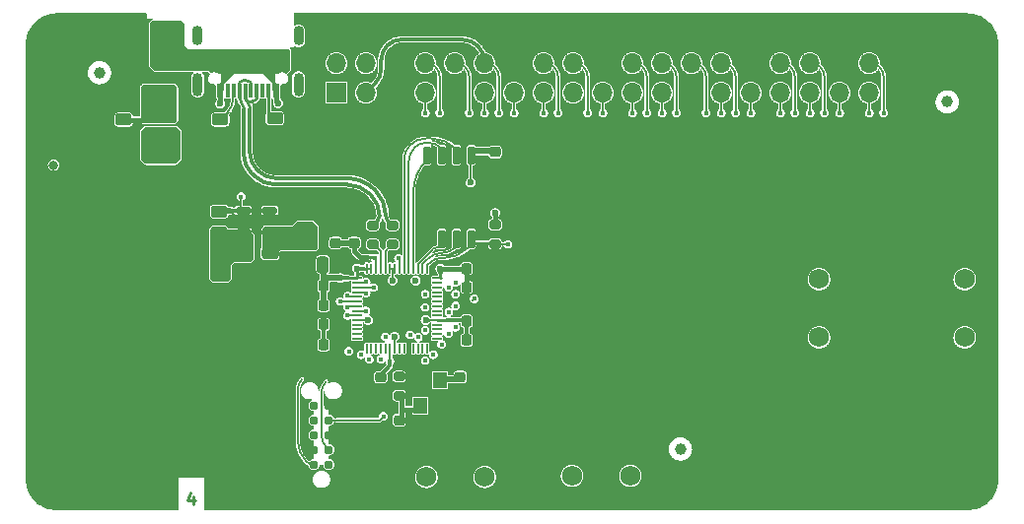
<source format=gbr>
%TF.GenerationSoftware,KiCad,Pcbnew,(6.0.6)*%
%TF.CreationDate,2022-07-20T13:38:39+10:00*%
%TF.ProjectId,SolderingInduction,536f6c64-6572-4696-9e67-496e64756374,3.5.0*%
%TF.SameCoordinates,Original*%
%TF.FileFunction,Copper,L4,Bot*%
%TF.FilePolarity,Positive*%
%FSLAX46Y46*%
G04 Gerber Fmt 4.6, Leading zero omitted, Abs format (unit mm)*
G04 Created by KiCad (PCBNEW (6.0.6)) date 2022-07-20 13:38:39*
%MOMM*%
%LPD*%
G01*
G04 APERTURE LIST*
G04 Aperture macros list*
%AMRoundRect*
0 Rectangle with rounded corners*
0 $1 Rounding radius*
0 $2 $3 $4 $5 $6 $7 $8 $9 X,Y pos of 4 corners*
0 Add a 4 corners polygon primitive as box body*
4,1,4,$2,$3,$4,$5,$6,$7,$8,$9,$2,$3,0*
0 Add four circle primitives for the rounded corners*
1,1,$1+$1,$2,$3*
1,1,$1+$1,$4,$5*
1,1,$1+$1,$6,$7*
1,1,$1+$1,$8,$9*
0 Add four rect primitives between the rounded corners*
20,1,$1+$1,$2,$3,$4,$5,0*
20,1,$1+$1,$4,$5,$6,$7,0*
20,1,$1+$1,$6,$7,$8,$9,0*
20,1,$1+$1,$8,$9,$2,$3,0*%
G04 Aperture macros list end*
%ADD10C,0.250000*%
%TA.AperFunction,NonConductor*%
%ADD11C,0.250000*%
%TD*%
%TA.AperFunction,ComponentPad*%
%ADD12C,4.400000*%
%TD*%
%TA.AperFunction,ComponentPad*%
%ADD13C,1.750000*%
%TD*%
%TA.AperFunction,TestPad*%
%ADD14C,0.787400*%
%TD*%
%TA.AperFunction,ComponentPad*%
%ADD15R,1.700000X1.700000*%
%TD*%
%TA.AperFunction,ComponentPad*%
%ADD16O,1.700000X1.700000*%
%TD*%
%TA.AperFunction,SMDPad,CuDef*%
%ADD17RoundRect,0.200000X-0.275000X0.200000X-0.275000X-0.200000X0.275000X-0.200000X0.275000X0.200000X0*%
%TD*%
%TA.AperFunction,SMDPad,CuDef*%
%ADD18RoundRect,0.250000X-0.450000X0.262500X-0.450000X-0.262500X0.450000X-0.262500X0.450000X0.262500X0*%
%TD*%
%TA.AperFunction,SMDPad,CuDef*%
%ADD19RoundRect,0.250000X0.450000X-0.262500X0.450000X0.262500X-0.450000X0.262500X-0.450000X-0.262500X0*%
%TD*%
%TA.AperFunction,SMDPad,CuDef*%
%ADD20RoundRect,0.225000X-0.250000X0.225000X-0.250000X-0.225000X0.250000X-0.225000X0.250000X0.225000X0*%
%TD*%
%TA.AperFunction,SMDPad,CuDef*%
%ADD21RoundRect,0.150000X0.150000X-0.650000X0.150000X0.650000X-0.150000X0.650000X-0.150000X-0.650000X0*%
%TD*%
%TA.AperFunction,SMDPad,CuDef*%
%ADD22RoundRect,0.225000X-0.225000X-0.250000X0.225000X-0.250000X0.225000X0.250000X-0.225000X0.250000X0*%
%TD*%
%TA.AperFunction,SMDPad,CuDef*%
%ADD23RoundRect,0.225000X0.225000X0.250000X-0.225000X0.250000X-0.225000X-0.250000X0.225000X-0.250000X0*%
%TD*%
%TA.AperFunction,SMDPad,CuDef*%
%ADD24R,1.200000X1.400000*%
%TD*%
%TA.AperFunction,SMDPad,CuDef*%
%ADD25RoundRect,0.225000X0.250000X-0.225000X0.250000X0.225000X-0.250000X0.225000X-0.250000X-0.225000X0*%
%TD*%
%TA.AperFunction,SMDPad,CuDef*%
%ADD26RoundRect,0.250000X-0.475000X0.250000X-0.475000X-0.250000X0.475000X-0.250000X0.475000X0.250000X0*%
%TD*%
%TA.AperFunction,SMDPad,CuDef*%
%ADD27RoundRect,0.200000X0.275000X-0.200000X0.275000X0.200000X-0.275000X0.200000X-0.275000X-0.200000X0*%
%TD*%
%TA.AperFunction,SMDPad,CuDef*%
%ADD28R,1.200000X0.900000*%
%TD*%
%TA.AperFunction,SMDPad,CuDef*%
%ADD29C,1.000000*%
%TD*%
%TA.AperFunction,SMDPad,CuDef*%
%ADD30RoundRect,0.050000X0.387500X0.050000X-0.387500X0.050000X-0.387500X-0.050000X0.387500X-0.050000X0*%
%TD*%
%TA.AperFunction,SMDPad,CuDef*%
%ADD31RoundRect,0.050000X0.050000X0.387500X-0.050000X0.387500X-0.050000X-0.387500X0.050000X-0.387500X0*%
%TD*%
%TA.AperFunction,SMDPad,CuDef*%
%ADD32R,3.200000X3.200000*%
%TD*%
%TA.AperFunction,SMDPad,CuDef*%
%ADD33R,0.600000X1.160000*%
%TD*%
%TA.AperFunction,SMDPad,CuDef*%
%ADD34R,0.300000X1.160000*%
%TD*%
%TA.AperFunction,ComponentPad*%
%ADD35O,0.900000X2.000000*%
%TD*%
%TA.AperFunction,ComponentPad*%
%ADD36O,0.900000X1.700000*%
%TD*%
%TA.AperFunction,SMDPad,CuDef*%
%ADD37RoundRect,0.250000X-0.625000X0.375000X-0.625000X-0.375000X0.625000X-0.375000X0.625000X0.375000X0*%
%TD*%
%TA.AperFunction,SMDPad,CuDef*%
%ADD38RoundRect,0.150000X-0.512500X-0.150000X0.512500X-0.150000X0.512500X0.150000X-0.512500X0.150000X0*%
%TD*%
%TA.AperFunction,SMDPad,CuDef*%
%ADD39RoundRect,0.250000X0.250000X0.475000X-0.250000X0.475000X-0.250000X-0.475000X0.250000X-0.475000X0*%
%TD*%
%TA.AperFunction,ViaPad*%
%ADD40C,0.800000*%
%TD*%
%TA.AperFunction,ViaPad*%
%ADD41C,0.600000*%
%TD*%
%TA.AperFunction,ViaPad*%
%ADD42C,0.450000*%
%TD*%
%TA.AperFunction,ViaPad*%
%ADD43C,0.508000*%
%TD*%
%TA.AperFunction,Conductor*%
%ADD44C,0.508000*%
%TD*%
%TA.AperFunction,Conductor*%
%ADD45C,0.254000*%
%TD*%
%TA.AperFunction,Conductor*%
%ADD46C,0.381000*%
%TD*%
%TA.AperFunction,Conductor*%
%ADD47C,0.200000*%
%TD*%
%TA.AperFunction,Conductor*%
%ADD48C,0.355600*%
%TD*%
%TA.AperFunction,Conductor*%
%ADD49C,0.177800*%
%TD*%
%TA.AperFunction,Conductor*%
%ADD50C,0.136000*%
%TD*%
%TA.AperFunction,Conductor*%
%ADD51C,0.127000*%
%TD*%
%TA.AperFunction,Conductor*%
%ADD52C,0.100000*%
%TD*%
%TA.AperFunction,Conductor*%
%ADD53C,0.345000*%
%TD*%
G04 APERTURE END LIST*
D10*
D11*
X14515476Y-41735714D02*
X14515476Y-42402380D01*
X14277380Y-41354761D02*
X14039285Y-42069047D01*
X14658333Y-42069047D01*
D12*
%TO.P,H2,1,1*%
%TO.N,GND*%
X80975000Y-2800000D03*
%TD*%
D13*
%TO.P,SW8,1,1*%
%TO.N,GND*%
X77775000Y-28050000D03*
X77725000Y-23050000D03*
%TO.P,SW8,2,2*%
%TO.N,/BUTTON_B*%
X80725000Y-23050000D03*
X80725000Y-28050000D03*
%TD*%
D12*
%TO.P,H4,1,1*%
%TO.N,GND*%
X2750000Y-40300000D03*
%TD*%
%TO.P,H3,1,1*%
%TO.N,GND*%
X43225000Y-22550000D03*
%TD*%
D13*
%TO.P,SW7,1,1*%
%TO.N,GND*%
X65275000Y-28050000D03*
X65225000Y-23050000D03*
%TO.P,SW7,2,2*%
%TO.N,/BUTTON_A*%
X68225000Y-23050000D03*
X68225000Y-28050000D03*
%TD*%
D12*
%TO.P,H5,1,1*%
%TO.N,GND*%
X80975000Y-40300000D03*
%TD*%
D13*
%TO.P,SW6,1,1*%
%TO.N,GND*%
X47025000Y-37000000D03*
X52025000Y-36950000D03*
%TO.P,SW6,2,2*%
%TO.N,/BUTTON_START*%
X52025000Y-39950000D03*
X47025000Y-39950000D03*
%TD*%
D12*
%TO.P,H1,1,1*%
%TO.N,GND*%
X2750000Y-2800000D03*
%TD*%
D14*
%TO.P,J2,1,VTref*%
%TO.N,+3V3*%
X26160616Y-38989401D03*
%TO.P,J2,2,SWDIO/TMS*%
%TO.N,/SWDIO*%
X26160000Y-37720000D03*
%TO.P,J2,3,GND*%
%TO.N,GND*%
X26160616Y-36449401D03*
%TO.P,J2,4,SWDCLK/TCK*%
%TO.N,/SWCLK*%
X26160616Y-35179401D03*
%TO.P,J2,5,GND*%
%TO.N,GND*%
X26160000Y-33910000D03*
%TO.P,J2,6,SWO/TDO*%
%TO.N,unconnected-(J2-Pad6)*%
X24890000Y-33910000D03*
%TO.P,J2,7,KEY*%
%TO.N,unconnected-(J2-Pad7)*%
X24890616Y-35179401D03*
%TO.P,J2,8,NC/TDI*%
%TO.N,unconnected-(J2-Pad8)*%
X24890616Y-36449401D03*
%TO.P,J2,9,GNDDetect*%
%TO.N,GND*%
X24890616Y-37719401D03*
%TO.P,J2,10,~{RESET}*%
%TO.N,/~{RESET}*%
X24890000Y-38990000D03*
%TD*%
D15*
%TO.P,J3,1,Pin_1*%
%TO.N,+3V3*%
X26800000Y-7025000D03*
D16*
%TO.P,J3,2,Pin_2*%
%TO.N,VBUS*%
X26800000Y-4485000D03*
%TO.P,J3,3,Pin_3*%
%TO.N,/GPIO24*%
X29340000Y-7025000D03*
%TO.P,J3,4,Pin_4*%
%TO.N,VBUS*%
X29340000Y-4485000D03*
%TO.P,J3,5,Pin_5*%
%TO.N,GND*%
X31880000Y-7025000D03*
%TO.P,J3,6,Pin_6*%
X31880000Y-4485000D03*
%TO.P,J3,7,Pin_7*%
%TO.N,/ADC0*%
X34420000Y-7025000D03*
%TO.P,J3,8,Pin_8*%
%TO.N,/ADC1*%
X34420000Y-4485000D03*
%TO.P,J3,9,Pin_9*%
%TO.N,GND*%
X36960000Y-7025000D03*
%TO.P,J3,10,Pin_10*%
%TO.N,/GPIO18*%
X36960000Y-4485000D03*
%TO.P,J3,11,Pin_11*%
%TO.N,/GPIO20*%
X39500000Y-7025000D03*
%TO.P,J3,12,Pin_12*%
%TO.N,/GPIO24*%
X39500000Y-4485000D03*
%TO.P,J3,13,Pin_13*%
%TO.N,/GPIO25*%
X42040000Y-7025000D03*
%TO.P,J3,14,Pin_14*%
%TO.N,GND*%
X42040000Y-4485000D03*
%TO.P,J3,15,Pin_15*%
%TO.N,/ADC3*%
X44580000Y-7025000D03*
%TO.P,J3,16,Pin_16*%
%TO.N,/ADC2*%
X44580000Y-4485000D03*
%TO.P,J3,17,Pin_17*%
%TO.N,+3V3*%
X47120000Y-7025000D03*
%TO.P,J3,18,Pin_18*%
%TO.N,/GPIO4*%
X47120000Y-4485000D03*
%TO.P,J3,19,Pin_19*%
%TO.N,/GPIO7*%
X49660000Y-7025000D03*
%TO.P,J3,20,Pin_20*%
%TO.N,GND*%
X49660000Y-4485000D03*
%TO.P,J3,21,Pin_21*%
%TO.N,/GPIO1*%
X52200000Y-7025000D03*
%TO.P,J3,22,Pin_22*%
%TO.N,/GPIO2*%
X52200000Y-4485000D03*
%TO.P,J3,23,Pin_23*%
%TO.N,/GPIO3*%
X54740000Y-7025000D03*
%TO.P,J3,24,Pin_24*%
%TO.N,/GPIO5*%
X54740000Y-4485000D03*
%TO.P,J3,25,Pin_25*%
%TO.N,GND*%
X57280000Y-7025000D03*
%TO.P,J3,26,Pin_26*%
%TO.N,/GPIO6*%
X57280000Y-4485000D03*
%TO.P,J3,27,Pin_27*%
%TO.N,/GPIO9*%
X59820000Y-7025000D03*
%TO.P,J3,28,Pin_28*%
%TO.N,/GPIO10*%
X59820000Y-4485000D03*
%TO.P,J3,29,Pin_29*%
%TO.N,/GPIO11*%
X62360000Y-7025000D03*
%TO.P,J3,30,Pin_30*%
%TO.N,GND*%
X62360000Y-4485000D03*
%TO.P,J3,31,Pin_31*%
%TO.N,/GPIO8*%
X64900000Y-7025000D03*
%TO.P,J3,32,Pin_32*%
%TO.N,/GPIO12*%
X64900000Y-4485000D03*
%TO.P,J3,33,Pin_33*%
%TO.N,/GPIO13*%
X67440000Y-7025000D03*
%TO.P,J3,34,Pin_34*%
%TO.N,/BUTTON_START*%
X67440000Y-4485000D03*
%TO.P,J3,35,Pin_35*%
%TO.N,/BUTTON_SELECT*%
X69980000Y-7025000D03*
%TO.P,J3,36,Pin_36*%
%TO.N,GND*%
X69980000Y-4485000D03*
%TO.P,J3,37,Pin_37*%
%TO.N,/BUTTON_A*%
X72520000Y-7025000D03*
%TO.P,J3,38,Pin_38*%
%TO.N,/BUTTON_B*%
X72520000Y-4485000D03*
%TO.P,J3,39,Pin_39*%
%TO.N,GND*%
X75060000Y-7025000D03*
%TO.P,J3,40,Pin_40*%
X75060000Y-4485000D03*
%TD*%
D13*
%TO.P,SW5,1,1*%
%TO.N,GND*%
X39525000Y-37050000D03*
X34525000Y-37100000D03*
%TO.P,SW5,2,2*%
%TO.N,/BUTTON_SELECT*%
X39525000Y-40050000D03*
X34525000Y-40050000D03*
%TD*%
D17*
%TO.P,R3,1*%
%TO.N,/Microcontroller & MCU Peripherals/USB Interface/USB_{DATA}+*%
X31625000Y-18425000D03*
%TO.P,R3,2*%
%TO.N,/Microcontroller & MCU Peripherals/USB Interface/D+*%
X31625000Y-20075000D03*
%TD*%
D18*
%TO.P,R4,1*%
%TO.N,Net-(J1-PadB5)*%
X21525000Y-9237500D03*
%TO.P,R4,2*%
%TO.N,GND*%
X21525000Y-11062500D03*
%TD*%
D17*
%TO.P,R2,1*%
%TO.N,/Microcontroller & MCU Peripherals/USB Interface/USB_{DATA}-*%
X29925000Y-18425000D03*
%TO.P,R2,2*%
%TO.N,/Microcontroller & MCU Peripherals/USB Interface/D-*%
X29925000Y-20075000D03*
%TD*%
D19*
%TO.P,R8,1*%
%TO.N,/Power Regulation/LDO_{VIN}*%
X16743750Y-19062500D03*
%TO.P,R8,2*%
%TO.N,/Power Regulation/LDO_{EN}*%
X16743750Y-17237500D03*
%TD*%
D20*
%TO.P,C7,1*%
%TO.N,+3V3*%
X40425000Y-12125000D03*
%TO.P,C7,2*%
%TO.N,GND*%
X40425000Y-13675000D03*
%TD*%
D21*
%TO.P,U3,1,~{CS}*%
%TO.N,/Microcontroller & MCU Peripherals/Flash Memory (Over QSPI)/$.~{CS}*%
X38380000Y-19600000D03*
%TO.P,U3,2,DO(IO1)*%
%TO.N,/Microcontroller & MCU Peripherals/Flash Memory (Over QSPI)/$.SD1*%
X37110000Y-19600000D03*
%TO.P,U3,3,IO2*%
%TO.N,/Microcontroller & MCU Peripherals/Flash Memory (Over QSPI)/$.SD2*%
X35840000Y-19600000D03*
%TO.P,U3,4,GND*%
%TO.N,GND*%
X34570000Y-19600000D03*
%TO.P,U3,5,DI(IO0)*%
%TO.N,/Microcontroller & MCU Peripherals/Flash Memory (Over QSPI)/$.SD0*%
X34570000Y-12400000D03*
%TO.P,U3,6,CLK*%
%TO.N,/Microcontroller & MCU Peripherals/Flash Memory (Over QSPI)/$.SCK*%
X35840000Y-12400000D03*
%TO.P,U3,7,IO3*%
%TO.N,/Microcontroller & MCU Peripherals/Flash Memory (Over QSPI)/$.SD3*%
X37110000Y-12400000D03*
%TO.P,U3,8,VCC*%
%TO.N,+3V3*%
X38380000Y-12400000D03*
%TD*%
D22*
%TO.P,C14,1*%
%TO.N,+3V3*%
X37980000Y-26660000D03*
%TO.P,C14,2*%
%TO.N,GND*%
X39530000Y-26660000D03*
%TD*%
%TO.P,C18,1*%
%TO.N,+3V3*%
X37975000Y-23750000D03*
%TO.P,C18,2*%
%TO.N,GND*%
X39525000Y-23750000D03*
%TD*%
D23*
%TO.P,C11,1*%
%TO.N,+3V3*%
X25700000Y-25300000D03*
%TO.P,C11,2*%
%TO.N,GND*%
X24150000Y-25300000D03*
%TD*%
%TO.P,C15,1*%
%TO.N,+3V3*%
X25710000Y-26940000D03*
%TO.P,C15,2*%
%TO.N,GND*%
X24160000Y-26940000D03*
%TD*%
D20*
%TO.P,C6,1*%
%TO.N,Net-(C6-Pad1)*%
X32200000Y-35175000D03*
%TO.P,C6,2*%
%TO.N,GND*%
X32200000Y-36725000D03*
%TD*%
D24*
%TO.P,Y1,1,1*%
%TO.N,/Microcontroller & MCU Peripherals/12MHz Resonator (Clock)/XTAL1*%
X35675000Y-31750000D03*
%TO.P,Y1,2,2*%
%TO.N,GND*%
X35675000Y-33950000D03*
%TO.P,Y1,3,3*%
%TO.N,Net-(C6-Pad1)*%
X33975000Y-33950000D03*
%TO.P,Y1,4,4*%
%TO.N,GND*%
X33975000Y-31750000D03*
%TD*%
D20*
%TO.P,C5,1*%
%TO.N,/Microcontroller & MCU Peripherals/12MHz Resonator (Clock)/XTAL1*%
X37425000Y-31475000D03*
%TO.P,C5,2*%
%TO.N,GND*%
X37425000Y-33025000D03*
%TD*%
D25*
%TO.P,C9,1*%
%TO.N,+1V2*%
X28325000Y-19950000D03*
%TO.P,C9,2*%
%TO.N,GND*%
X28325000Y-18400000D03*
%TD*%
D26*
%TO.P,C2,1*%
%TO.N,/Power Regulation/LDO_{VIN}*%
X18893750Y-20800000D03*
%TO.P,C2,2*%
%TO.N,GND*%
X18893750Y-22700000D03*
%TD*%
D27*
%TO.P,R6,1*%
%TO.N,/Microcontroller & MCU Peripherals/Flash Memory (Over QSPI)/$.~{CS}*%
X40425000Y-20025000D03*
%TO.P,R6,2*%
%TO.N,+3V3*%
X40425000Y-18375000D03*
%TD*%
D17*
%TO.P,R10,1*%
%TO.N,/Microcontroller & MCU Peripherals/12MHz Resonator (Clock)/XTAL2*%
X32200000Y-31425000D03*
%TO.P,R10,2*%
%TO.N,Net-(C6-Pad1)*%
X32200000Y-33075000D03*
%TD*%
D28*
%TO.P,D2,1,K*%
%TO.N,/Power Regulation/LDO_{VIN}*%
X12125000Y-12100000D03*
%TO.P,D2,2,A*%
%TO.N,VBUS*%
X12125000Y-8800000D03*
%TD*%
D29*
%TO.P,FID3,*%
%TO.N,*%
X6475000Y-5300000D03*
%TD*%
%TO.P,FID1,*%
%TO.N,*%
X79225000Y-7800000D03*
%TD*%
D23*
%TO.P,C17,1*%
%TO.N,+3V3*%
X25700000Y-28700000D03*
%TO.P,C17,2*%
%TO.N,GND*%
X24150000Y-28700000D03*
%TD*%
D18*
%TO.P,R7,1*%
%TO.N,VBUS*%
X8550000Y-9337500D03*
%TO.P,R7,2*%
%TO.N,GND*%
X8550000Y-11162500D03*
%TD*%
D26*
%TO.P,C3,1*%
%TO.N,+3V3*%
X21093750Y-20800000D03*
%TO.P,C3,2*%
%TO.N,GND*%
X21093750Y-22700000D03*
%TD*%
D29*
%TO.P,FID2,*%
%TO.N,*%
X56325000Y-37650000D03*
%TD*%
D20*
%TO.P,C10,1*%
%TO.N,+1V2*%
X30600000Y-31485000D03*
%TO.P,C10,2*%
%TO.N,GND*%
X30600000Y-33035000D03*
%TD*%
D30*
%TO.P,U4,1,IOVDD*%
%TO.N,+3V3*%
X35440317Y-22972183D03*
%TO.P,U4,2,GPIO0*%
%TO.N,/Microcontroller & MCU Peripherals/GPIO0*%
X35440317Y-23372183D03*
%TO.P,U4,3,GPIO1*%
%TO.N,/GPIO1*%
X35440317Y-23772183D03*
%TO.P,U4,4,GPIO2*%
%TO.N,/GPIO2*%
X35440317Y-24172183D03*
%TO.P,U4,5,GPIO3*%
%TO.N,/Microcontroller & MCU Peripherals/GPIO3*%
X35440317Y-24572183D03*
%TO.P,U4,6,GPIO4*%
%TO.N,/Microcontroller & MCU Peripherals/GPIO4*%
X35440317Y-24972183D03*
%TO.P,U4,7,GPIO5*%
%TO.N,/Microcontroller & MCU Peripherals/GPIO5*%
X35440317Y-25372183D03*
%TO.P,U4,8,GPIO6*%
%TO.N,/Microcontroller & MCU Peripherals/GPIO6*%
X35440317Y-25772183D03*
%TO.P,U4,9,GPIO7*%
%TO.N,/GPIO7*%
X35440317Y-26172183D03*
%TO.P,U4,10,IOVDD*%
%TO.N,+3V3*%
X35440317Y-26572183D03*
%TO.P,U4,11,GPIO8*%
%TO.N,/GPIO8*%
X35440317Y-26972183D03*
%TO.P,U4,12,GPIO9*%
%TO.N,/Microcontroller & MCU Peripherals/GPIO9*%
X35440317Y-27372183D03*
%TO.P,U4,13,GPIO10*%
%TO.N,/Microcontroller & MCU Peripherals/GPIO10*%
X35440317Y-27772183D03*
%TO.P,U4,14,GPIO11*%
%TO.N,/Microcontroller & MCU Peripherals/GPIO11*%
X35440317Y-28172183D03*
D31*
%TO.P,U4,15,GPIO12*%
%TO.N,/Microcontroller & MCU Peripherals/GPIO12*%
X34602817Y-29009683D03*
%TO.P,U4,16,GPIO13*%
%TO.N,/Microcontroller & MCU Peripherals/GPIO13*%
X34202817Y-29009683D03*
%TO.P,U4,17,GPIO14*%
%TO.N,/BUTTON_START*%
X33802817Y-29009683D03*
%TO.P,U4,18,GPIO15*%
%TO.N,/BUTTON_SELECT*%
X33402817Y-29009683D03*
%TO.P,U4,19,TESTEN*%
%TO.N,GND*%
X33002817Y-29009683D03*
%TO.P,U4,20,XIN*%
%TO.N,/Microcontroller & MCU Peripherals/12MHz Resonator (Clock)/XTAL1*%
X32602817Y-29009683D03*
%TO.P,U4,21,XOUT*%
%TO.N,/Microcontroller & MCU Peripherals/12MHz Resonator (Clock)/XTAL2*%
X32202817Y-29009683D03*
%TO.P,U4,22,IOVDD*%
%TO.N,+3V3*%
X31802817Y-29009683D03*
%TO.P,U4,23,DVDD*%
%TO.N,+1V2*%
X31402817Y-29009683D03*
%TO.P,U4,24,SWCLK*%
%TO.N,/Microcontroller & MCU Peripherals/SWCLK*%
X31002817Y-29009683D03*
%TO.P,U4,25,SWD*%
%TO.N,/Microcontroller & MCU Peripherals/SWDIO*%
X30602817Y-29009683D03*
%TO.P,U4,26,RUN*%
%TO.N,/Microcontroller & MCU Peripherals/~{RESET}*%
X30202817Y-29009683D03*
%TO.P,U4,27,GPIO16*%
%TO.N,/Microcontroller & MCU Peripherals/BUTTON_A*%
X29802817Y-29009683D03*
%TO.P,U4,28,GPIO17*%
%TO.N,/Microcontroller & MCU Peripherals/BUTTON_B*%
X29402817Y-29009683D03*
D30*
%TO.P,U4,29,GPIO18*%
%TO.N,/GPIO18*%
X28565317Y-28172183D03*
%TO.P,U4,30,GPIO19*%
%TO.N,/Microcontroller & MCU Peripherals/BUTTON_RIGHT*%
X28565317Y-27772183D03*
%TO.P,U4,31,GPIO20*%
%TO.N,/GPIO20*%
X28565317Y-27372183D03*
%TO.P,U4,32,GPIO21*%
%TO.N,/Microcontroller & MCU Peripherals/BUTTON_LEFT*%
X28565317Y-26972183D03*
%TO.P,U4,33,IOVDD*%
%TO.N,+3V3*%
X28565317Y-26572183D03*
%TO.P,U4,34,GPIO22*%
%TO.N,/BUTTON_UP*%
X28565317Y-26172183D03*
%TO.P,U4,35,GPIO23*%
%TO.N,/BUTTON_DOWN*%
X28565317Y-25772183D03*
%TO.P,U4,36,GPIO24*%
%TO.N,/GPIO24*%
X28565317Y-25372183D03*
%TO.P,U4,37,GPIO25*%
%TO.N,/GPIO25*%
X28565317Y-24972183D03*
%TO.P,U4,38,GPIO26_ADC0*%
%TO.N,/ADC0*%
X28565317Y-24572183D03*
%TO.P,U4,39,GPIO27_ADC1*%
%TO.N,/ADC1*%
X28565317Y-24172183D03*
%TO.P,U4,40,GPIO28_ADC2*%
%TO.N,/ADC2*%
X28565317Y-23772183D03*
%TO.P,U4,41,GPIO29_ADC3*%
%TO.N,/ADC3*%
X28565317Y-23372183D03*
%TO.P,U4,42,IOVDD*%
%TO.N,+3V3*%
X28565317Y-22972183D03*
D31*
%TO.P,U4,43,ADC_AVDD*%
X29402817Y-22134683D03*
%TO.P,U4,44,VREG_IN*%
X29802817Y-22134683D03*
%TO.P,U4,45,VREG_VOUT*%
%TO.N,+1V2*%
X30202817Y-22134683D03*
%TO.P,U4,46,USB_DM*%
%TO.N,/Microcontroller & MCU Peripherals/USB Interface/D-*%
X30602817Y-22134683D03*
%TO.P,U4,47,USB_DP*%
%TO.N,/Microcontroller & MCU Peripherals/USB Interface/D+*%
X31002817Y-22134683D03*
%TO.P,U4,48,USB_VDD*%
%TO.N,+3V3*%
X31402817Y-22134683D03*
%TO.P,U4,49,IOVDD*%
X31802817Y-22134683D03*
%TO.P,U4,50,DVDD*%
%TO.N,+1V2*%
X32202817Y-22134683D03*
%TO.P,U4,51,QSPI_SD3*%
%TO.N,/Microcontroller & MCU Peripherals/Flash Memory (Over QSPI)/$.SD3*%
X32602817Y-22134683D03*
%TO.P,U4,52,QSPI_SCLK*%
%TO.N,/Microcontroller & MCU Peripherals/Flash Memory (Over QSPI)/$.SCK*%
X33002817Y-22134683D03*
%TO.P,U4,53,QSPI_SD0*%
%TO.N,/Microcontroller & MCU Peripherals/Flash Memory (Over QSPI)/$.SD0*%
X33402817Y-22134683D03*
%TO.P,U4,54,QSPI_SD2*%
%TO.N,/Microcontroller & MCU Peripherals/Flash Memory (Over QSPI)/$.SD2*%
X33802817Y-22134683D03*
%TO.P,U4,55,QSPI_SD1*%
%TO.N,/Microcontroller & MCU Peripherals/Flash Memory (Over QSPI)/$.SD1*%
X34202817Y-22134683D03*
%TO.P,U4,56,QSPI_SS*%
%TO.N,/Microcontroller & MCU Peripherals/Flash Memory (Over QSPI)/$.~{CS}*%
X34602817Y-22134683D03*
D32*
%TO.P,U4,57,GND*%
%TO.N,GND*%
X32002817Y-25572183D03*
%TD*%
D33*
%TO.P,J1,A1,GND*%
%TO.N,GND*%
X16025000Y-6885000D03*
%TO.P,J1,A4,VBUS*%
%TO.N,Net-(F1-Pad1)*%
X16825000Y-6885000D03*
D34*
%TO.P,J1,A5,CC1*%
%TO.N,Net-(J1-PadA5)*%
X17975000Y-6885000D03*
%TO.P,J1,A6,D+*%
%TO.N,/Microcontroller & MCU Peripherals/USB Interface/USB_{DATA}+*%
X18975000Y-6885000D03*
%TO.P,J1,A7,D-*%
%TO.N,/Microcontroller & MCU Peripherals/USB Interface/USB_{DATA}-*%
X19475000Y-6885000D03*
%TO.P,J1,A8,SBU1*%
%TO.N,unconnected-(J1-PadA8)*%
X20475000Y-6885000D03*
D33*
%TO.P,J1,A9,VBUS*%
%TO.N,Net-(F1-Pad1)*%
X21625000Y-6885000D03*
%TO.P,J1,A12,GND*%
%TO.N,GND*%
X22425000Y-6885000D03*
%TO.P,J1,B1,GND*%
X22425000Y-6885000D03*
%TO.P,J1,B4,VBUS*%
%TO.N,Net-(F1-Pad1)*%
X21625000Y-6885000D03*
D34*
%TO.P,J1,B5,CC2*%
%TO.N,Net-(J1-PadB5)*%
X20975000Y-6885000D03*
%TO.P,J1,B6,D+*%
%TO.N,/Microcontroller & MCU Peripherals/USB Interface/USB_{DATA}+*%
X19975000Y-6885000D03*
%TO.P,J1,B7,D-*%
%TO.N,/Microcontroller & MCU Peripherals/USB Interface/USB_{DATA}-*%
X18475000Y-6885000D03*
%TO.P,J1,B8,SBU2*%
%TO.N,unconnected-(J1-PadB8)*%
X17475000Y-6885000D03*
D33*
%TO.P,J1,B9,VBUS*%
%TO.N,Net-(F1-Pad1)*%
X16825000Y-6885000D03*
%TO.P,J1,B12,GND*%
%TO.N,GND*%
X16025000Y-6885000D03*
D35*
%TO.P,J1,S1,SHIELD*%
%TO.N,unconnected-(J1-PadS1)*%
X14905000Y-6305000D03*
D36*
X14905000Y-2135000D03*
X23545000Y-2135000D03*
D35*
X23545000Y-6305000D03*
%TD*%
D37*
%TO.P,F1,1*%
%TO.N,Net-(F1-Pad1)*%
X12125000Y-4150000D03*
%TO.P,F1,2*%
%TO.N,VBUS*%
X12125000Y-6950000D03*
%TD*%
D23*
%TO.P,C12,1*%
%TO.N,+3V3*%
X25700000Y-23650000D03*
%TO.P,C12,2*%
%TO.N,GND*%
X24150000Y-23650000D03*
%TD*%
D22*
%TO.P,C13,1*%
%TO.N,+3V3*%
X37975000Y-22150000D03*
%TO.P,C13,2*%
%TO.N,GND*%
X39525000Y-22150000D03*
%TD*%
%TO.P,C16,1*%
%TO.N,+3V3*%
X37975000Y-28300000D03*
%TO.P,C16,2*%
%TO.N,GND*%
X39525000Y-28300000D03*
%TD*%
D18*
%TO.P,R5,1*%
%TO.N,Net-(J1-PadA5)*%
X16825000Y-9337500D03*
%TO.P,R5,2*%
%TO.N,GND*%
X16825000Y-11162500D03*
%TD*%
D38*
%TO.P,U1,1,VIN*%
%TO.N,/Power Regulation/LDO_{VIN}*%
X18806250Y-19050000D03*
%TO.P,U1,2,GND*%
%TO.N,GND*%
X18806250Y-18100000D03*
%TO.P,U1,3,EN*%
%TO.N,/Power Regulation/LDO_{EN}*%
X18806250Y-17150000D03*
%TO.P,U1,4,NC*%
%TO.N,unconnected-(U1-Pad4)*%
X21081250Y-17150000D03*
%TO.P,U1,5,VOUT*%
%TO.N,+3V3*%
X21081250Y-19050000D03*
%TD*%
D39*
%TO.P,C4,1*%
%TO.N,+3V3*%
X25650000Y-21800000D03*
%TO.P,C4,2*%
%TO.N,GND*%
X23750000Y-21800000D03*
%TD*%
D25*
%TO.P,C8,1*%
%TO.N,+1V2*%
X26725000Y-19950000D03*
%TO.P,C8,2*%
%TO.N,GND*%
X26725000Y-18400000D03*
%TD*%
D40*
%TO.N,+3V3*%
X24625000Y-18750000D03*
D41*
X31805000Y-27990000D03*
D40*
X24625000Y-19950000D03*
D41*
X35725000Y-22160000D03*
X28585000Y-22130000D03*
X31625000Y-23170000D03*
X27125000Y-22970000D03*
X33600000Y-23175000D03*
D40*
X2525000Y-13250000D03*
D41*
X38325000Y-14750000D03*
D40*
X23625000Y-18750000D03*
D41*
X40425000Y-17380000D03*
D40*
X23625000Y-19950000D03*
X22625000Y-19950000D03*
D41*
X29515000Y-26570000D03*
X34465000Y-26570000D03*
D42*
%TO.N,/GPIO24*%
X27775000Y-25447183D03*
X40745000Y-8775000D03*
D40*
%TO.N,VBUS*%
X10475000Y-6950000D03*
X10475000Y-8050000D03*
X10475000Y-9150000D03*
D42*
%TO.N,/SWDIO*%
X27862500Y-29262500D03*
X30625000Y-29950000D03*
%TO.N,/SWCLK*%
X31000000Y-28025000D03*
X30825000Y-34850000D03*
D40*
%TO.N,Net-(F1-Pad1)*%
X21975000Y-4050000D03*
X11650000Y-2800000D03*
D41*
X21800000Y-7925000D03*
D40*
X19475000Y-4050000D03*
X12900000Y-2800000D03*
X16975000Y-4050000D03*
D41*
X16825000Y-7975000D03*
D40*
X12900000Y-1550000D03*
X11650000Y-1550000D03*
X14475000Y-4050000D03*
D42*
%TO.N,/Microcontroller & MCU Peripherals/GPIO0*%
X37025000Y-23350000D03*
%TO.N,+1V2*%
X31400000Y-30125000D03*
X32125000Y-21250000D03*
X30125000Y-21250000D03*
%TO.N,GND*%
X45645000Y-33030000D03*
X43110400Y-2547200D03*
X55805000Y-33030000D03*
X6275000Y-10170000D03*
X62155000Y-25410000D03*
X46915000Y-35570000D03*
X46915000Y-10170000D03*
X20245000Y-27950000D03*
X49455000Y-25410000D03*
X10085000Y-2550000D03*
X72315000Y-20330000D03*
X6275000Y-35570000D03*
X33272817Y-24302183D03*
X73585000Y-12710000D03*
X82475000Y-30490000D03*
X53270400Y-2547200D03*
X63425000Y-33030000D03*
X82475000Y-20330000D03*
X41835000Y-35570000D03*
X18975000Y-30490000D03*
X71045000Y-27950000D03*
X48190400Y-2547200D03*
X63425000Y-22870000D03*
X6275000Y-40650000D03*
X25325000Y-12710000D03*
X73585000Y-2550000D03*
X58345000Y-17790000D03*
X50730400Y-2547200D03*
X74855000Y-15250000D03*
X2465000Y-33030000D03*
X74855000Y-40650000D03*
X62155000Y-20330000D03*
X32002817Y-24302183D03*
D40*
X36945000Y-34180000D03*
D42*
X59615000Y-25410000D03*
D40*
X21225000Y-23950000D03*
D42*
X57075000Y-35570000D03*
D40*
X18825000Y-23950000D03*
D42*
X79935000Y-35570000D03*
X28275000Y-17450000D03*
X77395000Y-15250000D03*
X72315000Y-35570000D03*
X10085000Y-38110000D03*
X54535000Y-40650000D03*
X82475000Y-35570000D03*
X54535000Y-20330000D03*
X44375000Y-15250000D03*
X67235000Y-35570000D03*
X30732817Y-26842183D03*
X51995000Y-35570000D03*
X64695000Y-20330000D03*
X79935000Y-15250000D03*
X39295000Y-15250000D03*
X78665000Y-17790000D03*
X48185000Y-38110000D03*
X60885000Y-33030000D03*
X34215000Y-35570000D03*
X12625000Y-33030000D03*
X59615000Y-20330000D03*
X11355000Y-25410000D03*
X36755000Y-35570000D03*
X49455000Y-35570000D03*
X16435000Y-15250000D03*
X21515000Y-30490000D03*
X45650400Y-2547200D03*
X58345000Y-33030000D03*
X16435000Y-40650000D03*
X77395000Y-20330000D03*
X53265000Y-17790000D03*
X69775000Y-35570000D03*
X68515000Y-33030000D03*
X65965000Y-2550000D03*
D40*
X9225000Y-20450000D03*
D42*
X27025000Y-29850000D03*
X8815000Y-30490000D03*
X71045000Y-17790000D03*
X62155000Y-40650000D03*
X77395000Y-25410000D03*
D40*
X22525000Y-21850000D03*
D42*
X60885000Y-17790000D03*
X27865000Y-12710000D03*
D40*
X22825000Y-23750000D03*
D42*
X12625000Y-27950000D03*
X20925000Y-18100000D03*
X63425000Y-38110000D03*
X54535000Y-30490000D03*
X51995000Y-20330000D03*
X29125000Y-31400000D03*
X45645000Y-17790000D03*
X6275000Y-20330000D03*
X26595000Y-10170000D03*
X49455000Y-20330000D03*
X74855000Y-35570000D03*
X57075000Y-10170000D03*
X16435000Y-30490000D03*
X41835000Y-15250000D03*
X60885000Y-2550000D03*
X5005000Y-7630000D03*
X82475000Y-15250000D03*
X76125000Y-17790000D03*
X29135000Y-40650000D03*
X16435000Y-35570000D03*
X31900000Y-8775000D03*
X58350000Y-2550000D03*
X54535000Y-35570000D03*
X67235000Y-40650000D03*
X17705000Y-33030000D03*
X5005000Y-38110000D03*
X17705000Y-38110000D03*
X63425000Y-27950000D03*
X74855000Y-20330000D03*
X33272817Y-25572183D03*
X7555000Y-7630000D03*
X43105000Y-33030000D03*
X28525000Y-31400000D03*
X55805000Y-17790000D03*
X68505000Y-38110000D03*
X78665000Y-12710000D03*
D41*
X40750000Y-28300000D03*
D42*
X34215000Y-15250000D03*
X57075000Y-20330000D03*
X76125000Y-27950000D03*
X33125000Y-29950000D03*
X72315000Y-15250000D03*
X73585000Y-17790000D03*
D40*
X22825000Y-27350000D03*
D42*
X6275000Y-30490000D03*
X5005000Y-27950000D03*
X20245000Y-38110000D03*
X73585000Y-27950000D03*
X64695000Y-40650000D03*
X5005000Y-12710000D03*
D40*
X22825000Y-25350000D03*
D42*
X62155000Y-30490000D03*
X51995000Y-30490000D03*
X49455000Y-30490000D03*
X30732817Y-24302183D03*
X71045000Y-22870000D03*
X71055000Y-33030000D03*
X50725000Y-38110000D03*
X36755000Y-10170000D03*
X57075000Y-30490000D03*
X5005000Y-22870000D03*
X40425000Y-14600000D03*
X71045000Y-2550000D03*
D40*
X32350000Y-38150000D03*
D42*
X5005000Y-33030000D03*
D40*
X21550000Y-12300000D03*
D42*
X18975000Y-40650000D03*
X43105000Y-17790000D03*
X71045000Y-38110000D03*
X79935000Y-10170000D03*
X82475000Y-25410000D03*
D40*
X16800000Y-12400000D03*
D42*
X7545000Y-27950000D03*
X36755000Y-40650000D03*
X63425000Y-2550000D03*
X81205000Y-12710000D03*
X55810400Y-2547200D03*
X15165000Y-33030000D03*
X43105000Y-27950000D03*
X13895000Y-25410000D03*
X50725000Y-33030000D03*
X8815000Y-35570000D03*
X72315000Y-25410000D03*
X77395000Y-5090000D03*
X33272817Y-26842183D03*
X78675000Y-33030000D03*
X18975000Y-15250000D03*
X77395000Y-35570000D03*
X39295000Y-35570000D03*
X72315000Y-40650000D03*
X76125000Y-38110000D03*
X6275000Y-15250000D03*
X53265000Y-38110000D03*
X40565000Y-33030000D03*
X5005000Y-17790000D03*
X49455000Y-40650000D03*
X6275000Y-25410000D03*
D40*
X22825000Y-29850000D03*
D42*
X10085000Y-22870000D03*
X76135000Y-33030000D03*
X81215000Y-33030000D03*
X44375000Y-35570000D03*
X44375000Y-40650000D03*
D40*
X8650000Y-12800000D03*
D42*
X64695000Y-35570000D03*
X30732817Y-25572183D03*
X32002817Y-25572183D03*
X41835000Y-40650000D03*
X60885000Y-27950000D03*
X69775000Y-20330000D03*
X20125000Y-18100000D03*
X67235000Y-25410000D03*
X79935000Y-25410000D03*
X39525000Y-21050000D03*
X63425000Y-12710000D03*
D40*
X38125000Y-34180000D03*
D42*
X7545000Y-2550000D03*
X32002817Y-26842183D03*
D41*
X34350000Y-18025000D03*
D42*
X76125000Y-12710000D03*
X18975000Y-35570000D03*
X69775000Y-40650000D03*
X59615000Y-40650000D03*
X13895000Y-35570000D03*
X64695000Y-30490000D03*
D43*
X30825000Y-33850000D03*
D42*
X7545000Y-22870000D03*
X59615000Y-30490000D03*
X46915000Y-30490000D03*
X65965000Y-38110000D03*
X79935000Y-30490000D03*
D40*
X40475000Y-24550000D03*
D42*
X48185000Y-33030000D03*
X50725000Y-17790000D03*
X7545000Y-33030000D03*
X82475000Y-10170000D03*
X7545000Y-12710000D03*
X73595000Y-33030000D03*
X15165000Y-27950000D03*
D41*
X40750000Y-26650000D03*
D42*
X73585000Y-22870000D03*
X74855000Y-25410000D03*
X59615000Y-35570000D03*
X68505000Y-2550000D03*
X63425000Y-17790000D03*
X21725000Y-18100000D03*
X76125000Y-2550000D03*
X7545000Y-38110000D03*
X26725000Y-17450000D03*
X64695000Y-25410000D03*
X76125000Y-22870000D03*
X10085000Y-33030000D03*
X69775000Y-25410000D03*
X68505000Y-17790000D03*
D40*
X7625000Y-21750000D03*
D42*
X77395000Y-40650000D03*
X73585000Y-38110000D03*
X11355000Y-35570000D03*
X2465000Y-7630000D03*
X3735000Y-10170000D03*
X60885000Y-22870000D03*
X49415000Y-22960000D03*
X79935000Y-20330000D03*
X8815000Y-5090000D03*
X81205000Y-17790000D03*
X53265000Y-33030000D03*
X21515000Y-40650000D03*
X77395000Y-10170000D03*
%TO.N,/ADC0*%
X34440000Y-8775000D03*
X27775000Y-24497183D03*
%TO.N,/ADC1*%
X29350000Y-24247183D03*
X35665000Y-8775000D03*
%TO.N,/ADC2*%
X30000000Y-23772183D03*
X45825000Y-8775000D03*
%TO.N,/ADC3*%
X29350000Y-23297183D03*
X44600000Y-8775000D03*
%TO.N,/BUTTON_UP*%
X27775000Y-26172183D03*
%TO.N,/BUTTON_DOWN*%
X29350000Y-25775000D03*
%TO.N,/BUTTON_SELECT*%
X33125000Y-27850000D03*
X70000000Y-8775000D03*
%TO.N,/BUTTON_START*%
X68685000Y-8775000D03*
X33825000Y-28050000D03*
%TO.N,/GPIO20*%
X39520000Y-8775000D03*
%TO.N,/GPIO18*%
X38205000Y-8775000D03*
%TO.N,/GPIO25*%
X27125000Y-24972183D03*
X42060000Y-8775000D03*
%TO.N,/GPIO1*%
X52220000Y-8775000D03*
X36425000Y-23750000D03*
%TO.N,/GPIO2*%
X53445000Y-8775000D03*
X37025000Y-24350000D03*
%TO.N,/GPIO3*%
X38625000Y-24750000D03*
X54760000Y-8775000D03*
%TO.N,/GPIO4*%
X48365000Y-8775000D03*
X34425000Y-24350000D03*
%TO.N,/GPIO5*%
X37025000Y-25350000D03*
X55985000Y-8775000D03*
%TO.N,/GPIO6*%
X36450000Y-25875000D03*
X58525000Y-8775000D03*
%TO.N,/GPIO7*%
X49680000Y-8775000D03*
X34410000Y-25480000D03*
%TO.N,/GPIO8*%
X64920000Y-8775000D03*
X34425000Y-27450000D03*
%TO.N,/GPIO9*%
X37025000Y-27200000D03*
X59840000Y-8775000D03*
%TO.N,/GPIO10*%
X61065000Y-8775000D03*
X36425000Y-27750000D03*
%TO.N,/GPIO11*%
X62380000Y-8775000D03*
X35825000Y-28650000D03*
%TO.N,/GPIO12*%
X66145000Y-8775000D03*
X35125000Y-29550000D03*
%TO.N,/GPIO13*%
X67460000Y-8775000D03*
X34425000Y-30050000D03*
%TO.N,/BUTTON_A*%
X29625000Y-29950000D03*
X72540000Y-8775000D03*
%TO.N,/BUTTON_B*%
X73765000Y-8775000D03*
X28925000Y-29550000D03*
%TO.N,/Microcontroller & MCU Peripherals/Flash Memory (Over QSPI)/$.~{CS}*%
X41525000Y-20050000D03*
D40*
%TO.N,/Power Regulation/LDO_{VIN}*%
X16725000Y-20550000D03*
X16725000Y-22550000D03*
X10425000Y-10550000D03*
X10425000Y-12550000D03*
X12025000Y-10550000D03*
X10425000Y-11550000D03*
X16725000Y-21550000D03*
D42*
%TO.N,/Power Regulation/LDO_{EN}*%
X18625000Y-15950000D03*
%TD*%
D44*
%TO.N,+3V3*%
X38325000Y-12455000D02*
X38380000Y-12400000D01*
D45*
X27997183Y-22972183D02*
X27995000Y-22970000D01*
D46*
X40425000Y-18375000D02*
X40425000Y-17380000D01*
D47*
X35745000Y-22950000D02*
X35722817Y-22972183D01*
D45*
X28565317Y-22972183D02*
X27997183Y-22972183D01*
D48*
X25700000Y-28700000D02*
X25700000Y-26950000D01*
D46*
X35725000Y-22260000D02*
X35725000Y-22420000D01*
D44*
X21093749Y-20800000D02*
X21093750Y-19062500D01*
X27125000Y-22970000D02*
X25700000Y-22970000D01*
D48*
X31805000Y-28190000D02*
X31805000Y-27990000D01*
D46*
X37965000Y-22160000D02*
X37975000Y-22150000D01*
D48*
X37975000Y-28300000D02*
X37975000Y-26665000D01*
X29325000Y-26570000D02*
X29515000Y-26570000D01*
D45*
X35725000Y-22930000D02*
X35745000Y-22950000D01*
D48*
X25710000Y-26940000D02*
X25645000Y-26875000D01*
D45*
X35440317Y-26572183D02*
X36282817Y-26572183D01*
X29225000Y-26570000D02*
X29325000Y-26570000D01*
D44*
X25700000Y-22970000D02*
X25700000Y-23650000D01*
D48*
X29135000Y-22130000D02*
X28585000Y-22130000D01*
D47*
X31802817Y-22134683D02*
X31609683Y-22134683D01*
X29222817Y-26572183D02*
X29225000Y-26570000D01*
D45*
X27995000Y-22970000D02*
X27845000Y-22970000D01*
D48*
X25700000Y-21850000D02*
X25650000Y-21800000D01*
D47*
X31802817Y-28352183D02*
X31805000Y-28350000D01*
D48*
X36285000Y-26570000D02*
X37890000Y-26570000D01*
D44*
X38380000Y-12195000D02*
X38525000Y-12050000D01*
D46*
X35725000Y-22160000D02*
X37965000Y-22160000D01*
D47*
X31805000Y-28350000D02*
X31805000Y-28190000D01*
D48*
X37975000Y-26665000D02*
X37980000Y-26660000D01*
D47*
X29402817Y-22134683D02*
X29802817Y-22134683D01*
X31615000Y-22740000D02*
X31615000Y-22980000D01*
D49*
X31609683Y-22734683D02*
X31615000Y-22740000D01*
D45*
X35725000Y-22420000D02*
X35725000Y-22930000D01*
D47*
X34747183Y-26572183D02*
X34745000Y-26570000D01*
D48*
X27845000Y-22970000D02*
X27655000Y-22970000D01*
D45*
X28565317Y-22972183D02*
X28565317Y-22149683D01*
D47*
X28565317Y-26572183D02*
X29222817Y-26572183D01*
D44*
X38525000Y-12050000D02*
X40350000Y-12050000D01*
D45*
X28565317Y-22149683D02*
X28585000Y-22130000D01*
X34745000Y-26570000D02*
X34635000Y-26570000D01*
D48*
X27655000Y-22970000D02*
X27125000Y-22970000D01*
D44*
X38380000Y-12400000D02*
X38380000Y-12195000D01*
D48*
X31615000Y-22980000D02*
X31615000Y-23160000D01*
D45*
X29402817Y-22134683D02*
X29139683Y-22134683D01*
D47*
X35722817Y-22972183D02*
X35440317Y-22972183D01*
X35440317Y-26572183D02*
X34747183Y-26572183D01*
D49*
X31609683Y-22134683D02*
X31609683Y-22734683D01*
D47*
X38325000Y-14750000D02*
X38325000Y-12455000D01*
D45*
X36282817Y-26572183D02*
X36285000Y-26570000D01*
D44*
X35725000Y-22260000D02*
X35725000Y-22160000D01*
X40350000Y-12050000D02*
X40425000Y-12125000D01*
D47*
X31802817Y-29009683D02*
X31802817Y-28352183D01*
D44*
X21093750Y-19062500D02*
X21081251Y-19050000D01*
D46*
X37975000Y-22150000D02*
X37975000Y-23750000D01*
D47*
X31609683Y-22134683D02*
X31402817Y-22134683D01*
D44*
X25700000Y-25300000D02*
X25700000Y-21850000D01*
D48*
X29139683Y-22134683D02*
X29135000Y-22130000D01*
X31615000Y-23160000D02*
X31625000Y-23170000D01*
X25700000Y-26950000D02*
X25710000Y-26940000D01*
X34635000Y-26570000D02*
X34465000Y-26570000D01*
X37890000Y-26570000D02*
X37980000Y-26660000D01*
D47*
%TO.N,/GPIO24*%
X28565317Y-25372183D02*
X27956066Y-25372183D01*
X40745000Y-8775000D02*
X40745000Y-5660012D01*
D48*
X29340000Y-7025000D02*
X30074734Y-6290266D01*
D47*
X39525000Y-4460000D02*
X39500000Y-4485000D01*
D48*
X32411483Y-2450000D02*
X37564998Y-2450000D01*
X30650000Y-4211488D02*
X30650002Y-4901438D01*
D47*
X39535000Y-4450000D02*
G75*
G02*
X40745000Y-5660012I0J-1210000D01*
G01*
D48*
X39500000Y-4485000D02*
G75*
G03*
X39550000Y-4435000I0J50000D01*
G01*
X39550000Y-4435000D02*
G75*
G03*
X37564998Y-2450000I-1985000J0D01*
G01*
X30074732Y-6290264D02*
G75*
G03*
X30650002Y-4901438I-1388822J1388824D01*
G01*
X32411483Y-2450000D02*
G75*
G03*
X30650000Y-4211488I17J-1761500D01*
G01*
D47*
X27775006Y-25447189D02*
G75*
G02*
X27956066Y-25372183I181094J-181111D01*
G01*
D46*
%TO.N,Net-(C6-Pad1)*%
X32580000Y-34240000D02*
X32570000Y-34250000D01*
X32570000Y-34250000D02*
X34225000Y-34250000D01*
X32430000Y-34945000D02*
X32430000Y-33305000D01*
X32200000Y-35175000D02*
X32430000Y-34945000D01*
X32430000Y-33305000D02*
X32200000Y-33075000D01*
%TO.N,VBUS*%
X11575000Y-9350000D02*
X12125000Y-8800000D01*
X8562500Y-9350000D02*
X11575000Y-9350000D01*
X8550000Y-9337500D02*
X8562500Y-9350000D01*
D45*
%TO.N,Net-(J1-PadA5)*%
X16825000Y-9337500D02*
X17459164Y-8703336D01*
D47*
X17916500Y-7599228D02*
X17916500Y-6885000D01*
X17459141Y-8703313D02*
G75*
G03*
X17916500Y-7599228I-1104041J1104113D01*
G01*
D45*
%TO.N,Net-(J1-PadB5)*%
X20975000Y-6885000D02*
X20975000Y-8687500D01*
X20975000Y-8687500D02*
X21525000Y-9237500D01*
D49*
%TO.N,/SWDIO*%
X26160000Y-37720000D02*
X25965478Y-37525478D01*
X25520000Y-36450000D02*
X25520000Y-32815685D01*
D50*
X30602817Y-29927817D02*
X30625000Y-29950000D01*
D49*
X25520014Y-36450000D02*
G75*
G03*
X25965478Y-37525478I1520986J0D01*
G01*
X25920004Y-31850004D02*
G75*
G03*
X25520000Y-32815685I965696J-965696D01*
G01*
D47*
%TO.N,/SWCLK*%
X30495599Y-35179401D02*
X26854401Y-35179401D01*
D51*
X26160616Y-35179401D02*
X26854401Y-35179401D01*
D47*
X30825000Y-34850000D02*
X30495599Y-35179401D01*
D49*
%TO.N,/~{RESET}*%
X23480000Y-36951688D02*
X23480000Y-32581524D01*
X23480020Y-36951688D02*
G75*
G03*
X24207158Y-38707157I2482580J-12D01*
G01*
X23869987Y-31639987D02*
G75*
G03*
X23480000Y-32581524I941513J-941513D01*
G01*
X24207154Y-38707161D02*
G75*
G03*
X24890000Y-38990000I682846J682861D01*
G01*
D46*
%TO.N,Net-(F1-Pad1)*%
X16825000Y-6885000D02*
X16825000Y-7975000D01*
D51*
X16975000Y-4050000D02*
X16952501Y-4072499D01*
D46*
X21625000Y-6885000D02*
X21625000Y-7750000D01*
X21625000Y-7750000D02*
X21800000Y-7925000D01*
D47*
%TO.N,/Microcontroller & MCU Peripherals/GPIO0*%
X37025000Y-23350000D02*
X36925000Y-23250000D01*
D45*
%TO.N,+1V2*%
X29450000Y-21150000D02*
X30025000Y-21150000D01*
D46*
X28825000Y-21150000D02*
X28325000Y-20650000D01*
D48*
X31400000Y-30500000D02*
X31400000Y-30125000D01*
D46*
X29450000Y-21150000D02*
X28825000Y-21150000D01*
D50*
X30202817Y-21327817D02*
X30125000Y-21250000D01*
X30202817Y-22134683D02*
X30202817Y-21327817D01*
X32202817Y-22134683D02*
X32202817Y-21327817D01*
D47*
X31402817Y-30017817D02*
X31405000Y-30020000D01*
D45*
X31405000Y-30020000D02*
X31405000Y-30119998D01*
D48*
X30600000Y-31300000D02*
X31400000Y-30500000D01*
D47*
X31402817Y-29009683D02*
X31402817Y-30017817D01*
D46*
X28325000Y-20650000D02*
X28325000Y-19950000D01*
D45*
X31400000Y-30125000D02*
X31400000Y-30124998D01*
D44*
X28325000Y-19950000D02*
X26725000Y-19950000D01*
D45*
X31405000Y-30119998D02*
X31400000Y-30124998D01*
D48*
X30600000Y-31485000D02*
X30600000Y-31300000D01*
D45*
X30025000Y-21150000D02*
X30125000Y-21250000D01*
D50*
X32202817Y-21327817D02*
X32125000Y-21250000D01*
D47*
%TO.N,GND*%
X40740000Y-26660000D02*
X40750000Y-26650000D01*
X31900000Y-7035000D02*
X31900000Y-8775000D01*
X39525000Y-22150000D02*
X39525000Y-21050000D01*
D50*
X33002817Y-29827817D02*
X33002817Y-29009683D01*
D47*
X31890000Y-7025000D02*
X31900000Y-7035000D01*
X34570000Y-18245000D02*
X34350000Y-18025000D01*
X34570000Y-19600000D02*
X34570000Y-18245000D01*
D50*
X33125000Y-29950000D02*
X33002817Y-29827817D01*
D47*
X39525000Y-28300000D02*
X40750000Y-28300000D01*
X39530000Y-26660000D02*
X40740000Y-26660000D01*
%TO.N,/ADC0*%
X28565317Y-24572183D02*
X27956066Y-24572183D01*
X34430000Y-7025000D02*
X34440000Y-7035000D01*
X34440000Y-7035000D02*
X34440000Y-8775000D01*
X27775013Y-24497170D02*
G75*
G03*
X27956066Y-24572183I181087J181070D01*
G01*
%TO.N,/ADC1*%
X35665000Y-8775000D02*
X35665000Y-5660012D01*
D51*
X28565317Y-24172183D02*
X29350000Y-24172183D01*
X28543134Y-24150000D02*
X28565317Y-24172183D01*
D47*
X28565317Y-24172183D02*
X29168934Y-24172183D01*
X29349994Y-24247189D02*
G75*
G03*
X29168934Y-24172183I-181094J-181111D01*
G01*
X34420000Y-4485000D02*
G75*
G02*
X34455000Y-4450000I35000J0D01*
G01*
X34455000Y-4450000D02*
G75*
G02*
X35665000Y-5660012I0J-1210000D01*
G01*
%TO.N,/ADC2*%
X28565317Y-23772183D02*
X30000000Y-23772183D01*
X45825000Y-8775000D02*
X45825000Y-5660012D01*
X44615000Y-4450000D02*
G75*
G02*
X45825000Y-5660012I0J-1210000D01*
G01*
%TO.N,/ADC3*%
X44600000Y-7035000D02*
X44600000Y-8775000D01*
X28565317Y-23372183D02*
X29168934Y-23372183D01*
X44590000Y-7025000D02*
X44600000Y-7035000D01*
D52*
X28565317Y-23372183D02*
X29350000Y-23372183D01*
D47*
X29349987Y-23297170D02*
G75*
G02*
X29168934Y-23372183I-181087J181070D01*
G01*
%TO.N,/BUTTON_UP*%
X28565317Y-26172183D02*
X27775000Y-26172183D01*
%TO.N,/BUTTON_DOWN*%
X28565317Y-25772183D02*
X29343200Y-25772183D01*
X29350000Y-25775000D02*
G75*
G03*
X29343200Y-25772183I-6800J-6800D01*
G01*
%TO.N,/BUTTON_SELECT*%
X70000000Y-7035000D02*
X70000000Y-8775000D01*
X69990000Y-7025000D02*
X70000000Y-7035000D01*
%TO.N,/BUTTON_START*%
X68685000Y-8775000D02*
X68685000Y-5660012D01*
X67475000Y-4450000D02*
G75*
G02*
X68685000Y-5660012I0J-1210000D01*
G01*
%TO.N,/GPIO20*%
X39520000Y-7035000D02*
X39520000Y-8775000D01*
X39510000Y-7025000D02*
X39520000Y-7035000D01*
%TO.N,/GPIO18*%
X38205000Y-8775000D02*
X38205000Y-5660012D01*
D50*
X28565317Y-28172183D02*
X28447183Y-28172183D01*
X28447183Y-28172183D02*
X28425000Y-28150000D01*
D47*
X36995000Y-4450000D02*
G75*
G02*
X38205000Y-5660012I0J-1210000D01*
G01*
%TO.N,/GPIO25*%
X42060000Y-7035000D02*
X42060000Y-8775000D01*
X42050000Y-7025000D02*
X42060000Y-7035000D01*
X28565317Y-24972183D02*
X27125000Y-24972183D01*
%TO.N,/GPIO1*%
X52210000Y-7025000D02*
X52220000Y-7035000D01*
D50*
X36402817Y-23772183D02*
X36425000Y-23750000D01*
D47*
X52220000Y-7035000D02*
X52220000Y-8775000D01*
%TO.N,/GPIO2*%
X53445000Y-8775000D02*
X53445000Y-5660012D01*
X52235000Y-4450000D02*
G75*
G02*
X53445000Y-5660012I0J-1210000D01*
G01*
%TO.N,/GPIO3*%
X54750000Y-7025000D02*
X54760000Y-7035000D01*
X38625000Y-24750000D02*
X38525000Y-24850000D01*
X54760000Y-7035000D02*
X54760000Y-8775000D01*
%TO.N,/GPIO4*%
X48365000Y-8775000D02*
X48365000Y-5660012D01*
X34425000Y-24350000D02*
X34425000Y-24386103D01*
X47155000Y-4450000D02*
G75*
G02*
X48365000Y-5660012I0J-1210000D01*
G01*
%TO.N,/GPIO5*%
X55985000Y-8775000D02*
X55985000Y-5660012D01*
X54775000Y-4450000D02*
G75*
G02*
X55985000Y-5660012I0J-1210000D01*
G01*
%TO.N,/GPIO6*%
X58525000Y-8775000D02*
X58525000Y-5660012D01*
D50*
X36347183Y-25772183D02*
X36425000Y-25850000D01*
D47*
X57315000Y-4450000D02*
G75*
G02*
X58525000Y-5660012I0J-1210000D01*
G01*
D49*
%TO.N,/GPIO7*%
X35440317Y-26172183D02*
X35297869Y-26172183D01*
D47*
X49670000Y-7025000D02*
X49680000Y-7035000D01*
X49680000Y-7035000D02*
X49680000Y-8775000D01*
D49*
X34410000Y-25480000D02*
X34410000Y-25482022D01*
D47*
%TO.N,/GPIO8*%
X64910000Y-7025000D02*
X64920000Y-7035000D01*
X64920000Y-7035000D02*
X64920000Y-8775000D01*
%TO.N,/GPIO9*%
X59840000Y-7035000D02*
X59840000Y-8775000D01*
X59830000Y-7025000D02*
X59840000Y-7035000D01*
%TO.N,/GPIO10*%
X61065000Y-8775000D02*
X61065000Y-5660012D01*
D50*
X36402817Y-27772183D02*
X36425000Y-27750000D01*
D47*
X59855000Y-4450000D02*
G75*
G02*
X61065000Y-5660012I0J-1210000D01*
G01*
%TO.N,/GPIO11*%
X62380000Y-7035000D02*
X62380000Y-8775000D01*
X62370000Y-7025000D02*
X62380000Y-7035000D01*
%TO.N,/GPIO12*%
X66145000Y-8775000D02*
X66145000Y-5660012D01*
X64935000Y-4450000D02*
G75*
G02*
X66145000Y-5660012I0J-1210000D01*
G01*
%TO.N,/GPIO13*%
X67450000Y-7025000D02*
X67460000Y-7035000D01*
X67460000Y-7035000D02*
X67460000Y-8775000D01*
%TO.N,/BUTTON_A*%
X72530000Y-7025000D02*
X72540000Y-7035000D01*
X72540000Y-7035000D02*
X72540000Y-8775000D01*
%TO.N,/BUTTON_B*%
X73765000Y-8775000D02*
X73765000Y-5660012D01*
X72555000Y-4450000D02*
G75*
G02*
X73765000Y-5660012I0J-1210000D01*
G01*
D44*
%TO.N,/Microcontroller & MCU Peripherals/12MHz Resonator (Clock)/XTAL1*%
X35775000Y-31650000D02*
X35675000Y-31750000D01*
X37250000Y-31650000D02*
X35775000Y-31650000D01*
X37425000Y-31475000D02*
X37250000Y-31650000D01*
D47*
%TO.N,/Microcontroller & MCU Peripherals/12MHz Resonator (Clock)/XTAL2*%
X32200000Y-29012500D02*
X32202817Y-29009683D01*
%TO.N,/Microcontroller & MCU Peripherals/USB Interface/D-*%
X30602817Y-20612817D02*
X30225000Y-20235000D01*
X30602817Y-22134683D02*
X30602817Y-20612817D01*
%TO.N,/Microcontroller & MCU Peripherals/USB Interface/D+*%
X31002817Y-22134683D02*
X31002817Y-20632183D01*
X31002817Y-20632183D02*
X31400000Y-20235000D01*
D51*
%TO.N,/Microcontroller & MCU Peripherals/Flash Memory (Over QSPI)/$.SD3*%
X34913179Y-10950000D02*
X34498544Y-10950000D01*
X32602817Y-12800198D02*
X32602817Y-22134683D01*
X37110000Y-12400000D02*
X37110000Y-11860000D01*
X37110019Y-11859981D02*
G75*
G03*
X34913179Y-10950000I-2196819J-2196719D01*
G01*
X32602820Y-12800198D02*
G75*
G02*
X33135301Y-11514688I1817980J-2D01*
G01*
X34498544Y-10950035D02*
G75*
G03*
X33135300Y-11514687I-44J-1927865D01*
G01*
%TO.N,/Microcontroller & MCU Peripherals/Flash Memory (Over QSPI)/$.SCK*%
X34526185Y-11325002D02*
X34657022Y-11325000D01*
X33002817Y-12950043D02*
X33002817Y-22134683D01*
X35840000Y-12400000D02*
X35840000Y-11815000D01*
X34657022Y-11325027D02*
G75*
G02*
X35840000Y-11815000I78J-1672873D01*
G01*
X33002856Y-12950043D02*
G75*
G02*
X33499857Y-11750144I1696844J43D01*
G01*
X34526185Y-11324992D02*
G75*
G03*
X33499856Y-11750143I15J-1451408D01*
G01*
%TO.N,/Microcontroller & MCU Peripherals/Flash Memory (Over QSPI)/$.SD0*%
X33402817Y-15597896D02*
X33402817Y-22134683D01*
X34570000Y-12400000D02*
X34570000Y-12780000D01*
X34570000Y-12780000D02*
G75*
G03*
X33402817Y-15597896I2818000J-2817900D01*
G01*
%TO.N,/Microcontroller & MCU Peripherals/Flash Memory (Over QSPI)/$.SD2*%
X35650000Y-20200000D02*
X35650000Y-20100000D01*
X33802817Y-21751566D02*
X35107184Y-20447199D01*
X35550000Y-20300000D02*
X35650000Y-20200000D01*
X33802817Y-22134683D02*
X33802817Y-21751566D01*
X35550000Y-20299982D02*
G75*
G03*
X35107184Y-20447200I5000J-754618D01*
G01*
%TO.N,/Microcontroller & MCU Peripherals/Flash Memory (Over QSPI)/$.SD1*%
X37110000Y-19600000D02*
X37110000Y-20215000D01*
X34617311Y-21332689D02*
X34202817Y-21747183D01*
X34202817Y-21747183D02*
X34202817Y-22134683D01*
X37110000Y-20215000D02*
X36964620Y-20360380D01*
X36964599Y-20360359D02*
G75*
G02*
X35963689Y-20774998I-1000999J1000959D01*
G01*
X34617308Y-21332686D02*
G75*
G02*
X35963689Y-20774998I1346392J-1346414D01*
G01*
%TO.N,/Microcontroller & MCU Peripherals/Flash Memory (Over QSPI)/$.~{CS}*%
X35906498Y-21250000D02*
X35693575Y-21250000D01*
X38200000Y-19780000D02*
X38200000Y-20300000D01*
D45*
X38380000Y-19950000D02*
X38380000Y-19600000D01*
X40250000Y-19950000D02*
X38380000Y-19950000D01*
D51*
X34602817Y-22134683D02*
X34602817Y-21872183D01*
D45*
X40325000Y-20025000D02*
X40250000Y-19950000D01*
D51*
X38380000Y-19600000D02*
X38200000Y-19780000D01*
D50*
X40775000Y-20050000D02*
X40525000Y-19800000D01*
D51*
X40425000Y-20025000D02*
X41500000Y-20025000D01*
X41500000Y-20025000D02*
X41525000Y-20050000D01*
X34602817Y-21872183D02*
X34893668Y-21581332D01*
X34893689Y-21581353D02*
G75*
G02*
X35693575Y-21250000I799911J-799847D01*
G01*
X38200001Y-20300001D02*
G75*
G02*
X35906498Y-21250000I-2293501J2293501D01*
G01*
D48*
%TO.N,/Power Regulation/LDO_{VIN}*%
X17893750Y-19050000D02*
X17693750Y-19050000D01*
D44*
X17693750Y-19050000D02*
X16756250Y-19050000D01*
D48*
X18893750Y-19950001D02*
X18893750Y-19137500D01*
X18893750Y-19137500D02*
X18806251Y-19050000D01*
D44*
X18893750Y-20799999D02*
X18893750Y-19950001D01*
D48*
X17993750Y-19050000D02*
X17893750Y-19050000D01*
X18806251Y-19050000D02*
X17993750Y-19050000D01*
D46*
%TO.N,/Power Regulation/LDO_{EN}*%
X17793750Y-17150000D02*
X17693750Y-17150000D01*
D44*
X17693750Y-17150000D02*
X16831250Y-17150000D01*
D51*
X18625000Y-16968750D02*
X18806250Y-17150000D01*
D48*
X18806250Y-17150001D02*
X17793750Y-17150000D01*
D51*
X18625000Y-15950000D02*
X18625000Y-16968750D01*
D53*
%TO.N,/Microcontroller & MCU Peripherals/USB Interface/USB_{DATA}+*%
X27705189Y-14377500D02*
X21660069Y-14377500D01*
D45*
X19975000Y-7486157D02*
X19975000Y-6885000D01*
D53*
X19989169Y-13653796D02*
X20042983Y-13707617D01*
X31625000Y-18425000D02*
X31193947Y-17993947D01*
X19372500Y-12164994D02*
X19372500Y-8450000D01*
D45*
X19033579Y-7633579D02*
X19150000Y-7750000D01*
X19372500Y-8450000D02*
X19372500Y-8287020D01*
X18975000Y-6885000D02*
X18975000Y-7492157D01*
X19150000Y-7750000D02*
X19620948Y-7750000D01*
D53*
X31047469Y-17640394D02*
G75*
G03*
X30108315Y-15372941I-3206569J94D01*
G01*
D45*
X18975031Y-7492157D02*
G75*
G03*
X19033580Y-7633578I199969J-43D01*
G01*
X19974969Y-7486157D02*
G75*
G02*
X19916421Y-7627577I-199969J-43D01*
G01*
D53*
X31047505Y-17640394D02*
G75*
G03*
X31193947Y-17993947I499995J-6D01*
G01*
X19372500Y-12164994D02*
G75*
G03*
X19989169Y-13653796I2105500J-6D01*
G01*
X27705189Y-14377522D02*
G75*
G02*
X30108315Y-15372941I11J-3398478D01*
G01*
D45*
X19916401Y-7627557D02*
G75*
G02*
X19620948Y-7750000I-295501J295357D01*
G01*
D53*
X21660069Y-14377536D02*
G75*
G02*
X20042983Y-13707617I31J2286736D01*
G01*
D45*
X19372491Y-8287020D02*
G75*
G03*
X19150000Y-7750000I-759291J20D01*
G01*
D53*
%TO.N,/Microcontroller & MCU Peripherals/USB Interface/USB_{DATA}-*%
X18827500Y-12255350D02*
X18827500Y-8450000D01*
X29925000Y-18425000D02*
X30356053Y-17993947D01*
X19609207Y-14044584D02*
X19539982Y-13975363D01*
D45*
X18475000Y-6274391D02*
X18475000Y-6885000D01*
X18827500Y-8450000D02*
X18827500Y-8279267D01*
X18475000Y-7428273D02*
X18475000Y-6885000D01*
D53*
X27705091Y-14922500D02*
X21601090Y-14922500D01*
D45*
X19475000Y-6885000D02*
X19475000Y-6257934D01*
D53*
X19647948Y-14083323D02*
X19609207Y-14044584D01*
X19647948Y-14083323D02*
X19699469Y-14134842D01*
D45*
X19014642Y-5950000D02*
X18918878Y-5950000D01*
X18918878Y-5949990D02*
G75*
G03*
X18545259Y-6104757I22J-528410D01*
G01*
D53*
X30502497Y-17640394D02*
G75*
G03*
X29722952Y-15758326I-2661497J94D01*
G01*
D45*
X19416434Y-6116408D02*
G75*
G02*
X19475000Y-6257934I-141634J-141492D01*
G01*
D53*
X19699483Y-14134828D02*
G75*
G03*
X21601090Y-14922500I1901617J1901628D01*
G01*
X19539981Y-13975364D02*
G75*
G02*
X18827500Y-12255350I1719919J1720014D01*
G01*
D45*
X19014642Y-5949969D02*
G75*
G02*
X19416421Y-6116421I-42J-568231D01*
G01*
D53*
X30502495Y-17640394D02*
G75*
G02*
X30356053Y-17993947I-499995J-6D01*
G01*
D45*
X18827512Y-8279267D02*
G75*
G03*
X18667150Y-7892152I-547512J-33D01*
G01*
D53*
X27705091Y-14922511D02*
G75*
G02*
X29722952Y-15758326I9J-2853689D01*
G01*
D45*
X18667139Y-7892163D02*
G75*
G02*
X18475000Y-7428273I463861J463863D01*
G01*
X18545266Y-6104764D02*
G75*
G03*
X18475000Y-6274391I169634J-169636D01*
G01*
%TD*%
%TA.AperFunction,Conductor*%
%TO.N,+3V3*%
G36*
X24824670Y-18153804D02*
G01*
X24837887Y-18162887D01*
X25212113Y-18537113D01*
X25222078Y-18552458D01*
X25225000Y-18568226D01*
X25225000Y-20331774D01*
X25221196Y-20349670D01*
X25212113Y-20362887D01*
X25037887Y-20537113D01*
X25022542Y-20547078D01*
X25006774Y-20550000D01*
X22025000Y-20550000D01*
X21825000Y-20750000D01*
X21825000Y-21131774D01*
X21821196Y-21149670D01*
X21812113Y-21162887D01*
X21637887Y-21337113D01*
X21622542Y-21347078D01*
X21606774Y-21350000D01*
X20643226Y-21350000D01*
X20625330Y-21346196D01*
X20612113Y-21337113D01*
X20437887Y-21162887D01*
X20427922Y-21147542D01*
X20425000Y-21131774D01*
X20425000Y-18768226D01*
X20428804Y-18750330D01*
X20437887Y-18737113D01*
X20612113Y-18562887D01*
X20627458Y-18552922D01*
X20643226Y-18550000D01*
X23025000Y-18550000D01*
X23412113Y-18162887D01*
X23427458Y-18152922D01*
X23443226Y-18150000D01*
X24806774Y-18150000D01*
X24824670Y-18153804D01*
G37*
%TD.AperFunction*%
%TD*%
%TA.AperFunction,Conductor*%
%TO.N,Net-(F1-Pad1)*%
G36*
X21725000Y-5250000D02*
G01*
X21577943Y-5452203D01*
X21577942Y-5452204D01*
X21527839Y-5521096D01*
X21525000Y-5525000D01*
X21525000Y-6055000D01*
X21527786Y-6058099D01*
X21527787Y-6058101D01*
X21912442Y-6486029D01*
X21922203Y-6502468D01*
X21925000Y-6518786D01*
X21925000Y-6826000D01*
X21921270Y-6844751D01*
X21910648Y-6860648D01*
X21894751Y-6871270D01*
X21876000Y-6875000D01*
X21374000Y-6875000D01*
X21355249Y-6871270D01*
X21339352Y-6860648D01*
X21328730Y-6844751D01*
X21325000Y-6826000D01*
X21325000Y-6275000D01*
X20325000Y-5275000D01*
X20325000Y-5125000D01*
X21725000Y-5124999D01*
X21725000Y-5250000D01*
G37*
%TD.AperFunction*%
%TD*%
%TA.AperFunction,Conductor*%
%TO.N,Net-(F1-Pad1)*%
G36*
X13469670Y-798804D02*
G01*
X13482887Y-807887D01*
X13712113Y-1037113D01*
X13722078Y-1052458D01*
X13725000Y-1068226D01*
X13725000Y-2950000D01*
X14025000Y-3250000D01*
X22706774Y-3250000D01*
X22724670Y-3253804D01*
X22737887Y-3262887D01*
X22812113Y-3337113D01*
X22822078Y-3352458D01*
X22825000Y-3368226D01*
X22825000Y-5031774D01*
X22821196Y-5049670D01*
X22812113Y-5062887D01*
X22501213Y-5373787D01*
X22485868Y-5383752D01*
X22467797Y-5386614D01*
X22450124Y-5381878D01*
X22442679Y-5377085D01*
X22435462Y-5371334D01*
X22434423Y-5370506D01*
X22394062Y-5345627D01*
X22378643Y-5336123D01*
X22377509Y-5335424D01*
X22376300Y-5334867D01*
X22376297Y-5334865D01*
X22318002Y-5307990D01*
X22317998Y-5307988D01*
X22316791Y-5307432D01*
X22253151Y-5286938D01*
X22244602Y-5285284D01*
X22188813Y-5274490D01*
X22188808Y-5274489D01*
X22187509Y-5274238D01*
X22186183Y-5274144D01*
X22186182Y-5274144D01*
X22135479Y-5270554D01*
X22135476Y-5270554D01*
X22134715Y-5270500D01*
X22098179Y-5270500D01*
X22097522Y-5270540D01*
X22097509Y-5270540D01*
X22075305Y-5271879D01*
X22048262Y-5273509D01*
X22046965Y-5273746D01*
X22046964Y-5273746D01*
X22039299Y-5275146D01*
X21982491Y-5285521D01*
X21981235Y-5285911D01*
X21981231Y-5285912D01*
X21922844Y-5304043D01*
X21918640Y-5305348D01*
X21857633Y-5332702D01*
X21856492Y-5333389D01*
X21801482Y-5366506D01*
X21801478Y-5366509D01*
X21800353Y-5367186D01*
X21747632Y-5408303D01*
X21746690Y-5409240D01*
X21746689Y-5409241D01*
X21718589Y-5437194D01*
X21703218Y-5447119D01*
X21687558Y-5450000D01*
X16762377Y-5450000D01*
X16744481Y-5446196D01*
X16731021Y-5436867D01*
X16707644Y-5413120D01*
X16707637Y-5413114D01*
X16706711Y-5412173D01*
X16654423Y-5370506D01*
X16614062Y-5345627D01*
X16598643Y-5336123D01*
X16597509Y-5335424D01*
X16596300Y-5334867D01*
X16596297Y-5334865D01*
X16538002Y-5307990D01*
X16537998Y-5307988D01*
X16536791Y-5307432D01*
X16473151Y-5286938D01*
X16464602Y-5285284D01*
X16408813Y-5274490D01*
X16408808Y-5274489D01*
X16407509Y-5274238D01*
X16406183Y-5274144D01*
X16406182Y-5274144D01*
X16355479Y-5270554D01*
X16355476Y-5270554D01*
X16354715Y-5270500D01*
X16318179Y-5270500D01*
X16317522Y-5270540D01*
X16317509Y-5270540D01*
X16295305Y-5271879D01*
X16268262Y-5273509D01*
X16266965Y-5273746D01*
X16266964Y-5273746D01*
X16259299Y-5275146D01*
X16202491Y-5285521D01*
X16201235Y-5285911D01*
X16201231Y-5285912D01*
X16142844Y-5304043D01*
X16138640Y-5305348D01*
X16077633Y-5332702D01*
X16076492Y-5333389D01*
X16063459Y-5341235D01*
X16046164Y-5347206D01*
X16027936Y-5345627D01*
X16011927Y-5336771D01*
X16009652Y-5334652D01*
X15808000Y-5133000D01*
X11226226Y-5133000D01*
X11208330Y-5129196D01*
X11195113Y-5120113D01*
X10837887Y-4762887D01*
X10827922Y-4747542D01*
X10825000Y-4731774D01*
X10825000Y-1068226D01*
X10828804Y-1050330D01*
X10837887Y-1037113D01*
X11067113Y-807887D01*
X11082458Y-797922D01*
X11098226Y-795000D01*
X13451774Y-795000D01*
X13469670Y-798804D01*
G37*
%TD.AperFunction*%
%TD*%
%TA.AperFunction,Conductor*%
%TO.N,Net-(F1-Pad1)*%
G36*
X18125000Y-5275000D02*
G01*
X17125000Y-6275000D01*
X17125000Y-6826000D01*
X17121270Y-6844751D01*
X17110648Y-6860648D01*
X17094751Y-6871270D01*
X17076000Y-6875000D01*
X16574000Y-6875000D01*
X16555249Y-6871270D01*
X16539352Y-6860648D01*
X16528730Y-6844751D01*
X16525000Y-6826000D01*
X16525000Y-6518786D01*
X16528730Y-6500035D01*
X16537558Y-6486029D01*
X16722911Y-6279824D01*
X16925000Y-6055000D01*
X16925000Y-5525000D01*
X16725000Y-5250000D01*
X16725000Y-5125000D01*
X18125000Y-5125000D01*
X18125000Y-5275000D01*
G37*
%TD.AperFunction*%
%TD*%
%TA.AperFunction,Conductor*%
%TO.N,/Power Regulation/LDO_{VIN}*%
G36*
X13024670Y-9953804D02*
G01*
X13037887Y-9962887D01*
X13412113Y-10337113D01*
X13422078Y-10352458D01*
X13425000Y-10368226D01*
X13425000Y-12731774D01*
X13421196Y-12749670D01*
X13412113Y-12762887D01*
X13037887Y-13137113D01*
X13022542Y-13147078D01*
X13006774Y-13150000D01*
X10443226Y-13150000D01*
X10425330Y-13146196D01*
X10412113Y-13137113D01*
X10037887Y-12762887D01*
X10027922Y-12747542D01*
X10025000Y-12731774D01*
X10025000Y-10368226D01*
X10028804Y-10350330D01*
X10037887Y-10337113D01*
X10412113Y-9962887D01*
X10427458Y-9952922D01*
X10443226Y-9950000D01*
X13006774Y-9950000D01*
X13024670Y-9953804D01*
G37*
%TD.AperFunction*%
%TD*%
%TA.AperFunction,Conductor*%
%TO.N,VBUS*%
G36*
X12904145Y-6353959D02*
G01*
X12933511Y-6365585D01*
X12959063Y-6384150D01*
X12961905Y-6386905D01*
X13088095Y-6513095D01*
X13107453Y-6538051D01*
X13119997Y-6567037D01*
X13124938Y-6598232D01*
X13125000Y-6602190D01*
X13125000Y-9397810D01*
X13121041Y-9429145D01*
X13109415Y-9458511D01*
X13090850Y-9484063D01*
X13088095Y-9486905D01*
X12961905Y-9613095D01*
X12936949Y-9632453D01*
X12907963Y-9644997D01*
X12876768Y-9649938D01*
X12872810Y-9650000D01*
X10277190Y-9650000D01*
X10245855Y-9646041D01*
X10216489Y-9634415D01*
X10190937Y-9615850D01*
X10188095Y-9613095D01*
X10061905Y-9486905D01*
X10042547Y-9461949D01*
X10030003Y-9432963D01*
X10025062Y-9401768D01*
X10025000Y-9397810D01*
X10025000Y-6602190D01*
X10028959Y-6570855D01*
X10040585Y-6541489D01*
X10059150Y-6515937D01*
X10061905Y-6513095D01*
X10188095Y-6386905D01*
X10213051Y-6367547D01*
X10242037Y-6355003D01*
X10273232Y-6350062D01*
X10277190Y-6350000D01*
X12872810Y-6350000D01*
X12904145Y-6353959D01*
G37*
%TD.AperFunction*%
%TD*%
%TA.AperFunction,Conductor*%
%TO.N,/Power Regulation/LDO_{VIN}*%
G36*
X17224670Y-18553804D02*
G01*
X17237887Y-18562887D01*
X17475000Y-18800000D01*
X19206774Y-18800000D01*
X19224670Y-18803804D01*
X19237887Y-18812887D01*
X19712113Y-19287113D01*
X19722078Y-19302458D01*
X19725000Y-19318226D01*
X19725000Y-21281774D01*
X19721196Y-21299670D01*
X19712113Y-21312887D01*
X19487887Y-21537113D01*
X19472542Y-21547078D01*
X19456774Y-21550000D01*
X17975000Y-21550000D01*
X17725000Y-21800000D01*
X17725000Y-23031774D01*
X17721196Y-23049670D01*
X17712113Y-23062887D01*
X17487887Y-23287113D01*
X17472542Y-23297078D01*
X17456774Y-23300000D01*
X16243226Y-23300000D01*
X16225330Y-23296196D01*
X16212113Y-23287113D01*
X15987887Y-23062887D01*
X15977922Y-23047542D01*
X15975000Y-23031774D01*
X15975000Y-18818226D01*
X15978804Y-18800330D01*
X15987887Y-18787113D01*
X16212113Y-18562887D01*
X16227458Y-18552922D01*
X16243226Y-18550000D01*
X17206774Y-18550000D01*
X17224670Y-18553804D01*
G37*
%TD.AperFunction*%
%TD*%
%TA.AperFunction,Conductor*%
%TO.N,GND*%
G36*
X10494751Y-204230D02*
G01*
X10510648Y-214852D01*
X10521270Y-230749D01*
X10525000Y-249500D01*
X10525000Y-650000D01*
X10979117Y-650000D01*
X10997868Y-653730D01*
X11013765Y-664352D01*
X11024387Y-680249D01*
X11028117Y-699000D01*
X11024387Y-717751D01*
X11013765Y-733648D01*
X11009962Y-737073D01*
X11002413Y-743187D01*
X10773187Y-972413D01*
X10762477Y-985290D01*
X10761839Y-986219D01*
X10761834Y-986225D01*
X10753730Y-998017D01*
X10753716Y-998038D01*
X10753394Y-998507D01*
X10748887Y-1005770D01*
X10739304Y-1031306D01*
X10735500Y-1049202D01*
X10735366Y-1050477D01*
X10735365Y-1050483D01*
X10734566Y-1058086D01*
X10733500Y-1068226D01*
X10733500Y-4731774D01*
X10735032Y-4748446D01*
X10737954Y-4764214D01*
X10738085Y-4764773D01*
X10738088Y-4764788D01*
X10738788Y-4767776D01*
X10739904Y-4772543D01*
X10751183Y-4797376D01*
X10761148Y-4812721D01*
X10773187Y-4827587D01*
X11130413Y-5184813D01*
X11131274Y-5185529D01*
X11131275Y-5185530D01*
X11133514Y-5187392D01*
X11143290Y-5195523D01*
X11144219Y-5196161D01*
X11144225Y-5196166D01*
X11156017Y-5204270D01*
X11156038Y-5204284D01*
X11156507Y-5204606D01*
X11163770Y-5209113D01*
X11189306Y-5218696D01*
X11191097Y-5219077D01*
X11191098Y-5219077D01*
X11205944Y-5222233D01*
X11205951Y-5222234D01*
X11207202Y-5222500D01*
X11208477Y-5222634D01*
X11208483Y-5222635D01*
X11216086Y-5223434D01*
X11226226Y-5224500D01*
X14508626Y-5224500D01*
X14527377Y-5228230D01*
X14543274Y-5238852D01*
X14553896Y-5254749D01*
X14557626Y-5273500D01*
X14553896Y-5292251D01*
X14543274Y-5308148D01*
X14540546Y-5310676D01*
X14506312Y-5340070D01*
X14506303Y-5340079D01*
X14505216Y-5341012D01*
X14504246Y-5342065D01*
X14504244Y-5342067D01*
X14486066Y-5361801D01*
X14459646Y-5390482D01*
X14458808Y-5391638D01*
X14458806Y-5391640D01*
X14423721Y-5440019D01*
X14420159Y-5444931D01*
X14419464Y-5446172D01*
X14391832Y-5495515D01*
X14387295Y-5503616D01*
X14386749Y-5504931D01*
X14386747Y-5504935D01*
X14371564Y-5541500D01*
X14361501Y-5565734D01*
X14361114Y-5567099D01*
X14361111Y-5567106D01*
X14350840Y-5603284D01*
X14343131Y-5630437D01*
X14342903Y-5631853D01*
X14332908Y-5693906D01*
X14332435Y-5696841D01*
X14332367Y-5698175D01*
X14332367Y-5698179D01*
X14331854Y-5708319D01*
X14330500Y-5735041D01*
X14330500Y-6872273D01*
X14330542Y-6872983D01*
X14330542Y-6872998D01*
X14331996Y-6897826D01*
X14333419Y-6922145D01*
X14333671Y-6923565D01*
X14343596Y-6979563D01*
X14345157Y-6988373D01*
X14364541Y-7052780D01*
X14391307Y-7114485D01*
X14425090Y-7172646D01*
X14465427Y-7226468D01*
X14466415Y-7227507D01*
X14505848Y-7268988D01*
X14511768Y-7275216D01*
X14529774Y-7290191D01*
X14562374Y-7317305D01*
X14562381Y-7317310D01*
X14563481Y-7318225D01*
X14619858Y-7354907D01*
X14680130Y-7384761D01*
X14681478Y-7385242D01*
X14681482Y-7385244D01*
X14694376Y-7389848D01*
X14743473Y-7407379D01*
X14744862Y-7407698D01*
X14744864Y-7407699D01*
X14807629Y-7422132D01*
X14807638Y-7422134D01*
X14809023Y-7422452D01*
X14810440Y-7422607D01*
X14810445Y-7422608D01*
X14836508Y-7425462D01*
X14875883Y-7429774D01*
X14877323Y-7429763D01*
X14877329Y-7429763D01*
X14909512Y-7429510D01*
X14943141Y-7429246D01*
X14944564Y-7429067D01*
X14944571Y-7429067D01*
X14976662Y-7425041D01*
X15009879Y-7420874D01*
X15075183Y-7404773D01*
X15076518Y-7404273D01*
X15076523Y-7404271D01*
X15136820Y-7381667D01*
X15136828Y-7381664D01*
X15138163Y-7381163D01*
X15190672Y-7354120D01*
X15196680Y-7351026D01*
X15196684Y-7351024D01*
X15197959Y-7350367D01*
X15245701Y-7318225D01*
X15252565Y-7313604D01*
X15252567Y-7313602D01*
X15253753Y-7312804D01*
X15273278Y-7296040D01*
X15297530Y-7275216D01*
X15304784Y-7268988D01*
X15305879Y-7267800D01*
X15349383Y-7220572D01*
X15350354Y-7219518D01*
X15385243Y-7171410D01*
X15389005Y-7166222D01*
X15389006Y-7166220D01*
X15389841Y-7165069D01*
X15408897Y-7131041D01*
X15422008Y-7107629D01*
X15422009Y-7107626D01*
X15422705Y-7106384D01*
X15448499Y-7044266D01*
X15466869Y-6979563D01*
X15471009Y-6953859D01*
X15477352Y-6914484D01*
X15477353Y-6914476D01*
X15477565Y-6913159D01*
X15477633Y-6911821D01*
X15479469Y-6875579D01*
X15479469Y-6875563D01*
X15479500Y-6874959D01*
X15479500Y-5737727D01*
X15476581Y-5687855D01*
X15466820Y-5632779D01*
X15465094Y-5623041D01*
X15465092Y-5623035D01*
X15464843Y-5621627D01*
X15445459Y-5557220D01*
X15441844Y-5548885D01*
X15419266Y-5496836D01*
X15418693Y-5495515D01*
X15384910Y-5437354D01*
X15344573Y-5383532D01*
X15315814Y-5353279D01*
X15299221Y-5335824D01*
X15299218Y-5335821D01*
X15298232Y-5334784D01*
X15269841Y-5311171D01*
X15257811Y-5296315D01*
X15252381Y-5277983D01*
X15254379Y-5258969D01*
X15263502Y-5242167D01*
X15278360Y-5230136D01*
X15296692Y-5224706D01*
X15301175Y-5224500D01*
X15749804Y-5224500D01*
X15768555Y-5228230D01*
X15784452Y-5238852D01*
X15926010Y-5380410D01*
X15936632Y-5396307D01*
X15940362Y-5415058D01*
X15936632Y-5433809D01*
X15925922Y-5449794D01*
X15920232Y-5455455D01*
X15919317Y-5456616D01*
X15919315Y-5456618D01*
X15887610Y-5496836D01*
X15878840Y-5507961D01*
X15844056Y-5565058D01*
X15816383Y-5625922D01*
X15812448Y-5638365D01*
X15803695Y-5666043D01*
X15796223Y-5689668D01*
X15783866Y-5755376D01*
X15783770Y-5756847D01*
X15783769Y-5756852D01*
X15782391Y-5777878D01*
X15779494Y-5822091D01*
X15783168Y-5888849D01*
X15794835Y-5954682D01*
X15814327Y-6018637D01*
X15830570Y-6055377D01*
X15840318Y-6077426D01*
X15841361Y-6079786D01*
X15842116Y-6081055D01*
X15842118Y-6081059D01*
X15848739Y-6092188D01*
X15875545Y-6137245D01*
X15876447Y-6138414D01*
X15911812Y-6184253D01*
X15916385Y-6190181D01*
X15917425Y-6191238D01*
X15917429Y-6191242D01*
X15926197Y-6200148D01*
X15963289Y-6237827D01*
X15964435Y-6238740D01*
X15964437Y-6238742D01*
X16014418Y-6278571D01*
X16014424Y-6278575D01*
X16015577Y-6279494D01*
X16016838Y-6280271D01*
X16016839Y-6280272D01*
X16029133Y-6287850D01*
X16072491Y-6314576D01*
X16133209Y-6342568D01*
X16134609Y-6343019D01*
X16134612Y-6343020D01*
X16195439Y-6362608D01*
X16196849Y-6363062D01*
X16198296Y-6363342D01*
X16198300Y-6363343D01*
X16261038Y-6375481D01*
X16261040Y-6375481D01*
X16262491Y-6375762D01*
X16286233Y-6377443D01*
X16314418Y-6379439D01*
X16314429Y-6379439D01*
X16315285Y-6379500D01*
X16351821Y-6379500D01*
X16352561Y-6379455D01*
X16352574Y-6379455D01*
X16382552Y-6377648D01*
X16401494Y-6380243D01*
X16418001Y-6389889D01*
X16429560Y-6405118D01*
X16434411Y-6423611D01*
X16434500Y-6426559D01*
X16434500Y-6506225D01*
X16434264Y-6511026D01*
X16433500Y-6518786D01*
X16433500Y-6826000D01*
X16433617Y-6827194D01*
X16433618Y-6827204D01*
X16434264Y-6833762D01*
X16434500Y-6838562D01*
X16434501Y-7475812D01*
X16435099Y-7482150D01*
X16436088Y-7484966D01*
X16436090Y-7484973D01*
X16441638Y-7500770D01*
X16444116Y-7507826D01*
X16460284Y-7529716D01*
X16482174Y-7545884D01*
X16485625Y-7547096D01*
X16485627Y-7547097D01*
X16505036Y-7553913D01*
X16505038Y-7553913D01*
X16506208Y-7554324D01*
X16506214Y-7554327D01*
X16507850Y-7554901D01*
X16507807Y-7555023D01*
X16523019Y-7561677D01*
X16536269Y-7575459D01*
X16543237Y-7593263D01*
X16544000Y-7601876D01*
X16544000Y-7634866D01*
X16540270Y-7653617D01*
X16530543Y-7668596D01*
X16499129Y-7701699D01*
X16497153Y-7703781D01*
X16463377Y-7750785D01*
X16436294Y-7801937D01*
X16427384Y-7826284D01*
X16417506Y-7853279D01*
X16416403Y-7856292D01*
X16416046Y-7857928D01*
X16416046Y-7857929D01*
X16405248Y-7907456D01*
X16404073Y-7912843D01*
X16403942Y-7914508D01*
X16399708Y-7968299D01*
X16399531Y-7970544D01*
X16402863Y-8028328D01*
X16414006Y-8085125D01*
X16432755Y-8139885D01*
X16433510Y-8141386D01*
X16458006Y-8190093D01*
X16458010Y-8190100D01*
X16458761Y-8191593D01*
X16459711Y-8192975D01*
X16490598Y-8237916D01*
X16490602Y-8237922D01*
X16491545Y-8239293D01*
X16530499Y-8282103D01*
X16531774Y-8283169D01*
X16531777Y-8283172D01*
X16573622Y-8318160D01*
X16574902Y-8319230D01*
X16623933Y-8349988D01*
X16676685Y-8373806D01*
X16678271Y-8374276D01*
X16678277Y-8374278D01*
X16703318Y-8381695D01*
X16732182Y-8390245D01*
X16733831Y-8390497D01*
X16733834Y-8390498D01*
X16747121Y-8392531D01*
X16789396Y-8399000D01*
X16815444Y-8399409D01*
X16845598Y-8399883D01*
X16845602Y-8399883D01*
X16847269Y-8399909D01*
X16858624Y-8398535D01*
X16903072Y-8393156D01*
X16903079Y-8393155D01*
X16904729Y-8392955D01*
X16960715Y-8378268D01*
X17014189Y-8356118D01*
X17064162Y-8326916D01*
X17109710Y-8291202D01*
X17118528Y-8282103D01*
X17148829Y-8250834D01*
X17149989Y-8249637D01*
X17184255Y-8202990D01*
X17211873Y-8152124D01*
X17232332Y-8097981D01*
X17241527Y-8057832D01*
X17244881Y-8043188D01*
X17244882Y-8043183D01*
X17245253Y-8041562D01*
X17250399Y-7983911D01*
X17250492Y-7975000D01*
X17250027Y-7968172D01*
X17246668Y-7918912D01*
X17246555Y-7917254D01*
X17234818Y-7860577D01*
X17215497Y-7806017D01*
X17188951Y-7754584D01*
X17155669Y-7707229D01*
X17119106Y-7667883D01*
X17109073Y-7651607D01*
X17106000Y-7634527D01*
X17106000Y-7601876D01*
X17109730Y-7583125D01*
X17120352Y-7567228D01*
X17136249Y-7556606D01*
X17141474Y-7554965D01*
X17142150Y-7554901D01*
X17144962Y-7553913D01*
X17144964Y-7553913D01*
X17164373Y-7547097D01*
X17164375Y-7547096D01*
X17167826Y-7545884D01*
X17189716Y-7529716D01*
X17191145Y-7527781D01*
X17206249Y-7517689D01*
X17225000Y-7513959D01*
X17243751Y-7517689D01*
X17258855Y-7527781D01*
X17260284Y-7529716D01*
X17282174Y-7545884D01*
X17285625Y-7547096D01*
X17285627Y-7547097D01*
X17294341Y-7550157D01*
X17307850Y-7554901D01*
X17310818Y-7555182D01*
X17310820Y-7555182D01*
X17313041Y-7555392D01*
X17313048Y-7555392D01*
X17314187Y-7555500D01*
X17474514Y-7555500D01*
X17635812Y-7555499D01*
X17636963Y-7555390D01*
X17636972Y-7555390D01*
X17638571Y-7555239D01*
X17642150Y-7554901D01*
X17660116Y-7548592D01*
X17679041Y-7545898D01*
X17697560Y-7550652D01*
X17712849Y-7562131D01*
X17722582Y-7578587D01*
X17725268Y-7595031D01*
X17725097Y-7596552D01*
X17725552Y-7601979D01*
X17725693Y-7607810D01*
X17725061Y-7625488D01*
X17722567Y-7695282D01*
X17722317Y-7698771D01*
X17712229Y-7792589D01*
X17711731Y-7796049D01*
X17709254Y-7809779D01*
X17694976Y-7888905D01*
X17694233Y-7892323D01*
X17670891Y-7983769D01*
X17669905Y-7987125D01*
X17640109Y-8076642D01*
X17638887Y-8079920D01*
X17602766Y-8167116D01*
X17601312Y-8170297D01*
X17559075Y-8254670D01*
X17557399Y-8257740D01*
X17516962Y-8325888D01*
X17509249Y-8338887D01*
X17507358Y-8341830D01*
X17485156Y-8373806D01*
X17453530Y-8419353D01*
X17451448Y-8422134D01*
X17400128Y-8485814D01*
X17385461Y-8498071D01*
X17381164Y-8500152D01*
X17357056Y-8510410D01*
X17357052Y-8510412D01*
X17354909Y-8511324D01*
X17352979Y-8512623D01*
X17352976Y-8512625D01*
X17341373Y-8520437D01*
X17320482Y-8534502D01*
X17319664Y-8535245D01*
X17134761Y-8720148D01*
X17118864Y-8730770D01*
X17100113Y-8734500D01*
X16378999Y-8734501D01*
X16355218Y-8734501D01*
X16343583Y-8735113D01*
X16341453Y-8735225D01*
X16341452Y-8735225D01*
X16339896Y-8735307D01*
X16288918Y-8744525D01*
X16270081Y-8750993D01*
X16241678Y-8760745D01*
X16241674Y-8760747D01*
X16239920Y-8761349D01*
X16238278Y-8762209D01*
X16238274Y-8762211D01*
X16226003Y-8768640D01*
X16194032Y-8785390D01*
X16192534Y-8786492D01*
X16192533Y-8786493D01*
X16192206Y-8786734D01*
X16152307Y-8816096D01*
X16115707Y-8852759D01*
X16114606Y-8854260D01*
X16114603Y-8854264D01*
X16096233Y-8879318D01*
X16085074Y-8894537D01*
X16084214Y-8896186D01*
X16061972Y-8938820D01*
X16061969Y-8938828D01*
X16061113Y-8940468D01*
X16044376Y-8989495D01*
X16035246Y-9040489D01*
X16034500Y-9055217D01*
X16034501Y-9619782D01*
X16035307Y-9635104D01*
X16044525Y-9686082D01*
X16051892Y-9707537D01*
X16060556Y-9732770D01*
X16061349Y-9735080D01*
X16062209Y-9736722D01*
X16062211Y-9736726D01*
X16064712Y-9741499D01*
X16085390Y-9780968D01*
X16116096Y-9822693D01*
X16152759Y-9859293D01*
X16154260Y-9860394D01*
X16154264Y-9860397D01*
X16193035Y-9888825D01*
X16194537Y-9889926D01*
X16196186Y-9890786D01*
X16238820Y-9913028D01*
X16238828Y-9913031D01*
X16240468Y-9913887D01*
X16275038Y-9925689D01*
X16287731Y-9930022D01*
X16287733Y-9930023D01*
X16289495Y-9930624D01*
X16340489Y-9939754D01*
X16342039Y-9939832D01*
X16342043Y-9939833D01*
X16354597Y-9940469D01*
X16354613Y-9940469D01*
X16355217Y-9940500D01*
X16811641Y-9940500D01*
X17294782Y-9940499D01*
X17307443Y-9939833D01*
X17308547Y-9939775D01*
X17308548Y-9939775D01*
X17310104Y-9939693D01*
X17361082Y-9930475D01*
X17391363Y-9920078D01*
X17408322Y-9914255D01*
X17408326Y-9914253D01*
X17410080Y-9913651D01*
X17411722Y-9912791D01*
X17411726Y-9912789D01*
X17440965Y-9897470D01*
X17455968Y-9889610D01*
X17457886Y-9888199D01*
X17475246Y-9875423D01*
X17497693Y-9858904D01*
X17534293Y-9822241D01*
X17540419Y-9813887D01*
X17563825Y-9781965D01*
X17563827Y-9781962D01*
X17564926Y-9780463D01*
X17576173Y-9758904D01*
X17588028Y-9736180D01*
X17588031Y-9736172D01*
X17588887Y-9734532D01*
X17605624Y-9685505D01*
X17614754Y-9634511D01*
X17614842Y-9632770D01*
X17615469Y-9620403D01*
X17615469Y-9620387D01*
X17615500Y-9619783D01*
X17615499Y-9055218D01*
X17614693Y-9039896D01*
X17605475Y-8988918D01*
X17593691Y-8954597D01*
X17589255Y-8941678D01*
X17589253Y-8941674D01*
X17588651Y-8939920D01*
X17587789Y-8938274D01*
X17587786Y-8938267D01*
X17585265Y-8933455D01*
X17579868Y-8915114D01*
X17581900Y-8896103D01*
X17591053Y-8879318D01*
X17594022Y-8876070D01*
X17620289Y-8849803D01*
X17621025Y-8848911D01*
X17621032Y-8848904D01*
X17638603Y-8827626D01*
X17638604Y-8827625D01*
X17640086Y-8825830D01*
X17648259Y-8810872D01*
X17658868Y-8791453D01*
X17658869Y-8791451D01*
X17659985Y-8789408D01*
X17667036Y-8767382D01*
X17667219Y-8766810D01*
X17676245Y-8750378D01*
X17717268Y-8701157D01*
X17734764Y-8680165D01*
X17740809Y-8671951D01*
X17797076Y-8595486D01*
X17797081Y-8595479D01*
X17797515Y-8594889D01*
X17855002Y-8505980D01*
X17907017Y-8413762D01*
X17910659Y-8406284D01*
X17934281Y-8357771D01*
X17953368Y-8318572D01*
X17993888Y-8220756D01*
X18028427Y-8120673D01*
X18054172Y-8028328D01*
X18056656Y-8019419D01*
X18056657Y-8019417D01*
X18056860Y-8018687D01*
X18079084Y-7915170D01*
X18079206Y-7914373D01*
X18094908Y-7811217D01*
X18094909Y-7811212D01*
X18095017Y-7810500D01*
X18095425Y-7806017D01*
X18101203Y-7742438D01*
X18104600Y-7705059D01*
X18105508Y-7675051D01*
X18107292Y-7616049D01*
X18107510Y-7608845D01*
X18107606Y-7606917D01*
X18107674Y-7605950D01*
X18107847Y-7604576D01*
X18107900Y-7600775D01*
X18111891Y-7582079D01*
X18122733Y-7566332D01*
X18138776Y-7555933D01*
X18142141Y-7554902D01*
X18142150Y-7554901D01*
X18155659Y-7550157D01*
X18164373Y-7547097D01*
X18164375Y-7547096D01*
X18167826Y-7545884D01*
X18189716Y-7529716D01*
X18190208Y-7530382D01*
X18200300Y-7523638D01*
X18219051Y-7519908D01*
X18237802Y-7523638D01*
X18253699Y-7534260D01*
X18264321Y-7550157D01*
X18267631Y-7562512D01*
X18269946Y-7580099D01*
X18286454Y-7654571D01*
X18286778Y-7655598D01*
X18286781Y-7655610D01*
X18302144Y-7704339D01*
X18309390Y-7727321D01*
X18309803Y-7728319D01*
X18309807Y-7728329D01*
X18334891Y-7788888D01*
X18338580Y-7797795D01*
X18373801Y-7865457D01*
X18374368Y-7866347D01*
X18374372Y-7866354D01*
X18408095Y-7919290D01*
X18414785Y-7929791D01*
X18461221Y-7990308D01*
X18461944Y-7991097D01*
X18501477Y-8034240D01*
X18503001Y-8036079D01*
X18503032Y-8036053D01*
X18503958Y-8037151D01*
X18504824Y-8038311D01*
X18508204Y-8041872D01*
X18508706Y-8042509D01*
X18509317Y-8043045D01*
X18509772Y-8043524D01*
X18509773Y-8043526D01*
X18511699Y-8045555D01*
X18512697Y-8046606D01*
X18513814Y-8047535D01*
X18514304Y-8047943D01*
X18519804Y-8053302D01*
X18539696Y-8075983D01*
X18543599Y-8081069D01*
X18564013Y-8111621D01*
X18567216Y-8117168D01*
X18583471Y-8150129D01*
X18585920Y-8156041D01*
X18597731Y-8190834D01*
X18599390Y-8197023D01*
X18606560Y-8233058D01*
X18607397Y-8239412D01*
X18609284Y-8268177D01*
X18609354Y-8271775D01*
X18609143Y-8273562D01*
X18609774Y-8283172D01*
X18609800Y-8283572D01*
X18607306Y-8302528D01*
X18601044Y-8314886D01*
X18598865Y-8317998D01*
X18597964Y-8319931D01*
X18597963Y-8319932D01*
X18595936Y-8324278D01*
X18579416Y-8359705D01*
X18578865Y-8361761D01*
X18578864Y-8361764D01*
X18578316Y-8363809D01*
X18567506Y-8404156D01*
X18566666Y-8413762D01*
X18564795Y-8435145D01*
X18564500Y-8438513D01*
X18564500Y-12241718D01*
X18564314Y-12245989D01*
X18563495Y-12255350D01*
X18563611Y-12256671D01*
X18565461Y-12327331D01*
X18567064Y-12388548D01*
X18567271Y-12396470D01*
X18568246Y-12408852D01*
X18578187Y-12535154D01*
X18578348Y-12537202D01*
X18596775Y-12677163D01*
X18622501Y-12815967D01*
X18622645Y-12816566D01*
X18622648Y-12816581D01*
X18640711Y-12891814D01*
X18655457Y-12953234D01*
X18695553Y-13088588D01*
X18742677Y-13221659D01*
X18742918Y-13222242D01*
X18742925Y-13222259D01*
X18779933Y-13311598D01*
X18796702Y-13352080D01*
X18796977Y-13352657D01*
X18796979Y-13352661D01*
X18807007Y-13373685D01*
X18857478Y-13479495D01*
X18924840Y-13603555D01*
X18925161Y-13604079D01*
X18925164Y-13604084D01*
X18980239Y-13693955D01*
X18998602Y-13723919D01*
X19078563Y-13840258D01*
X19078946Y-13840757D01*
X19078951Y-13840764D01*
X19113241Y-13885449D01*
X19164503Y-13952252D01*
X19164899Y-13952715D01*
X19164909Y-13952728D01*
X19193433Y-13986123D01*
X19256187Y-14059595D01*
X19256630Y-14060062D01*
X19256632Y-14060064D01*
X19320712Y-14127586D01*
X19352466Y-14161046D01*
X19353307Y-14162048D01*
X19354942Y-14163420D01*
X19360511Y-14168093D01*
X19363661Y-14170980D01*
X19393038Y-14200355D01*
X19415119Y-14222435D01*
X19415120Y-14222436D01*
X19453860Y-14261173D01*
X19479280Y-14286592D01*
X19503871Y-14311183D01*
X19506757Y-14314333D01*
X19512790Y-14321522D01*
X19514424Y-14322893D01*
X19515024Y-14323493D01*
X19515565Y-14323977D01*
X19553673Y-14360258D01*
X19613375Y-14417099D01*
X19617865Y-14421374D01*
X19618338Y-14421782D01*
X19727144Y-14515639D01*
X19727155Y-14515648D01*
X19727621Y-14516050D01*
X19728112Y-14516433D01*
X19728113Y-14516434D01*
X19812271Y-14582111D01*
X19841891Y-14605227D01*
X19842382Y-14605573D01*
X19842389Y-14605578D01*
X19958313Y-14687220D01*
X19960399Y-14688689D01*
X19960888Y-14688999D01*
X19960893Y-14689002D01*
X20072823Y-14759880D01*
X20082860Y-14766236D01*
X20089077Y-14769758D01*
X20208438Y-14837376D01*
X20208449Y-14837382D01*
X20208977Y-14837681D01*
X20209520Y-14837954D01*
X20209525Y-14837957D01*
X20337926Y-14902588D01*
X20337934Y-14902592D01*
X20338449Y-14902851D01*
X20338985Y-14903089D01*
X20338988Y-14903090D01*
X20470401Y-14961342D01*
X20470424Y-14961351D01*
X20470962Y-14961590D01*
X20569980Y-14999786D01*
X20604018Y-15012916D01*
X20606198Y-15013757D01*
X20743831Y-15059225D01*
X20744396Y-15059381D01*
X20744408Y-15059385D01*
X20882956Y-15097726D01*
X20882977Y-15097731D01*
X20883529Y-15097884D01*
X20884109Y-15098014D01*
X20884116Y-15098016D01*
X21024383Y-15129515D01*
X21024401Y-15129519D01*
X21024955Y-15129643D01*
X21025506Y-15129739D01*
X21025518Y-15129741D01*
X21107216Y-15143917D01*
X21167770Y-15154424D01*
X21168353Y-15154496D01*
X21168367Y-15154498D01*
X21229358Y-15162020D01*
X21311628Y-15172168D01*
X21312211Y-15172211D01*
X21312221Y-15172212D01*
X21422354Y-15180336D01*
X21456184Y-15182831D01*
X21456793Y-15182846D01*
X21456794Y-15182846D01*
X21465808Y-15183067D01*
X21597721Y-15186307D01*
X21598021Y-15186323D01*
X21598043Y-15186319D01*
X21598228Y-15186319D01*
X21599246Y-15186344D01*
X21601089Y-15186505D01*
X21610450Y-15185686D01*
X21614721Y-15185500D01*
X27691460Y-15185500D01*
X27695731Y-15185686D01*
X27705092Y-15186505D01*
X27707218Y-15186319D01*
X27711070Y-15185982D01*
X27716623Y-15185813D01*
X27728702Y-15186129D01*
X27839401Y-15189028D01*
X27841942Y-15189160D01*
X27954135Y-15197990D01*
X27974608Y-15199601D01*
X27977160Y-15199869D01*
X28010393Y-15204244D01*
X28109109Y-15217240D01*
X28111633Y-15217640D01*
X28242464Y-15241888D01*
X28244961Y-15242419D01*
X28285711Y-15252202D01*
X28374363Y-15273485D01*
X28376840Y-15274149D01*
X28504435Y-15311943D01*
X28506853Y-15312729D01*
X28632296Y-15357150D01*
X28634690Y-15358069D01*
X28757623Y-15408988D01*
X28759966Y-15410030D01*
X28880104Y-15467333D01*
X28882349Y-15468477D01*
X28999309Y-15531980D01*
X29001530Y-15533263D01*
X29053983Y-15565406D01*
X29114963Y-15602774D01*
X29114979Y-15602784D01*
X29117123Y-15604175D01*
X29165237Y-15637243D01*
X29226794Y-15679550D01*
X29228869Y-15681057D01*
X29334448Y-15762069D01*
X29336439Y-15763681D01*
X29359430Y-15783318D01*
X29437622Y-15850100D01*
X29439528Y-15851816D01*
X29528545Y-15936287D01*
X29532353Y-15940336D01*
X29534896Y-15943366D01*
X29536273Y-15945007D01*
X29537912Y-15946382D01*
X29540939Y-15948922D01*
X29544986Y-15952729D01*
X29563593Y-15972336D01*
X29622535Y-16034448D01*
X29624250Y-16036352D01*
X29704170Y-16129925D01*
X29705738Y-16131861D01*
X29780661Y-16229504D01*
X29782151Y-16231555D01*
X29844545Y-16322338D01*
X29851825Y-16332931D01*
X29853223Y-16335083D01*
X29917506Y-16439986D01*
X29918787Y-16442207D01*
X29977483Y-16550314D01*
X29978630Y-16552564D01*
X30030516Y-16661349D01*
X30031598Y-16663617D01*
X30032636Y-16665949D01*
X30058856Y-16729252D01*
X30079708Y-16779595D01*
X30080628Y-16781990D01*
X30121696Y-16897970D01*
X30122488Y-16900410D01*
X30157420Y-17018346D01*
X30158084Y-17020824D01*
X30186792Y-17140416D01*
X30187326Y-17142925D01*
X30209746Y-17263903D01*
X30210145Y-17266423D01*
X30225080Y-17379897D01*
X30226198Y-17388389D01*
X30226465Y-17390929D01*
X30235899Y-17510837D01*
X30236114Y-17513574D01*
X30236247Y-17516122D01*
X30237358Y-17558584D01*
X30239193Y-17628783D01*
X30239024Y-17634326D01*
X30238494Y-17640385D01*
X30238495Y-17640391D01*
X30238494Y-17640397D01*
X30238764Y-17643479D01*
X30238680Y-17645626D01*
X30238701Y-17650480D01*
X30236881Y-17673624D01*
X30235679Y-17681216D01*
X30231383Y-17699111D01*
X30228796Y-17709886D01*
X30226421Y-17717195D01*
X30223783Y-17723563D01*
X30215142Y-17744425D01*
X30211652Y-17751275D01*
X30196249Y-17776412D01*
X30191737Y-17782624D01*
X30176659Y-17800278D01*
X30172520Y-17804382D01*
X30172521Y-17804383D01*
X30171008Y-17805896D01*
X30169372Y-17807269D01*
X30168001Y-17808903D01*
X30163339Y-17814459D01*
X30160450Y-17817611D01*
X30057913Y-17920148D01*
X30042016Y-17930770D01*
X30023265Y-17934500D01*
X29649660Y-17934501D01*
X29634600Y-17934501D01*
X29612457Y-17935932D01*
X29565748Y-17945945D01*
X29563875Y-17946683D01*
X29563871Y-17946684D01*
X29543526Y-17954699D01*
X29521303Y-17963453D01*
X29480313Y-17987984D01*
X29443881Y-18018881D01*
X29412984Y-18055313D01*
X29388453Y-18096303D01*
X29370945Y-18140748D01*
X29360932Y-18187457D01*
X29360817Y-18189236D01*
X29360816Y-18189243D01*
X29359912Y-18203225D01*
X29359500Y-18209599D01*
X29359501Y-18640400D01*
X29360932Y-18662543D01*
X29365622Y-18684422D01*
X29370312Y-18706297D01*
X29370945Y-18709252D01*
X29371683Y-18711125D01*
X29371684Y-18711129D01*
X29375454Y-18720698D01*
X29388453Y-18753697D01*
X29412984Y-18794687D01*
X29443881Y-18831119D01*
X29480313Y-18862016D01*
X29521303Y-18886547D01*
X29543525Y-18895301D01*
X29563871Y-18903316D01*
X29563875Y-18903317D01*
X29565748Y-18904055D01*
X29612457Y-18914068D01*
X29614236Y-18914183D01*
X29614243Y-18914184D01*
X29628225Y-18915088D01*
X29634599Y-18915500D01*
X29635404Y-18915500D01*
X29930326Y-18915499D01*
X30215400Y-18915499D01*
X30237543Y-18914068D01*
X30284252Y-18904055D01*
X30286125Y-18903317D01*
X30286129Y-18903316D01*
X30306475Y-18895301D01*
X30328697Y-18886547D01*
X30369687Y-18862016D01*
X30406119Y-18831119D01*
X30437016Y-18794687D01*
X30461547Y-18753697D01*
X30474546Y-18720698D01*
X30478316Y-18711129D01*
X30478317Y-18711125D01*
X30479055Y-18709252D01*
X30479689Y-18706297D01*
X30488692Y-18664297D01*
X30489068Y-18662543D01*
X30489185Y-18660743D01*
X30490448Y-18641202D01*
X30490500Y-18640401D01*
X30490499Y-18251735D01*
X30494229Y-18232985D01*
X30504851Y-18217088D01*
X30532391Y-18189548D01*
X30535542Y-18186660D01*
X30541099Y-18181997D01*
X30542734Y-18180625D01*
X30546154Y-18176550D01*
X30547551Y-18174958D01*
X30586820Y-18132102D01*
X30586824Y-18132097D01*
X30587549Y-18131306D01*
X30628108Y-18078447D01*
X30630035Y-18075423D01*
X30663328Y-18023162D01*
X30663906Y-18022255D01*
X30692364Y-17967586D01*
X30694180Y-17964098D01*
X30694183Y-17964091D01*
X30694670Y-17963156D01*
X30712485Y-17920148D01*
X30719753Y-17902601D01*
X30719755Y-17902597D01*
X30720167Y-17901601D01*
X30728268Y-17875907D01*
X30737464Y-17859145D01*
X30752374Y-17847178D01*
X30770729Y-17841828D01*
X30789734Y-17843909D01*
X30806496Y-17853105D01*
X30818463Y-17868015D01*
X30821732Y-17875907D01*
X30829833Y-17901601D01*
X30830245Y-17902597D01*
X30830247Y-17902601D01*
X30837515Y-17920148D01*
X30855330Y-17963156D01*
X30855817Y-17964091D01*
X30855820Y-17964098D01*
X30857636Y-17967586D01*
X30886094Y-18022255D01*
X30886672Y-18023162D01*
X30919966Y-18075423D01*
X30921892Y-18078447D01*
X30962451Y-18131306D01*
X30963176Y-18132097D01*
X30963180Y-18132102D01*
X31002449Y-18174958D01*
X31003846Y-18176550D01*
X31007266Y-18180625D01*
X31008901Y-18181997D01*
X31014458Y-18186660D01*
X31017609Y-18189548D01*
X31045148Y-18217087D01*
X31055770Y-18232984D01*
X31059500Y-18251735D01*
X31059501Y-18454770D01*
X31059501Y-18640400D01*
X31060932Y-18662543D01*
X31065622Y-18684422D01*
X31070312Y-18706297D01*
X31070945Y-18709252D01*
X31071683Y-18711125D01*
X31071684Y-18711129D01*
X31075454Y-18720698D01*
X31088453Y-18753697D01*
X31112984Y-18794687D01*
X31143881Y-18831119D01*
X31180313Y-18862016D01*
X31221303Y-18886547D01*
X31243525Y-18895301D01*
X31263871Y-18903316D01*
X31263875Y-18903317D01*
X31265748Y-18904055D01*
X31312457Y-18914068D01*
X31314236Y-18914183D01*
X31314243Y-18914184D01*
X31328225Y-18915088D01*
X31334599Y-18915500D01*
X31335404Y-18915500D01*
X31630326Y-18915499D01*
X31915400Y-18915499D01*
X31937543Y-18914068D01*
X31984252Y-18904055D01*
X31986125Y-18903317D01*
X31986129Y-18903316D01*
X32006475Y-18895301D01*
X32028697Y-18886547D01*
X32069687Y-18862016D01*
X32106119Y-18831119D01*
X32137016Y-18794687D01*
X32161547Y-18753697D01*
X32174546Y-18720698D01*
X32178316Y-18711129D01*
X32178317Y-18711125D01*
X32179055Y-18709252D01*
X32179689Y-18706297D01*
X32188692Y-18664297D01*
X32189068Y-18662543D01*
X32189185Y-18660743D01*
X32190448Y-18641202D01*
X32190500Y-18640401D01*
X32190499Y-18209600D01*
X32189068Y-18187457D01*
X32179055Y-18140748D01*
X32161547Y-18096303D01*
X32137016Y-18055313D01*
X32106119Y-18018881D01*
X32069687Y-17987984D01*
X32028697Y-17963453D01*
X32006474Y-17954699D01*
X31986129Y-17946684D01*
X31986125Y-17946683D01*
X31984252Y-17945945D01*
X31937543Y-17935932D01*
X31935764Y-17935817D01*
X31935757Y-17935816D01*
X31921775Y-17934912D01*
X31915401Y-17934500D01*
X31899799Y-17934500D01*
X31526736Y-17934501D01*
X31507985Y-17930771D01*
X31492088Y-17920149D01*
X31389550Y-17817611D01*
X31386661Y-17814459D01*
X31381999Y-17808903D01*
X31380628Y-17807269D01*
X31378992Y-17805896D01*
X31377479Y-17804383D01*
X31377480Y-17804382D01*
X31373341Y-17800278D01*
X31358263Y-17782624D01*
X31353751Y-17776412D01*
X31338348Y-17751275D01*
X31334858Y-17744425D01*
X31326217Y-17723563D01*
X31323579Y-17717195D01*
X31321204Y-17709886D01*
X31318617Y-17699111D01*
X31314321Y-17681216D01*
X31313119Y-17673626D01*
X31313119Y-17673624D01*
X31311298Y-17650475D01*
X31311328Y-17643982D01*
X31311324Y-17643982D01*
X31311329Y-17643615D01*
X31311335Y-17642354D01*
X31311506Y-17640402D01*
X31311505Y-17640385D01*
X31311394Y-17639111D01*
X31311401Y-17638596D01*
X31311319Y-17637101D01*
X31307709Y-17480677D01*
X31307709Y-17480672D01*
X31307696Y-17480119D01*
X31306368Y-17460968D01*
X31296640Y-17320769D01*
X31296599Y-17320178D01*
X31296027Y-17315242D01*
X31278189Y-17161454D01*
X31278189Y-17161451D01*
X31278127Y-17160920D01*
X31256733Y-17029749D01*
X31252407Y-17003223D01*
X31252405Y-17003212D01*
X31252319Y-17002685D01*
X31219231Y-16845810D01*
X31218712Y-16843809D01*
X31179075Y-16691178D01*
X31179073Y-16691170D01*
X31178933Y-16690632D01*
X31156534Y-16618294D01*
X31131687Y-16538047D01*
X31131681Y-16538030D01*
X31131511Y-16537480D01*
X31077067Y-16386682D01*
X31037648Y-16291511D01*
X31015938Y-16239094D01*
X31015932Y-16239079D01*
X31015716Y-16238559D01*
X30947590Y-16093427D01*
X30946860Y-16092041D01*
X30900971Y-16004981D01*
X30872833Y-15951597D01*
X30814198Y-15851816D01*
X30791902Y-15813874D01*
X30791894Y-15813861D01*
X30791606Y-15813371D01*
X30749546Y-15748820D01*
X30704394Y-15679522D01*
X30704383Y-15679506D01*
X30704082Y-15679044D01*
X30610447Y-15548902D01*
X30510902Y-15423224D01*
X30508343Y-15420283D01*
X30406023Y-15302696D01*
X30406014Y-15302686D01*
X30405658Y-15302277D01*
X30361953Y-15256503D01*
X30296752Y-15188216D01*
X30296751Y-15188216D01*
X30295796Y-15187215D01*
X30294997Y-15186263D01*
X30293432Y-15184950D01*
X30293151Y-15184681D01*
X30292631Y-15184161D01*
X30292283Y-15183850D01*
X30179477Y-15075859D01*
X30168466Y-15066202D01*
X30119538Y-15023293D01*
X30059341Y-14970501D01*
X29934724Y-14870483D01*
X29932965Y-14869193D01*
X29806304Y-14776319D01*
X29806293Y-14776311D01*
X29805863Y-14775996D01*
X29675669Y-14689002D01*
X29673451Y-14687520D01*
X29673450Y-14687520D01*
X29673002Y-14687220D01*
X29626077Y-14658745D01*
X29536879Y-14604617D01*
X29536876Y-14604615D01*
X29536396Y-14604324D01*
X29396304Y-14527466D01*
X29252993Y-14456791D01*
X29230521Y-14446903D01*
X29107240Y-14392658D01*
X29107232Y-14392655D01*
X29106735Y-14392436D01*
X28957809Y-14334521D01*
X28957323Y-14334356D01*
X28806992Y-14283325D01*
X28806978Y-14283321D01*
X28806499Y-14283158D01*
X28653092Y-14238443D01*
X28556208Y-14214736D01*
X28498405Y-14200591D01*
X28498396Y-14200589D01*
X28497881Y-14200463D01*
X28341161Y-14169289D01*
X28183230Y-14144982D01*
X28182710Y-14144925D01*
X28182702Y-14144924D01*
X28024902Y-14127642D01*
X28024894Y-14127641D01*
X28024389Y-14127586D01*
X27962533Y-14123532D01*
X27865497Y-14117171D01*
X27865477Y-14117170D01*
X27864941Y-14117135D01*
X27709142Y-14113736D01*
X27708134Y-14113681D01*
X27707319Y-14113681D01*
X27705188Y-14113495D01*
X27703062Y-14113681D01*
X27695827Y-14114314D01*
X27691556Y-14114500D01*
X21673692Y-14114500D01*
X21669420Y-14114313D01*
X21662210Y-14113682D01*
X21660073Y-14113495D01*
X21657936Y-14113682D01*
X21654108Y-14114017D01*
X21648355Y-14114182D01*
X21625356Y-14113487D01*
X21539336Y-14110885D01*
X21536403Y-14110708D01*
X21417575Y-14099907D01*
X21414657Y-14099552D01*
X21348854Y-14089535D01*
X21296708Y-14081597D01*
X21293796Y-14081063D01*
X21177169Y-14056024D01*
X21174295Y-14055316D01*
X21105578Y-14036156D01*
X21059363Y-14023271D01*
X21056550Y-14022394D01*
X20943772Y-13983471D01*
X20941009Y-13982423D01*
X20934671Y-13979797D01*
X20830792Y-13936763D01*
X20828096Y-13935549D01*
X20720840Y-13883318D01*
X20718219Y-13881942D01*
X20614317Y-13823332D01*
X20611802Y-13821812D01*
X20511579Y-13757002D01*
X20509171Y-13755339D01*
X20413085Y-13684627D01*
X20410762Y-13682807D01*
X20410211Y-13682347D01*
X20344393Y-13627485D01*
X20319118Y-13606417D01*
X20316903Y-13604454D01*
X20237284Y-13529492D01*
X20233336Y-13525312D01*
X20231052Y-13522590D01*
X20231051Y-13522589D01*
X20229680Y-13520955D01*
X20228044Y-13519582D01*
X20228041Y-13519579D01*
X20222488Y-13514918D01*
X20219340Y-13512033D01*
X20184782Y-13477471D01*
X20181896Y-13474321D01*
X20177229Y-13468759D01*
X20177222Y-13468752D01*
X20175851Y-13467118D01*
X20174217Y-13465747D01*
X20174214Y-13465744D01*
X20171484Y-13463453D01*
X20167303Y-13459504D01*
X20163441Y-13455401D01*
X20099856Y-13387851D01*
X20097913Y-13385658D01*
X20085459Y-13370713D01*
X20028544Y-13302418D01*
X20026722Y-13300092D01*
X19962520Y-13212839D01*
X19960842Y-13210408D01*
X19957091Y-13204606D01*
X19902011Y-13119414D01*
X19900485Y-13116889D01*
X19847271Y-13022534D01*
X19845896Y-13019914D01*
X19798463Y-12922496D01*
X19797256Y-12919814D01*
X19755794Y-12819714D01*
X19754748Y-12816958D01*
X19754708Y-12816840D01*
X19719403Y-12714529D01*
X19718523Y-12711703D01*
X19702013Y-12652477D01*
X19689435Y-12607355D01*
X19688728Y-12604491D01*
X19679692Y-12562392D01*
X19665987Y-12498548D01*
X19665455Y-12495640D01*
X19649155Y-12388539D01*
X19648799Y-12385609D01*
X19647950Y-12376268D01*
X19638994Y-12277705D01*
X19638816Y-12274767D01*
X19638601Y-12267628D01*
X19635845Y-12176414D01*
X19636009Y-12170664D01*
X19636319Y-12167121D01*
X19636505Y-12164995D01*
X19635686Y-12155634D01*
X19635500Y-12151363D01*
X19635500Y-8438513D01*
X19635206Y-8435145D01*
X19633334Y-8413762D01*
X19632494Y-8404156D01*
X19621684Y-8363809D01*
X19621136Y-8361764D01*
X19621135Y-8361761D01*
X19620584Y-8359705D01*
X19601135Y-8317998D01*
X19599762Y-8316037D01*
X19599682Y-8315855D01*
X19598840Y-8314397D01*
X19599000Y-8314305D01*
X19592063Y-8298537D01*
X19590929Y-8289542D01*
X19590894Y-8288477D01*
X19590932Y-8287026D01*
X19590723Y-8284751D01*
X19590554Y-8282181D01*
X19590520Y-8281296D01*
X19587732Y-8210308D01*
X19586866Y-8202990D01*
X19578820Y-8135014D01*
X19578818Y-8135003D01*
X19578707Y-8134063D01*
X19578520Y-8133122D01*
X19563916Y-8059710D01*
X19563915Y-8059705D01*
X19563727Y-8058761D01*
X19561369Y-8050402D01*
X19555601Y-8029951D01*
X19554100Y-8010891D01*
X19560008Y-7992708D01*
X19572424Y-7978169D01*
X19589459Y-7969489D01*
X19606913Y-7967825D01*
X19608113Y-7967927D01*
X19609541Y-7968134D01*
X19610988Y-7968172D01*
X19610991Y-7968172D01*
X19616275Y-7968310D01*
X19620973Y-7968432D01*
X19623825Y-7968170D01*
X19625881Y-7968024D01*
X19683328Y-7965195D01*
X19684494Y-7965022D01*
X19684503Y-7965021D01*
X19733919Y-7957684D01*
X19745082Y-7956026D01*
X19746235Y-7955737D01*
X19746245Y-7955735D01*
X19786043Y-7945759D01*
X19805640Y-7940847D01*
X19864417Y-7919805D01*
X19920849Y-7893102D01*
X19974391Y-7860995D01*
X19977088Y-7858994D01*
X20023560Y-7824513D01*
X20023569Y-7824505D01*
X20024528Y-7823794D01*
X20046904Y-7803504D01*
X20057026Y-7794326D01*
X20060614Y-7791371D01*
X20061445Y-7790750D01*
X20062607Y-7789882D01*
X20070901Y-7782009D01*
X20070908Y-7782001D01*
X20070914Y-7781995D01*
X20071376Y-7781439D01*
X20071382Y-7781433D01*
X20071557Y-7781223D01*
X20071560Y-7781218D01*
X20075310Y-7776707D01*
X20076436Y-7775400D01*
X20086843Y-7763752D01*
X20101033Y-7747869D01*
X20101039Y-7747861D01*
X20101948Y-7746844D01*
X20102745Y-7745721D01*
X20128276Y-7709726D01*
X20128280Y-7709720D01*
X20129077Y-7708596D01*
X20131031Y-7705059D01*
X20151091Y-7668747D01*
X20151093Y-7668743D01*
X20151752Y-7667550D01*
X20154219Y-7661592D01*
X20169166Y-7625488D01*
X20169168Y-7625483D01*
X20169689Y-7624224D01*
X20182662Y-7579161D01*
X20185433Y-7562831D01*
X20192247Y-7544969D01*
X20205379Y-7531074D01*
X20222828Y-7523261D01*
X20241940Y-7522721D01*
X20259803Y-7529535D01*
X20262853Y-7531615D01*
X20279228Y-7543709D01*
X20279232Y-7543711D01*
X20282174Y-7545884D01*
X20285625Y-7547096D01*
X20285627Y-7547097D01*
X20294341Y-7550157D01*
X20307850Y-7554901D01*
X20310818Y-7555182D01*
X20310820Y-7555182D01*
X20313041Y-7555392D01*
X20313048Y-7555392D01*
X20314187Y-7555500D01*
X20474514Y-7555500D01*
X20635812Y-7555499D01*
X20636963Y-7555390D01*
X20636972Y-7555390D01*
X20638571Y-7555239D01*
X20642150Y-7554901D01*
X20644970Y-7553911D01*
X20644973Y-7553910D01*
X20664373Y-7547097D01*
X20664375Y-7547096D01*
X20667826Y-7545884D01*
X20670771Y-7543709D01*
X20670773Y-7543708D01*
X20679388Y-7537345D01*
X20696687Y-7529204D01*
X20715784Y-7528303D01*
X20733773Y-7534780D01*
X20747914Y-7547647D01*
X20756055Y-7564946D01*
X20757500Y-7576759D01*
X20757500Y-8667250D01*
X20757412Y-8669650D01*
X20757098Y-8671498D01*
X20757149Y-8673834D01*
X20757488Y-8689379D01*
X20757500Y-8690447D01*
X20757500Y-8697865D01*
X20757611Y-8699034D01*
X20757666Y-8700183D01*
X20757657Y-8700183D01*
X20757763Y-8702009D01*
X20757864Y-8706613D01*
X20758003Y-8712991D01*
X20758493Y-8715265D01*
X20759087Y-8718023D01*
X20759965Y-8723694D01*
X20760453Y-8728815D01*
X20763547Y-8739364D01*
X20764427Y-8742831D01*
X20766245Y-8751277D01*
X20766247Y-8751283D01*
X20766738Y-8753564D01*
X20768504Y-8757713D01*
X20768756Y-8758305D01*
X20770686Y-8763695D01*
X20772136Y-8768640D01*
X20773200Y-8770706D01*
X20773202Y-8770711D01*
X20773646Y-8771572D01*
X20773897Y-8772448D01*
X20774070Y-8772880D01*
X20774026Y-8772898D01*
X20778916Y-8789950D01*
X20776751Y-8808946D01*
X20773531Y-8816663D01*
X20761113Y-8840468D01*
X20744376Y-8889495D01*
X20735246Y-8940489D01*
X20735168Y-8942039D01*
X20735167Y-8942043D01*
X20734810Y-8949104D01*
X20734500Y-8955217D01*
X20734501Y-9519782D01*
X20735307Y-9535104D01*
X20744525Y-9586082D01*
X20754922Y-9616363D01*
X20760556Y-9632770D01*
X20761349Y-9635080D01*
X20762209Y-9636722D01*
X20762211Y-9636726D01*
X20771032Y-9653563D01*
X20785390Y-9680968D01*
X20786492Y-9682466D01*
X20786493Y-9682467D01*
X20788279Y-9684894D01*
X20816096Y-9722693D01*
X20852759Y-9759293D01*
X20854260Y-9760394D01*
X20854264Y-9760397D01*
X20893035Y-9788825D01*
X20894537Y-9789926D01*
X20896186Y-9790786D01*
X20938820Y-9813028D01*
X20938828Y-9813031D01*
X20940468Y-9813887D01*
X20964939Y-9822241D01*
X20987731Y-9830022D01*
X20987733Y-9830023D01*
X20989495Y-9830624D01*
X21040489Y-9839754D01*
X21042039Y-9839832D01*
X21042043Y-9839833D01*
X21054597Y-9840469D01*
X21054613Y-9840469D01*
X21055217Y-9840500D01*
X21511641Y-9840500D01*
X21994782Y-9840499D01*
X22007443Y-9839833D01*
X22008547Y-9839775D01*
X22008548Y-9839775D01*
X22010104Y-9839693D01*
X22061082Y-9830475D01*
X22091363Y-9820078D01*
X22108322Y-9814255D01*
X22108326Y-9814253D01*
X22110080Y-9813651D01*
X22111722Y-9812791D01*
X22111726Y-9812789D01*
X22153723Y-9790786D01*
X22155968Y-9789610D01*
X22197693Y-9758904D01*
X22234293Y-9722241D01*
X22235896Y-9720056D01*
X22263825Y-9681965D01*
X22263827Y-9681962D01*
X22264926Y-9680463D01*
X22278959Y-9653563D01*
X22288028Y-9636180D01*
X22288031Y-9636172D01*
X22288887Y-9634532D01*
X22305624Y-9585505D01*
X22314754Y-9534511D01*
X22315500Y-9519783D01*
X22315499Y-8955218D01*
X22314693Y-8939896D01*
X22305475Y-8888918D01*
X22293074Y-8852802D01*
X22289255Y-8841678D01*
X22289253Y-8841674D01*
X22288651Y-8839920D01*
X22264610Y-8794032D01*
X22233904Y-8752307D01*
X22197241Y-8715707D01*
X22195740Y-8714606D01*
X22195736Y-8714603D01*
X22156965Y-8686175D01*
X22156962Y-8686173D01*
X22155463Y-8685074D01*
X22133917Y-8673834D01*
X22111180Y-8661972D01*
X22111172Y-8661969D01*
X22109532Y-8661113D01*
X22074962Y-8649311D01*
X22062269Y-8644978D01*
X22062267Y-8644977D01*
X22060505Y-8644376D01*
X22009511Y-8635246D01*
X22007961Y-8635168D01*
X22007957Y-8635167D01*
X21995403Y-8634531D01*
X21995387Y-8634531D01*
X21994783Y-8634500D01*
X21972278Y-8634500D01*
X21249889Y-8634501D01*
X21231138Y-8630771D01*
X21215241Y-8620149D01*
X21206852Y-8611760D01*
X21196230Y-8595863D01*
X21192500Y-8577112D01*
X21192500Y-7576759D01*
X21196230Y-7558008D01*
X21206852Y-7542111D01*
X21222749Y-7531489D01*
X21241500Y-7527759D01*
X21260251Y-7531489D01*
X21270612Y-7537345D01*
X21279227Y-7543708D01*
X21279229Y-7543709D01*
X21282174Y-7545884D01*
X21285625Y-7547096D01*
X21285627Y-7547097D01*
X21305036Y-7553913D01*
X21305038Y-7553913D01*
X21306208Y-7554324D01*
X21306214Y-7554327D01*
X21307850Y-7554901D01*
X21307807Y-7555023D01*
X21323019Y-7561677D01*
X21336269Y-7575459D01*
X21343237Y-7593263D01*
X21344000Y-7601876D01*
X21344000Y-7738231D01*
X21343878Y-7741692D01*
X21343574Y-7745992D01*
X21343011Y-7753937D01*
X21343215Y-7755999D01*
X21345137Y-7775433D01*
X21345199Y-7776111D01*
X21346039Y-7786004D01*
X21347016Y-7797517D01*
X21347511Y-7799426D01*
X21347706Y-7801393D01*
X21348255Y-7803393D01*
X21353401Y-7822139D01*
X21353578Y-7822800D01*
X21358996Y-7843675D01*
X21359807Y-7845476D01*
X21360330Y-7847380D01*
X21361210Y-7849263D01*
X21369440Y-7866873D01*
X21369727Y-7867497D01*
X21372214Y-7873019D01*
X21376513Y-7891648D01*
X21376385Y-7896985D01*
X21374661Y-7918885D01*
X21374661Y-7918894D01*
X21374531Y-7920544D01*
X21377863Y-7978328D01*
X21389006Y-8035125D01*
X21407755Y-8089885D01*
X21411677Y-8097682D01*
X21433006Y-8140093D01*
X21433010Y-8140100D01*
X21433761Y-8141593D01*
X21434711Y-8142975D01*
X21465598Y-8187916D01*
X21465602Y-8187922D01*
X21466545Y-8189293D01*
X21505499Y-8232103D01*
X21506774Y-8233169D01*
X21506777Y-8233172D01*
X21534360Y-8256235D01*
X21549902Y-8269230D01*
X21598933Y-8299988D01*
X21651685Y-8323806D01*
X21653271Y-8324276D01*
X21653277Y-8324278D01*
X21678318Y-8331695D01*
X21707182Y-8340245D01*
X21708831Y-8340497D01*
X21708834Y-8340498D01*
X21722121Y-8342531D01*
X21764396Y-8349000D01*
X21790444Y-8349409D01*
X21820598Y-8349883D01*
X21820602Y-8349883D01*
X21822269Y-8349909D01*
X21833624Y-8348535D01*
X21878072Y-8343156D01*
X21878079Y-8343155D01*
X21879729Y-8342955D01*
X21935715Y-8328268D01*
X21989189Y-8306118D01*
X22039162Y-8276916D01*
X22084710Y-8241202D01*
X22089550Y-8236208D01*
X22123829Y-8200834D01*
X22124989Y-8199637D01*
X22159255Y-8152990D01*
X22186873Y-8102124D01*
X22207332Y-8047981D01*
X22214341Y-8017378D01*
X22219881Y-7993188D01*
X22219882Y-7993183D01*
X22220253Y-7991562D01*
X22225399Y-7933911D01*
X22225492Y-7925000D01*
X22225204Y-7920768D01*
X22221668Y-7868912D01*
X22221555Y-7867254D01*
X22209818Y-7810577D01*
X22190497Y-7756017D01*
X22163951Y-7704584D01*
X22130669Y-7657229D01*
X22099999Y-7624224D01*
X22092402Y-7616049D01*
X22092400Y-7616047D01*
X22091269Y-7614830D01*
X22051256Y-7582079D01*
X22047769Y-7579225D01*
X22046480Y-7578170D01*
X22026476Y-7565911D01*
X22012437Y-7552933D01*
X22004433Y-7535570D01*
X22003682Y-7516466D01*
X22006490Y-7508039D01*
X22005884Y-7507826D01*
X22013912Y-7484966D01*
X22014901Y-7482150D01*
X22015183Y-7479170D01*
X22015392Y-7476959D01*
X22015392Y-7476952D01*
X22015500Y-7475813D01*
X22015499Y-6872273D01*
X22970500Y-6872273D01*
X22970542Y-6872983D01*
X22970542Y-6872998D01*
X22971996Y-6897826D01*
X22973419Y-6922145D01*
X22973671Y-6923565D01*
X22983596Y-6979563D01*
X22985157Y-6988373D01*
X23004541Y-7052780D01*
X23031307Y-7114485D01*
X23065090Y-7172646D01*
X23105427Y-7226468D01*
X23106415Y-7227507D01*
X23145848Y-7268988D01*
X23151768Y-7275216D01*
X23169774Y-7290191D01*
X23202374Y-7317305D01*
X23202381Y-7317310D01*
X23203481Y-7318225D01*
X23259858Y-7354907D01*
X23320130Y-7384761D01*
X23321478Y-7385242D01*
X23321482Y-7385244D01*
X23334376Y-7389848D01*
X23383473Y-7407379D01*
X23384862Y-7407698D01*
X23384864Y-7407699D01*
X23447629Y-7422132D01*
X23447638Y-7422134D01*
X23449023Y-7422452D01*
X23450440Y-7422607D01*
X23450445Y-7422608D01*
X23476508Y-7425462D01*
X23515883Y-7429774D01*
X23517323Y-7429763D01*
X23517329Y-7429763D01*
X23549512Y-7429510D01*
X23583141Y-7429246D01*
X23584564Y-7429067D01*
X23584571Y-7429067D01*
X23616662Y-7425041D01*
X23649879Y-7420874D01*
X23715183Y-7404773D01*
X23716518Y-7404273D01*
X23716523Y-7404271D01*
X23776820Y-7381667D01*
X23776828Y-7381664D01*
X23778163Y-7381163D01*
X23830672Y-7354120D01*
X23836680Y-7351026D01*
X23836684Y-7351024D01*
X23837959Y-7350367D01*
X23885701Y-7318225D01*
X23892565Y-7313604D01*
X23892567Y-7313602D01*
X23893753Y-7312804D01*
X23913278Y-7296040D01*
X23937530Y-7275216D01*
X23944784Y-7268988D01*
X23945879Y-7267800D01*
X23989383Y-7220572D01*
X23990354Y-7219518D01*
X24025243Y-7171410D01*
X24029005Y-7166222D01*
X24029006Y-7166220D01*
X24029841Y-7165069D01*
X24048897Y-7131041D01*
X24062008Y-7107629D01*
X24062009Y-7107626D01*
X24062705Y-7106384D01*
X24088499Y-7044266D01*
X24106869Y-6979563D01*
X24111009Y-6953859D01*
X24117352Y-6914484D01*
X24117353Y-6914476D01*
X24117565Y-6913159D01*
X24117633Y-6911821D01*
X24119469Y-6875579D01*
X24119469Y-6875563D01*
X24119500Y-6874959D01*
X24119500Y-6164187D01*
X25859500Y-6164187D01*
X25859501Y-7885812D01*
X25860099Y-7892150D01*
X25861088Y-7894966D01*
X25861090Y-7894973D01*
X25865323Y-7907026D01*
X25869116Y-7917826D01*
X25885284Y-7939716D01*
X25907174Y-7955884D01*
X25910625Y-7957096D01*
X25910627Y-7957097D01*
X25924789Y-7962070D01*
X25932850Y-7964901D01*
X25935818Y-7965182D01*
X25935820Y-7965182D01*
X25938041Y-7965392D01*
X25938048Y-7965392D01*
X25939187Y-7965500D01*
X26797771Y-7965500D01*
X27660812Y-7965499D01*
X27661963Y-7965390D01*
X27661972Y-7965390D01*
X27663571Y-7965239D01*
X27667150Y-7964901D01*
X27669970Y-7963911D01*
X27669973Y-7963910D01*
X27689373Y-7957097D01*
X27689375Y-7957096D01*
X27692826Y-7955884D01*
X27714716Y-7939716D01*
X27730884Y-7917826D01*
X27734763Y-7906782D01*
X27738912Y-7894966D01*
X27739901Y-7892150D01*
X27740208Y-7888905D01*
X27740392Y-7886959D01*
X27740392Y-7886952D01*
X27740500Y-7885813D01*
X27740500Y-7057858D01*
X28399069Y-7057858D01*
X28399158Y-7058962D01*
X28399158Y-7058967D01*
X28404957Y-7131041D01*
X28405919Y-7143002D01*
X28420458Y-7227174D01*
X28442566Y-7309683D01*
X28442950Y-7310728D01*
X28442953Y-7310736D01*
X28455329Y-7344373D01*
X28472061Y-7389848D01*
X28490774Y-7429257D01*
X28500568Y-7449883D01*
X28508700Y-7467010D01*
X28552182Y-7540534D01*
X28552827Y-7541428D01*
X28552832Y-7541436D01*
X28601458Y-7608856D01*
X28602149Y-7609814D01*
X28658189Y-7674280D01*
X28658993Y-7675051D01*
X28710741Y-7724675D01*
X28719841Y-7733402D01*
X28735612Y-7745992D01*
X28785732Y-7786004D01*
X28785740Y-7786009D01*
X28786597Y-7786694D01*
X28787510Y-7787296D01*
X28787521Y-7787304D01*
X28840353Y-7822139D01*
X28857909Y-7833715D01*
X28876587Y-7843730D01*
X28932211Y-7873556D01*
X28932218Y-7873559D01*
X28933189Y-7874080D01*
X28934200Y-7874509D01*
X28934208Y-7874513D01*
X28968739Y-7889170D01*
X29011818Y-7907456D01*
X29093148Y-7933568D01*
X29094244Y-7933813D01*
X29175416Y-7951957D01*
X29175423Y-7951958D01*
X29176509Y-7952201D01*
X29203187Y-7955666D01*
X29260121Y-7963061D01*
X29260129Y-7963062D01*
X29261217Y-7963203D01*
X29346573Y-7966482D01*
X29347679Y-7966424D01*
X29347685Y-7966424D01*
X29409147Y-7963203D01*
X29431875Y-7962012D01*
X29516420Y-7949828D01*
X29517504Y-7949570D01*
X29517508Y-7949569D01*
X29555811Y-7940444D01*
X29599514Y-7930033D01*
X29680471Y-7902788D01*
X29685913Y-7900388D01*
X29757617Y-7868762D01*
X29757616Y-7868762D01*
X29758626Y-7868317D01*
X29833335Y-7826905D01*
X29839376Y-7822800D01*
X29870075Y-7801937D01*
X29903984Y-7778893D01*
X29907453Y-7776044D01*
X29969128Y-7725383D01*
X29969990Y-7724675D01*
X30030810Y-7664697D01*
X30085945Y-7599455D01*
X30105563Y-7571438D01*
X30134301Y-7530396D01*
X30134310Y-7530382D01*
X30134939Y-7529484D01*
X30135611Y-7528311D01*
X30176842Y-7456318D01*
X30176848Y-7456307D01*
X30177390Y-7455360D01*
X30191079Y-7425462D01*
X30212485Y-7378706D01*
X30212487Y-7378700D01*
X30212948Y-7377694D01*
X30241321Y-7297125D01*
X30262275Y-7214316D01*
X30265272Y-7195397D01*
X30275464Y-7131041D01*
X30275637Y-7129949D01*
X30275846Y-7126814D01*
X30280426Y-7057858D01*
X33479069Y-7057858D01*
X33479158Y-7058962D01*
X33479158Y-7058967D01*
X33484957Y-7131041D01*
X33485919Y-7143002D01*
X33500458Y-7227174D01*
X33522566Y-7309683D01*
X33522950Y-7310728D01*
X33522953Y-7310736D01*
X33535329Y-7344373D01*
X33552061Y-7389848D01*
X33570774Y-7429257D01*
X33580568Y-7449883D01*
X33588700Y-7467010D01*
X33632182Y-7540534D01*
X33632827Y-7541428D01*
X33632832Y-7541436D01*
X33681458Y-7608856D01*
X33682149Y-7609814D01*
X33738189Y-7674280D01*
X33738993Y-7675051D01*
X33790741Y-7724675D01*
X33799841Y-7733402D01*
X33815612Y-7745992D01*
X33865732Y-7786004D01*
X33865740Y-7786009D01*
X33866597Y-7786694D01*
X33867510Y-7787296D01*
X33867521Y-7787304D01*
X33920353Y-7822139D01*
X33937909Y-7833715D01*
X33956587Y-7843730D01*
X34012211Y-7873556D01*
X34012218Y-7873559D01*
X34013189Y-7874080D01*
X34014200Y-7874509D01*
X34014208Y-7874513D01*
X34048739Y-7889170D01*
X34091818Y-7907456D01*
X34173148Y-7933568D01*
X34174243Y-7933813D01*
X34174244Y-7933813D01*
X34211189Y-7942071D01*
X34228675Y-7949802D01*
X34241872Y-7963635D01*
X34248770Y-7981466D01*
X34249500Y-7989891D01*
X34249500Y-8425604D01*
X34245770Y-8444355D01*
X34235148Y-8460252D01*
X34228990Y-8465470D01*
X34202088Y-8484695D01*
X34200675Y-8485705D01*
X34199422Y-8486901D01*
X34199420Y-8486902D01*
X34191358Y-8494593D01*
X34162300Y-8522313D01*
X34161232Y-8523668D01*
X34161230Y-8523670D01*
X34130539Y-8562602D01*
X34129467Y-8563962D01*
X34128597Y-8565460D01*
X34103702Y-8608318D01*
X34103699Y-8608325D01*
X34102829Y-8609822D01*
X34082919Y-8658977D01*
X34070134Y-8710448D01*
X34064728Y-8763207D01*
X34064796Y-8764939D01*
X34064796Y-8764941D01*
X34064879Y-8767055D01*
X34066810Y-8816201D01*
X34076339Y-8868372D01*
X34076887Y-8870013D01*
X34076887Y-8870015D01*
X34083386Y-8889495D01*
X34093123Y-8918681D01*
X34116828Y-8966123D01*
X34146982Y-9009752D01*
X34182982Y-9048696D01*
X34184315Y-9049781D01*
X34184320Y-9049786D01*
X34222773Y-9081092D01*
X34222778Y-9081095D01*
X34224110Y-9082180D01*
X34269546Y-9109535D01*
X34292213Y-9119133D01*
X34316793Y-9129541D01*
X34316796Y-9129542D01*
X34318383Y-9130214D01*
X34353633Y-9139561D01*
X34367971Y-9143363D01*
X34367973Y-9143363D01*
X34369646Y-9143807D01*
X34371368Y-9144011D01*
X34371369Y-9144011D01*
X34390425Y-9146266D01*
X34422314Y-9150040D01*
X34424056Y-9149999D01*
X34424057Y-9149999D01*
X34473596Y-9148832D01*
X34473597Y-9148832D01*
X34475334Y-9148791D01*
X34481011Y-9147846D01*
X34525945Y-9140367D01*
X34525950Y-9140366D01*
X34527649Y-9140083D01*
X34578215Y-9124091D01*
X34579781Y-9123339D01*
X34579786Y-9123337D01*
X34624458Y-9101886D01*
X34624464Y-9101883D01*
X34626023Y-9101134D01*
X34670120Y-9071669D01*
X34677265Y-9065270D01*
X34695769Y-9048696D01*
X34709626Y-9036285D01*
X34743751Y-8995688D01*
X34768991Y-8955218D01*
X34770899Y-8952159D01*
X34770901Y-8952155D01*
X34771816Y-8950688D01*
X34793260Y-8902182D01*
X34802332Y-8870015D01*
X34807187Y-8852802D01*
X34807188Y-8852798D01*
X34807656Y-8851138D01*
X34812286Y-8816671D01*
X34814551Y-8799804D01*
X34814551Y-8799803D01*
X34814716Y-8798575D01*
X34814906Y-8792533D01*
X34815418Y-8776254D01*
X34815418Y-8776246D01*
X34815457Y-8775000D01*
X34815309Y-8772898D01*
X34811833Y-8723819D01*
X34811833Y-8723817D01*
X34811711Y-8722098D01*
X34810620Y-8717027D01*
X34800915Y-8671951D01*
X34800549Y-8670251D01*
X34798501Y-8664698D01*
X34782794Y-8622123D01*
X34782193Y-8620494D01*
X34757009Y-8573820D01*
X34725500Y-8531160D01*
X34688294Y-8493366D01*
X34671724Y-8480720D01*
X34649772Y-8463966D01*
X34637129Y-8449624D01*
X34630936Y-8431536D01*
X34630500Y-8425014D01*
X34630500Y-7980407D01*
X34634230Y-7961656D01*
X34644852Y-7945759D01*
X34660749Y-7935137D01*
X34668146Y-7932741D01*
X34678434Y-7930291D01*
X34678449Y-7930287D01*
X34679514Y-7930033D01*
X34760471Y-7902788D01*
X34765913Y-7900388D01*
X34837617Y-7868762D01*
X34837616Y-7868762D01*
X34838626Y-7868317D01*
X34913335Y-7826905D01*
X34919376Y-7822800D01*
X34950075Y-7801937D01*
X34983984Y-7778893D01*
X34987453Y-7776044D01*
X35049128Y-7725383D01*
X35049990Y-7724675D01*
X35110810Y-7664697D01*
X35165945Y-7599455D01*
X35185563Y-7571438D01*
X35214301Y-7530396D01*
X35214310Y-7530382D01*
X35214939Y-7529484D01*
X35215611Y-7528311D01*
X35256842Y-7456318D01*
X35256848Y-7456307D01*
X35257390Y-7455360D01*
X35271079Y-7425462D01*
X35292485Y-7378706D01*
X35292487Y-7378700D01*
X35292948Y-7377694D01*
X35321321Y-7297125D01*
X35342275Y-7214316D01*
X35345272Y-7195397D01*
X35355464Y-7131041D01*
X35355637Y-7129949D01*
X35355846Y-7126814D01*
X35361253Y-7045411D01*
X35361253Y-7045407D01*
X35361299Y-7044717D01*
X35361505Y-7025000D01*
X35359377Y-6978147D01*
X35357680Y-6940765D01*
X35357680Y-6940760D01*
X35357630Y-6939669D01*
X35355261Y-6922372D01*
X35346187Y-6856133D01*
X35346186Y-6856127D01*
X35346037Y-6855040D01*
X35339587Y-6827102D01*
X35327073Y-6772897D01*
X35327071Y-6772891D01*
X35326822Y-6771811D01*
X35326475Y-6770755D01*
X35300487Y-6691710D01*
X35300484Y-6691702D01*
X35300143Y-6690665D01*
X35266219Y-6612271D01*
X35265686Y-6611293D01*
X35225868Y-6538261D01*
X35225864Y-6538254D01*
X35225330Y-6537275D01*
X35177812Y-6466293D01*
X35177120Y-6465438D01*
X35177113Y-6465429D01*
X35124751Y-6400768D01*
X35124749Y-6400765D01*
X35124056Y-6399910D01*
X35064505Y-6338672D01*
X35037116Y-6315197D01*
X35000489Y-6283804D01*
X35000478Y-6283796D01*
X34999648Y-6283084D01*
X34930021Y-6233602D01*
X34929083Y-6233056D01*
X34929072Y-6233049D01*
X34857162Y-6191197D01*
X34857158Y-6191195D01*
X34856196Y-6190635D01*
X34801040Y-6164915D01*
X34779793Y-6155007D01*
X34779786Y-6155004D01*
X34778780Y-6154535D01*
X34777741Y-6154161D01*
X34777729Y-6154156D01*
X34699465Y-6125980D01*
X34699456Y-6125977D01*
X34698411Y-6125601D01*
X34697343Y-6125323D01*
X34697334Y-6125320D01*
X34650119Y-6113022D01*
X34615750Y-6104069D01*
X34614667Y-6103890D01*
X34614659Y-6103888D01*
X34532583Y-6090301D01*
X34532585Y-6090301D01*
X34531478Y-6090118D01*
X34494229Y-6087383D01*
X34447409Y-6083944D01*
X34447402Y-6083944D01*
X34446288Y-6083862D01*
X34445183Y-6083881D01*
X34445173Y-6083881D01*
X34401963Y-6084636D01*
X34360882Y-6085353D01*
X34359771Y-6085474D01*
X34359766Y-6085474D01*
X34327447Y-6088985D01*
X34275963Y-6094578D01*
X34274875Y-6094797D01*
X34274871Y-6094798D01*
X34256765Y-6098449D01*
X34192229Y-6111462D01*
X34191166Y-6111779D01*
X34111425Y-6135550D01*
X34111415Y-6135553D01*
X34110370Y-6135865D01*
X34109350Y-6136273D01*
X34109347Y-6136274D01*
X34094934Y-6142039D01*
X34031060Y-6167587D01*
X34030069Y-6168092D01*
X33955953Y-6205855D01*
X33955945Y-6205859D01*
X33954951Y-6206366D01*
X33954005Y-6206962D01*
X33954001Y-6206964D01*
X33943530Y-6213558D01*
X33882670Y-6251884D01*
X33881788Y-6252558D01*
X33881787Y-6252559D01*
X33858189Y-6270601D01*
X33814812Y-6303765D01*
X33751936Y-6361583D01*
X33751188Y-6362408D01*
X33751184Y-6362412D01*
X33726123Y-6390051D01*
X33694558Y-6424862D01*
X33643152Y-6493081D01*
X33598139Y-6565678D01*
X33559892Y-6642055D01*
X33528725Y-6721585D01*
X33504894Y-6803613D01*
X33488595Y-6887462D01*
X33488483Y-6888566D01*
X33480340Y-6968736D01*
X33479963Y-6972444D01*
X33479069Y-7057858D01*
X30280426Y-7057858D01*
X30281253Y-7045411D01*
X30281253Y-7045407D01*
X30281299Y-7044717D01*
X30281505Y-7025000D01*
X30279377Y-6978147D01*
X30277680Y-6940765D01*
X30277680Y-6940760D01*
X30277630Y-6939669D01*
X30275261Y-6922372D01*
X30266187Y-6856133D01*
X30266186Y-6856127D01*
X30266037Y-6855040D01*
X30259587Y-6827102D01*
X30247073Y-6772897D01*
X30247071Y-6772891D01*
X30246822Y-6771811D01*
X30246475Y-6770755D01*
X30220487Y-6691710D01*
X30220484Y-6691702D01*
X30220143Y-6690665D01*
X30186219Y-6612271D01*
X30184691Y-6609469D01*
X30178991Y-6591222D01*
X30180708Y-6572180D01*
X30189581Y-6555245D01*
X30193066Y-6551368D01*
X30254659Y-6489775D01*
X30257797Y-6486898D01*
X30265175Y-6480708D01*
X30266545Y-6479076D01*
X30266928Y-6478693D01*
X30267784Y-6477732D01*
X30350678Y-6390051D01*
X30351130Y-6389573D01*
X30358224Y-6381173D01*
X30431508Y-6294388D01*
X30431514Y-6294381D01*
X30431951Y-6293863D01*
X30436477Y-6287850D01*
X30506868Y-6194315D01*
X30506870Y-6194311D01*
X30507278Y-6193770D01*
X30518689Y-6176693D01*
X30561096Y-6113226D01*
X30576874Y-6089612D01*
X30579387Y-6085353D01*
X30640168Y-5982314D01*
X30640521Y-5981716D01*
X30642738Y-5977426D01*
X30697703Y-5871029D01*
X30698018Y-5870420D01*
X30749183Y-5756076D01*
X30749436Y-5755414D01*
X30793602Y-5639711D01*
X30793606Y-5639699D01*
X30793857Y-5639042D01*
X30796149Y-5631853D01*
X30831694Y-5520331D01*
X30831899Y-5519688D01*
X30833988Y-5511588D01*
X30863017Y-5399052D01*
X30863019Y-5399043D01*
X30863188Y-5398388D01*
X30876021Y-5333872D01*
X30887488Y-5276226D01*
X30887491Y-5276211D01*
X30887627Y-5275525D01*
X30896884Y-5209959D01*
X30905042Y-5152173D01*
X30905043Y-5152168D01*
X30905139Y-5151485D01*
X30915668Y-5026659D01*
X30916025Y-5013949D01*
X30919072Y-4905336D01*
X30919140Y-4904154D01*
X30919140Y-4903573D01*
X30919327Y-4901438D01*
X30918488Y-4891848D01*
X30918302Y-4887577D01*
X30918301Y-4517858D01*
X33479069Y-4517858D01*
X33479158Y-4518962D01*
X33479158Y-4518967D01*
X33484957Y-4591041D01*
X33485919Y-4603002D01*
X33500458Y-4687174D01*
X33522566Y-4769683D01*
X33552061Y-4849848D01*
X33572004Y-4891848D01*
X33580606Y-4909963D01*
X33588700Y-4927010D01*
X33632182Y-5000534D01*
X33632827Y-5001428D01*
X33632832Y-5001436D01*
X33681341Y-5068694D01*
X33682149Y-5069814D01*
X33738189Y-5134280D01*
X33738993Y-5135051D01*
X33795741Y-5189470D01*
X33799841Y-5193402D01*
X33819521Y-5209113D01*
X33865732Y-5246004D01*
X33865740Y-5246009D01*
X33866597Y-5246694D01*
X33867510Y-5247296D01*
X33867521Y-5247304D01*
X33909268Y-5274830D01*
X33937909Y-5293715D01*
X33964826Y-5308148D01*
X34012211Y-5333556D01*
X34012218Y-5333559D01*
X34013189Y-5334080D01*
X34014200Y-5334509D01*
X34014208Y-5334513D01*
X34032005Y-5342067D01*
X34091818Y-5367456D01*
X34173148Y-5393568D01*
X34174244Y-5393813D01*
X34255416Y-5411957D01*
X34255423Y-5411958D01*
X34256509Y-5412201D01*
X34278506Y-5415058D01*
X34340121Y-5423061D01*
X34340129Y-5423062D01*
X34341217Y-5423203D01*
X34426573Y-5426482D01*
X34427679Y-5426424D01*
X34427685Y-5426424D01*
X34489147Y-5423203D01*
X34511875Y-5422012D01*
X34596420Y-5409828D01*
X34597504Y-5409570D01*
X34597508Y-5409569D01*
X34626916Y-5402563D01*
X34679514Y-5390033D01*
X34760471Y-5362788D01*
X34761977Y-5362124D01*
X34837617Y-5328762D01*
X34837616Y-5328762D01*
X34838626Y-5328317D01*
X34913335Y-5286905D01*
X34983984Y-5238893D01*
X34993965Y-5230695D01*
X35049128Y-5185383D01*
X35049990Y-5184675D01*
X35110810Y-5124697D01*
X35165945Y-5059455D01*
X35166587Y-5058539D01*
X35181597Y-5037101D01*
X35195408Y-5023880D01*
X35213227Y-5016951D01*
X35232341Y-5017367D01*
X35249841Y-5025067D01*
X35261614Y-5036733D01*
X35307319Y-5100746D01*
X35309532Y-5104133D01*
X35327496Y-5134280D01*
X35350593Y-5173043D01*
X35352520Y-5176605D01*
X35387743Y-5248656D01*
X35389369Y-5252362D01*
X35418532Y-5327103D01*
X35419838Y-5330906D01*
X35434575Y-5380410D01*
X35442728Y-5407795D01*
X35443722Y-5411721D01*
X35460180Y-5490215D01*
X35460847Y-5494210D01*
X35470769Y-5573815D01*
X35471103Y-5577850D01*
X35473221Y-5629061D01*
X35474021Y-5648419D01*
X35473875Y-5652558D01*
X35473897Y-5652558D01*
X35473863Y-5654961D01*
X35473597Y-5657337D01*
X35473797Y-5659719D01*
X35473797Y-5659723D01*
X35474328Y-5666043D01*
X35474500Y-5670143D01*
X35474500Y-8425604D01*
X35470770Y-8444355D01*
X35460148Y-8460252D01*
X35453990Y-8465470D01*
X35427088Y-8484695D01*
X35425675Y-8485705D01*
X35424422Y-8486901D01*
X35424420Y-8486902D01*
X35416358Y-8494593D01*
X35387300Y-8522313D01*
X35386232Y-8523668D01*
X35386230Y-8523670D01*
X35355539Y-8562602D01*
X35354467Y-8563962D01*
X35353597Y-8565460D01*
X35328702Y-8608318D01*
X35328699Y-8608325D01*
X35327829Y-8609822D01*
X35307919Y-8658977D01*
X35295134Y-8710448D01*
X35289728Y-8763207D01*
X35289796Y-8764939D01*
X35289796Y-8764941D01*
X35289879Y-8767055D01*
X35291810Y-8816201D01*
X35301339Y-8868372D01*
X35301887Y-8870013D01*
X35301887Y-8870015D01*
X35308386Y-8889495D01*
X35318123Y-8918681D01*
X35341828Y-8966123D01*
X35371982Y-9009752D01*
X35407982Y-9048696D01*
X35409315Y-9049781D01*
X35409320Y-9049786D01*
X35447773Y-9081092D01*
X35447778Y-9081095D01*
X35449110Y-9082180D01*
X35494546Y-9109535D01*
X35517213Y-9119133D01*
X35541793Y-9129541D01*
X35541796Y-9129542D01*
X35543383Y-9130214D01*
X35578633Y-9139561D01*
X35592971Y-9143363D01*
X35592973Y-9143363D01*
X35594646Y-9143807D01*
X35596368Y-9144011D01*
X35596369Y-9144011D01*
X35615425Y-9146266D01*
X35647314Y-9150040D01*
X35649056Y-9149999D01*
X35649057Y-9149999D01*
X35698596Y-9148832D01*
X35698597Y-9148832D01*
X35700334Y-9148791D01*
X35706011Y-9147846D01*
X35750945Y-9140367D01*
X35750950Y-9140366D01*
X35752649Y-9140083D01*
X35803215Y-9124091D01*
X35804781Y-9123339D01*
X35804786Y-9123337D01*
X35849458Y-9101886D01*
X35849464Y-9101883D01*
X35851023Y-9101134D01*
X35895120Y-9071669D01*
X35902265Y-9065270D01*
X35920769Y-9048696D01*
X35934626Y-9036285D01*
X35968751Y-8995688D01*
X35993991Y-8955218D01*
X35995899Y-8952159D01*
X35995901Y-8952155D01*
X35996816Y-8950688D01*
X36018260Y-8902182D01*
X36027332Y-8870015D01*
X36032187Y-8852802D01*
X36032188Y-8852798D01*
X36032656Y-8851138D01*
X36037286Y-8816671D01*
X36039551Y-8799804D01*
X36039551Y-8799803D01*
X36039716Y-8798575D01*
X36039906Y-8792533D01*
X36040418Y-8776254D01*
X36040418Y-8776246D01*
X36040457Y-8775000D01*
X36040309Y-8772898D01*
X36036833Y-8723819D01*
X36036833Y-8723817D01*
X36036711Y-8722098D01*
X36035620Y-8717027D01*
X36025915Y-8671951D01*
X36025549Y-8670251D01*
X36023501Y-8664698D01*
X36007794Y-8622123D01*
X36007193Y-8620494D01*
X35982009Y-8573820D01*
X35950500Y-8531160D01*
X35913294Y-8493366D01*
X35896724Y-8480720D01*
X35874772Y-8463966D01*
X35862129Y-8449624D01*
X35855936Y-8431536D01*
X35855500Y-8425014D01*
X35855500Y-5675149D01*
X35855886Y-5669007D01*
X35856176Y-5666712D01*
X35856347Y-5665359D01*
X35856422Y-5660014D01*
X35856381Y-5659604D01*
X35856390Y-5659549D01*
X35856376Y-5659549D01*
X35852823Y-5560039D01*
X35849454Y-5528695D01*
X35842226Y-5461452D01*
X35842224Y-5461438D01*
X35842131Y-5460573D01*
X35841418Y-5456618D01*
X35824525Y-5362989D01*
X35824369Y-5362124D01*
X35819203Y-5341880D01*
X35802098Y-5274863D01*
X35799630Y-5265193D01*
X35768039Y-5170273D01*
X35759972Y-5150796D01*
X35747257Y-5120100D01*
X35729756Y-5077850D01*
X35726032Y-5070409D01*
X35685364Y-4989163D01*
X35685363Y-4989161D01*
X35684978Y-4988392D01*
X35648835Y-4927474D01*
X35634380Y-4903112D01*
X35634379Y-4903111D01*
X35633932Y-4902357D01*
X35576878Y-4820183D01*
X35576344Y-4819520D01*
X35576337Y-4819511D01*
X35519069Y-4748446D01*
X35514107Y-4742288D01*
X35513516Y-4741653D01*
X35513508Y-4741644D01*
X35446530Y-4669704D01*
X35446520Y-4669694D01*
X35445939Y-4669070D01*
X35419865Y-4644794D01*
X35372993Y-4601154D01*
X35361810Y-4585646D01*
X35357413Y-4567040D01*
X35357490Y-4562052D01*
X35360426Y-4517858D01*
X36019069Y-4517858D01*
X36019158Y-4518962D01*
X36019158Y-4518967D01*
X36024957Y-4591041D01*
X36025919Y-4603002D01*
X36040458Y-4687174D01*
X36062566Y-4769683D01*
X36092061Y-4849848D01*
X36112004Y-4891848D01*
X36120606Y-4909963D01*
X36128700Y-4927010D01*
X36172182Y-5000534D01*
X36172827Y-5001428D01*
X36172832Y-5001436D01*
X36221341Y-5068694D01*
X36222149Y-5069814D01*
X36278189Y-5134280D01*
X36278993Y-5135051D01*
X36335741Y-5189470D01*
X36339841Y-5193402D01*
X36359521Y-5209113D01*
X36405732Y-5246004D01*
X36405740Y-5246009D01*
X36406597Y-5246694D01*
X36407510Y-5247296D01*
X36407521Y-5247304D01*
X36449268Y-5274830D01*
X36477909Y-5293715D01*
X36504826Y-5308148D01*
X36552211Y-5333556D01*
X36552218Y-5333559D01*
X36553189Y-5334080D01*
X36554200Y-5334509D01*
X36554208Y-5334513D01*
X36572005Y-5342067D01*
X36631818Y-5367456D01*
X36713148Y-5393568D01*
X36714244Y-5393813D01*
X36795416Y-5411957D01*
X36795423Y-5411958D01*
X36796509Y-5412201D01*
X36818506Y-5415058D01*
X36880121Y-5423061D01*
X36880129Y-5423062D01*
X36881217Y-5423203D01*
X36966573Y-5426482D01*
X36967679Y-5426424D01*
X36967685Y-5426424D01*
X37029147Y-5423203D01*
X37051875Y-5422012D01*
X37136420Y-5409828D01*
X37137504Y-5409570D01*
X37137508Y-5409569D01*
X37166916Y-5402563D01*
X37219514Y-5390033D01*
X37300471Y-5362788D01*
X37301977Y-5362124D01*
X37377617Y-5328762D01*
X37377616Y-5328762D01*
X37378626Y-5328317D01*
X37453335Y-5286905D01*
X37523984Y-5238893D01*
X37533965Y-5230695D01*
X37589128Y-5185383D01*
X37589990Y-5184675D01*
X37650810Y-5124697D01*
X37705945Y-5059455D01*
X37706587Y-5058539D01*
X37721597Y-5037101D01*
X37735408Y-5023880D01*
X37753227Y-5016951D01*
X37772341Y-5017367D01*
X37789841Y-5025067D01*
X37801614Y-5036733D01*
X37847319Y-5100746D01*
X37849532Y-5104133D01*
X37867496Y-5134280D01*
X37890593Y-5173043D01*
X37892520Y-5176605D01*
X37927743Y-5248656D01*
X37929369Y-5252362D01*
X37958532Y-5327103D01*
X37959838Y-5330906D01*
X37974575Y-5380410D01*
X37982728Y-5407795D01*
X37983722Y-5411721D01*
X38000180Y-5490215D01*
X38000847Y-5494210D01*
X38010769Y-5573815D01*
X38011103Y-5577850D01*
X38013221Y-5629061D01*
X38014021Y-5648419D01*
X38013875Y-5652558D01*
X38013897Y-5652558D01*
X38013863Y-5654961D01*
X38013597Y-5657337D01*
X38013797Y-5659719D01*
X38013797Y-5659723D01*
X38014328Y-5666043D01*
X38014500Y-5670143D01*
X38014500Y-8425604D01*
X38010770Y-8444355D01*
X38000148Y-8460252D01*
X37993990Y-8465470D01*
X37967088Y-8484695D01*
X37965675Y-8485705D01*
X37964422Y-8486901D01*
X37964420Y-8486902D01*
X37956358Y-8494593D01*
X37927300Y-8522313D01*
X37926232Y-8523668D01*
X37926230Y-8523670D01*
X37895539Y-8562602D01*
X37894467Y-8563962D01*
X37893597Y-8565460D01*
X37868702Y-8608318D01*
X37868699Y-8608325D01*
X37867829Y-8609822D01*
X37847919Y-8658977D01*
X37835134Y-8710448D01*
X37829728Y-8763207D01*
X37829796Y-8764939D01*
X37829796Y-8764941D01*
X37829879Y-8767055D01*
X37831810Y-8816201D01*
X37841339Y-8868372D01*
X37841887Y-8870013D01*
X37841887Y-8870015D01*
X37848386Y-8889495D01*
X37858123Y-8918681D01*
X37881828Y-8966123D01*
X37911982Y-9009752D01*
X37947982Y-9048696D01*
X37949315Y-9049781D01*
X37949320Y-9049786D01*
X37987773Y-9081092D01*
X37987778Y-9081095D01*
X37989110Y-9082180D01*
X38034546Y-9109535D01*
X38057213Y-9119133D01*
X38081793Y-9129541D01*
X38081796Y-9129542D01*
X38083383Y-9130214D01*
X38118633Y-9139561D01*
X38132971Y-9143363D01*
X38132973Y-9143363D01*
X38134646Y-9143807D01*
X38136368Y-9144011D01*
X38136369Y-9144011D01*
X38155425Y-9146266D01*
X38187314Y-9150040D01*
X38189056Y-9149999D01*
X38189057Y-9149999D01*
X38238596Y-9148832D01*
X38238597Y-9148832D01*
X38240334Y-9148791D01*
X38246011Y-9147846D01*
X38290945Y-9140367D01*
X38290950Y-9140366D01*
X38292649Y-9140083D01*
X38343215Y-9124091D01*
X38344781Y-9123339D01*
X38344786Y-9123337D01*
X38389458Y-9101886D01*
X38389464Y-9101883D01*
X38391023Y-9101134D01*
X38435120Y-9071669D01*
X38442265Y-9065270D01*
X38460769Y-9048696D01*
X38474626Y-9036285D01*
X38508751Y-8995688D01*
X38533991Y-8955218D01*
X38535899Y-8952159D01*
X38535901Y-8952155D01*
X38536816Y-8950688D01*
X38558260Y-8902182D01*
X38567332Y-8870015D01*
X38572187Y-8852802D01*
X38572188Y-8852798D01*
X38572656Y-8851138D01*
X38577286Y-8816671D01*
X38579551Y-8799804D01*
X38579551Y-8799803D01*
X38579716Y-8798575D01*
X38579906Y-8792533D01*
X38580418Y-8776254D01*
X38580418Y-8776246D01*
X38580457Y-8775000D01*
X38580309Y-8772898D01*
X38576833Y-8723819D01*
X38576833Y-8723817D01*
X38576711Y-8722098D01*
X38575620Y-8717027D01*
X38565915Y-8671951D01*
X38565549Y-8670251D01*
X38563501Y-8664698D01*
X38547794Y-8622123D01*
X38547193Y-8620494D01*
X38522009Y-8573820D01*
X38490500Y-8531160D01*
X38453294Y-8493366D01*
X38436724Y-8480720D01*
X38414772Y-8463966D01*
X38402129Y-8449624D01*
X38395936Y-8431536D01*
X38395500Y-8425014D01*
X38395500Y-7057858D01*
X38559069Y-7057858D01*
X38559158Y-7058962D01*
X38559158Y-7058967D01*
X38564957Y-7131041D01*
X38565919Y-7143002D01*
X38580458Y-7227174D01*
X38602566Y-7309683D01*
X38602950Y-7310728D01*
X38602953Y-7310736D01*
X38615329Y-7344373D01*
X38632061Y-7389848D01*
X38650774Y-7429257D01*
X38660568Y-7449883D01*
X38668700Y-7467010D01*
X38712182Y-7540534D01*
X38712827Y-7541428D01*
X38712832Y-7541436D01*
X38761458Y-7608856D01*
X38762149Y-7609814D01*
X38818189Y-7674280D01*
X38818993Y-7675051D01*
X38870741Y-7724675D01*
X38879841Y-7733402D01*
X38895612Y-7745992D01*
X38945732Y-7786004D01*
X38945740Y-7786009D01*
X38946597Y-7786694D01*
X38947510Y-7787296D01*
X38947521Y-7787304D01*
X39000353Y-7822139D01*
X39017909Y-7833715D01*
X39036587Y-7843730D01*
X39092211Y-7873556D01*
X39092218Y-7873559D01*
X39093189Y-7874080D01*
X39094200Y-7874509D01*
X39094208Y-7874513D01*
X39128739Y-7889170D01*
X39171818Y-7907456D01*
X39253148Y-7933568D01*
X39254243Y-7933813D01*
X39254244Y-7933813D01*
X39291189Y-7942071D01*
X39308675Y-7949802D01*
X39321872Y-7963635D01*
X39328770Y-7981466D01*
X39329500Y-7989891D01*
X39329500Y-8425604D01*
X39325770Y-8444355D01*
X39315148Y-8460252D01*
X39308990Y-8465470D01*
X39282088Y-8484695D01*
X39280675Y-8485705D01*
X39279422Y-8486901D01*
X39279420Y-8486902D01*
X39271358Y-8494593D01*
X39242300Y-8522313D01*
X39241232Y-8523668D01*
X39241230Y-8523670D01*
X39210539Y-8562602D01*
X39209467Y-8563962D01*
X39208597Y-8565460D01*
X39183702Y-8608318D01*
X39183699Y-8608325D01*
X39182829Y-8609822D01*
X39162919Y-8658977D01*
X39150134Y-8710448D01*
X39144728Y-8763207D01*
X39144796Y-8764939D01*
X39144796Y-8764941D01*
X39144879Y-8767055D01*
X39146810Y-8816201D01*
X39156339Y-8868372D01*
X39156887Y-8870013D01*
X39156887Y-8870015D01*
X39163386Y-8889495D01*
X39173123Y-8918681D01*
X39196828Y-8966123D01*
X39226982Y-9009752D01*
X39262982Y-9048696D01*
X39264315Y-9049781D01*
X39264320Y-9049786D01*
X39302773Y-9081092D01*
X39302778Y-9081095D01*
X39304110Y-9082180D01*
X39349546Y-9109535D01*
X39372213Y-9119133D01*
X39396793Y-9129541D01*
X39396796Y-9129542D01*
X39398383Y-9130214D01*
X39433633Y-9139561D01*
X39447971Y-9143363D01*
X39447973Y-9143363D01*
X39449646Y-9143807D01*
X39451368Y-9144011D01*
X39451369Y-9144011D01*
X39470425Y-9146266D01*
X39502314Y-9150040D01*
X39504056Y-9149999D01*
X39504057Y-9149999D01*
X39553596Y-9148832D01*
X39553597Y-9148832D01*
X39555334Y-9148791D01*
X39561011Y-9147846D01*
X39605945Y-9140367D01*
X39605950Y-9140366D01*
X39607649Y-9140083D01*
X39658215Y-9124091D01*
X39659781Y-9123339D01*
X39659786Y-9123337D01*
X39704458Y-9101886D01*
X39704464Y-9101883D01*
X39706023Y-9101134D01*
X39750120Y-9071669D01*
X39757265Y-9065270D01*
X39775769Y-9048696D01*
X39789626Y-9036285D01*
X39823751Y-8995688D01*
X39848991Y-8955218D01*
X39850899Y-8952159D01*
X39850901Y-8952155D01*
X39851816Y-8950688D01*
X39873260Y-8902182D01*
X39882332Y-8870015D01*
X39887187Y-8852802D01*
X39887188Y-8852798D01*
X39887656Y-8851138D01*
X39892286Y-8816671D01*
X39894551Y-8799804D01*
X39894551Y-8799803D01*
X39894716Y-8798575D01*
X39894906Y-8792533D01*
X39895418Y-8776254D01*
X39895418Y-8776246D01*
X39895457Y-8775000D01*
X39895309Y-8772898D01*
X39891833Y-8723819D01*
X39891833Y-8723817D01*
X39891711Y-8722098D01*
X39890620Y-8717027D01*
X39880915Y-8671951D01*
X39880549Y-8670251D01*
X39878501Y-8664698D01*
X39862794Y-8622123D01*
X39862193Y-8620494D01*
X39837009Y-8573820D01*
X39805500Y-8531160D01*
X39768294Y-8493366D01*
X39751724Y-8480720D01*
X39729772Y-8463966D01*
X39717129Y-8449624D01*
X39710936Y-8431536D01*
X39710500Y-8425014D01*
X39710500Y-7980407D01*
X39714230Y-7961656D01*
X39724852Y-7945759D01*
X39740749Y-7935137D01*
X39748146Y-7932741D01*
X39758434Y-7930291D01*
X39758449Y-7930287D01*
X39759514Y-7930033D01*
X39840471Y-7902788D01*
X39845913Y-7900388D01*
X39917617Y-7868762D01*
X39917616Y-7868762D01*
X39918626Y-7868317D01*
X39993335Y-7826905D01*
X39999376Y-7822800D01*
X40030075Y-7801937D01*
X40063984Y-7778893D01*
X40067453Y-7776044D01*
X40129128Y-7725383D01*
X40129990Y-7724675D01*
X40190810Y-7664697D01*
X40245945Y-7599455D01*
X40265563Y-7571438D01*
X40294301Y-7530396D01*
X40294310Y-7530382D01*
X40294939Y-7529484D01*
X40295611Y-7528311D01*
X40336842Y-7456318D01*
X40336848Y-7456307D01*
X40337390Y-7455360D01*
X40351079Y-7425462D01*
X40372485Y-7378706D01*
X40372487Y-7378700D01*
X40372948Y-7377694D01*
X40401321Y-7297125D01*
X40422275Y-7214316D01*
X40425272Y-7195397D01*
X40435464Y-7131041D01*
X40435637Y-7129949D01*
X40435846Y-7126814D01*
X40441253Y-7045411D01*
X40441253Y-7045407D01*
X40441299Y-7044717D01*
X40441505Y-7025000D01*
X40439377Y-6978147D01*
X40437680Y-6940765D01*
X40437680Y-6940760D01*
X40437630Y-6939669D01*
X40435261Y-6922372D01*
X40426187Y-6856133D01*
X40426186Y-6856127D01*
X40426037Y-6855040D01*
X40419587Y-6827102D01*
X40407073Y-6772897D01*
X40407071Y-6772891D01*
X40406822Y-6771811D01*
X40406475Y-6770755D01*
X40380487Y-6691710D01*
X40380484Y-6691702D01*
X40380143Y-6690665D01*
X40346219Y-6612271D01*
X40345686Y-6611293D01*
X40305868Y-6538261D01*
X40305864Y-6538254D01*
X40305330Y-6537275D01*
X40257812Y-6466293D01*
X40257120Y-6465438D01*
X40257113Y-6465429D01*
X40204751Y-6400768D01*
X40204749Y-6400765D01*
X40204056Y-6399910D01*
X40144505Y-6338672D01*
X40117116Y-6315197D01*
X40080489Y-6283804D01*
X40080478Y-6283796D01*
X40079648Y-6283084D01*
X40010021Y-6233602D01*
X40009083Y-6233056D01*
X40009072Y-6233049D01*
X39937162Y-6191197D01*
X39937158Y-6191195D01*
X39936196Y-6190635D01*
X39881040Y-6164915D01*
X39859793Y-6155007D01*
X39859786Y-6155004D01*
X39858780Y-6154535D01*
X39857741Y-6154161D01*
X39857729Y-6154156D01*
X39779465Y-6125980D01*
X39779456Y-6125977D01*
X39778411Y-6125601D01*
X39777343Y-6125323D01*
X39777334Y-6125320D01*
X39730119Y-6113022D01*
X39695750Y-6104069D01*
X39694667Y-6103890D01*
X39694659Y-6103888D01*
X39612583Y-6090301D01*
X39612585Y-6090301D01*
X39611478Y-6090118D01*
X39574229Y-6087383D01*
X39527409Y-6083944D01*
X39527402Y-6083944D01*
X39526288Y-6083862D01*
X39525183Y-6083881D01*
X39525173Y-6083881D01*
X39481963Y-6084636D01*
X39440882Y-6085353D01*
X39439771Y-6085474D01*
X39439766Y-6085474D01*
X39407447Y-6088985D01*
X39355963Y-6094578D01*
X39354875Y-6094797D01*
X39354871Y-6094798D01*
X39336765Y-6098449D01*
X39272229Y-6111462D01*
X39271166Y-6111779D01*
X39191425Y-6135550D01*
X39191415Y-6135553D01*
X39190370Y-6135865D01*
X39189350Y-6136273D01*
X39189347Y-6136274D01*
X39174934Y-6142039D01*
X39111060Y-6167587D01*
X39110069Y-6168092D01*
X39035953Y-6205855D01*
X39035945Y-6205859D01*
X39034951Y-6206366D01*
X39034005Y-6206962D01*
X39034001Y-6206964D01*
X39023530Y-6213558D01*
X38962670Y-6251884D01*
X38961788Y-6252558D01*
X38961787Y-6252559D01*
X38938189Y-6270601D01*
X38894812Y-6303765D01*
X38831936Y-6361583D01*
X38831188Y-6362408D01*
X38831184Y-6362412D01*
X38806123Y-6390051D01*
X38774558Y-6424862D01*
X38723152Y-6493081D01*
X38678139Y-6565678D01*
X38639892Y-6642055D01*
X38608725Y-6721585D01*
X38584894Y-6803613D01*
X38568595Y-6887462D01*
X38568483Y-6888566D01*
X38560340Y-6968736D01*
X38559963Y-6972444D01*
X38559069Y-7057858D01*
X38395500Y-7057858D01*
X38395500Y-5675149D01*
X38395886Y-5669007D01*
X38396176Y-5666712D01*
X38396347Y-5665359D01*
X38396422Y-5660014D01*
X38396381Y-5659604D01*
X38396390Y-5659549D01*
X38396376Y-5659549D01*
X38392823Y-5560039D01*
X38389454Y-5528695D01*
X38382226Y-5461452D01*
X38382224Y-5461438D01*
X38382131Y-5460573D01*
X38381418Y-5456618D01*
X38364525Y-5362989D01*
X38364369Y-5362124D01*
X38359203Y-5341880D01*
X38342098Y-5274863D01*
X38339630Y-5265193D01*
X38308039Y-5170273D01*
X38299972Y-5150796D01*
X38287257Y-5120100D01*
X38269756Y-5077850D01*
X38266032Y-5070409D01*
X38225364Y-4989163D01*
X38225363Y-4989161D01*
X38224978Y-4988392D01*
X38188835Y-4927474D01*
X38174380Y-4903112D01*
X38174379Y-4903111D01*
X38173932Y-4902357D01*
X38116878Y-4820183D01*
X38116344Y-4819520D01*
X38116337Y-4819511D01*
X38059069Y-4748446D01*
X38054107Y-4742288D01*
X38053516Y-4741653D01*
X38053508Y-4741644D01*
X37986530Y-4669704D01*
X37986520Y-4669694D01*
X37985939Y-4669070D01*
X37959865Y-4644794D01*
X37912993Y-4601154D01*
X37901810Y-4585646D01*
X37897413Y-4567040D01*
X37897490Y-4562052D01*
X37901299Y-4504717D01*
X37901505Y-4485000D01*
X37900091Y-4453859D01*
X37897680Y-4400765D01*
X37897680Y-4400760D01*
X37897630Y-4399669D01*
X37890630Y-4348566D01*
X37886187Y-4316133D01*
X37886186Y-4316127D01*
X37886037Y-4315040D01*
X37866822Y-4231811D01*
X37856416Y-4200161D01*
X37840487Y-4151710D01*
X37840484Y-4151702D01*
X37840143Y-4150665D01*
X37806219Y-4072271D01*
X37805686Y-4071293D01*
X37765868Y-3998261D01*
X37765864Y-3998254D01*
X37765330Y-3997275D01*
X37717812Y-3926293D01*
X37717120Y-3925438D01*
X37717113Y-3925429D01*
X37664751Y-3860768D01*
X37664749Y-3860765D01*
X37664056Y-3859910D01*
X37604505Y-3798672D01*
X37564646Y-3764509D01*
X37540489Y-3743804D01*
X37540478Y-3743796D01*
X37539648Y-3743084D01*
X37470021Y-3693602D01*
X37469083Y-3693056D01*
X37469072Y-3693049D01*
X37397162Y-3651197D01*
X37397158Y-3651195D01*
X37396196Y-3650635D01*
X37345891Y-3627177D01*
X37319793Y-3615007D01*
X37319786Y-3615004D01*
X37318780Y-3614535D01*
X37317741Y-3614161D01*
X37317729Y-3614156D01*
X37239465Y-3585980D01*
X37239456Y-3585977D01*
X37238411Y-3585601D01*
X37237343Y-3585323D01*
X37237334Y-3585320D01*
X37190119Y-3573022D01*
X37155750Y-3564069D01*
X37154667Y-3563890D01*
X37154659Y-3563888D01*
X37072583Y-3550301D01*
X37072585Y-3550301D01*
X37071478Y-3550118D01*
X37034229Y-3547383D01*
X36987409Y-3543944D01*
X36987402Y-3543944D01*
X36986288Y-3543862D01*
X36985183Y-3543881D01*
X36985173Y-3543881D01*
X36941963Y-3544636D01*
X36900882Y-3545353D01*
X36899771Y-3545474D01*
X36899766Y-3545474D01*
X36867447Y-3548985D01*
X36815963Y-3554578D01*
X36814875Y-3554797D01*
X36814871Y-3554798D01*
X36793011Y-3559206D01*
X36732229Y-3571462D01*
X36731166Y-3571779D01*
X36651425Y-3595550D01*
X36651415Y-3595553D01*
X36650370Y-3595865D01*
X36571060Y-3627587D01*
X36570069Y-3628092D01*
X36495953Y-3665855D01*
X36495945Y-3665859D01*
X36494951Y-3666366D01*
X36422670Y-3711884D01*
X36354812Y-3763765D01*
X36291936Y-3821583D01*
X36234558Y-3884862D01*
X36183152Y-3953081D01*
X36138139Y-4025678D01*
X36099892Y-4102055D01*
X36068725Y-4181585D01*
X36044894Y-4263613D01*
X36028595Y-4347462D01*
X36028483Y-4348566D01*
X36020929Y-4422937D01*
X36019963Y-4432444D01*
X36019069Y-4517858D01*
X35360426Y-4517858D01*
X35361299Y-4504717D01*
X35361505Y-4485000D01*
X35360091Y-4453859D01*
X35357680Y-4400765D01*
X35357680Y-4400760D01*
X35357630Y-4399669D01*
X35350630Y-4348566D01*
X35346187Y-4316133D01*
X35346186Y-4316127D01*
X35346037Y-4315040D01*
X35326822Y-4231811D01*
X35316416Y-4200161D01*
X35300487Y-4151710D01*
X35300484Y-4151702D01*
X35300143Y-4150665D01*
X35266219Y-4072271D01*
X35265686Y-4071293D01*
X35225868Y-3998261D01*
X35225864Y-3998254D01*
X35225330Y-3997275D01*
X35177812Y-3926293D01*
X35177120Y-3925438D01*
X35177113Y-3925429D01*
X35124751Y-3860768D01*
X35124749Y-3860765D01*
X35124056Y-3859910D01*
X35064505Y-3798672D01*
X35024646Y-3764509D01*
X35000489Y-3743804D01*
X35000478Y-3743796D01*
X34999648Y-3743084D01*
X34930021Y-3693602D01*
X34929083Y-3693056D01*
X34929072Y-3693049D01*
X34857162Y-3651197D01*
X34857158Y-3651195D01*
X34856196Y-3650635D01*
X34805891Y-3627177D01*
X34779793Y-3615007D01*
X34779786Y-3615004D01*
X34778780Y-3614535D01*
X34777741Y-3614161D01*
X34777729Y-3614156D01*
X34699465Y-3585980D01*
X34699456Y-3585977D01*
X34698411Y-3585601D01*
X34697343Y-3585323D01*
X34697334Y-3585320D01*
X34650119Y-3573022D01*
X34615750Y-3564069D01*
X34614667Y-3563890D01*
X34614659Y-3563888D01*
X34532583Y-3550301D01*
X34532585Y-3550301D01*
X34531478Y-3550118D01*
X34494229Y-3547383D01*
X34447409Y-3543944D01*
X34447402Y-3543944D01*
X34446288Y-3543862D01*
X34445183Y-3543881D01*
X34445173Y-3543881D01*
X34401963Y-3544636D01*
X34360882Y-3545353D01*
X34359771Y-3545474D01*
X34359766Y-3545474D01*
X34327447Y-3548985D01*
X34275963Y-3554578D01*
X34274875Y-3554797D01*
X34274871Y-3554798D01*
X34253011Y-3559206D01*
X34192229Y-3571462D01*
X34191166Y-3571779D01*
X34111425Y-3595550D01*
X34111415Y-3595553D01*
X34110370Y-3595865D01*
X34031060Y-3627587D01*
X34030069Y-3628092D01*
X33955953Y-3665855D01*
X33955945Y-3665859D01*
X33954951Y-3666366D01*
X33882670Y-3711884D01*
X33814812Y-3763765D01*
X33751936Y-3821583D01*
X33694558Y-3884862D01*
X33643152Y-3953081D01*
X33598139Y-4025678D01*
X33559892Y-4102055D01*
X33528725Y-4181585D01*
X33504894Y-4263613D01*
X33488595Y-4347462D01*
X33488483Y-4348566D01*
X33480929Y-4422937D01*
X33479963Y-4432444D01*
X33479069Y-4517858D01*
X30918301Y-4517858D01*
X30918300Y-4225338D01*
X30918487Y-4221067D01*
X30919138Y-4213627D01*
X30919325Y-4211490D01*
X30918860Y-4206176D01*
X30918705Y-4200161D01*
X30922043Y-4106710D01*
X30922293Y-4103221D01*
X30933313Y-4000725D01*
X30933811Y-3997263D01*
X30952114Y-3895821D01*
X30952857Y-3892403D01*
X30976577Y-3799471D01*
X30978357Y-3792495D01*
X30979342Y-3789143D01*
X31011893Y-3691345D01*
X31013115Y-3688067D01*
X31052571Y-3592812D01*
X31054024Y-3589631D01*
X31100166Y-3497452D01*
X31101842Y-3494382D01*
X31154446Y-3405723D01*
X31156337Y-3402780D01*
X31215140Y-3318087D01*
X31217237Y-3315287D01*
X31281909Y-3235034D01*
X31284199Y-3232390D01*
X31293605Y-3222288D01*
X31315287Y-3199000D01*
X31354455Y-3156931D01*
X31356928Y-3154458D01*
X31428975Y-3087379D01*
X31432390Y-3084199D01*
X31435031Y-3081912D01*
X31515284Y-3017239D01*
X31518084Y-3015142D01*
X31602777Y-2956339D01*
X31605720Y-2954448D01*
X31694373Y-2901847D01*
X31697442Y-2900171D01*
X31707097Y-2895338D01*
X31789641Y-2854019D01*
X31792805Y-2852574D01*
X31888062Y-2813117D01*
X31891337Y-2811896D01*
X31989144Y-2779342D01*
X31992500Y-2778356D01*
X32017592Y-2771951D01*
X32092406Y-2752856D01*
X32095804Y-2752117D01*
X32174976Y-2737832D01*
X32197260Y-2733811D01*
X32200723Y-2733313D01*
X32303217Y-2722293D01*
X32306706Y-2722043D01*
X32400157Y-2718705D01*
X32406172Y-2718860D01*
X32411486Y-2719325D01*
X32413612Y-2719139D01*
X32413615Y-2719139D01*
X32421075Y-2718486D01*
X32425346Y-2718300D01*
X37551138Y-2718300D01*
X37555409Y-2718486D01*
X37564998Y-2719325D01*
X37567124Y-2719139D01*
X37567131Y-2719139D01*
X37570591Y-2718836D01*
X37576462Y-2718675D01*
X37627799Y-2720356D01*
X37675677Y-2721923D01*
X37678876Y-2722133D01*
X37734187Y-2727580D01*
X37787495Y-2732831D01*
X37790647Y-2733246D01*
X37898328Y-2751025D01*
X37901454Y-2751646D01*
X38007761Y-2776433D01*
X38010843Y-2777259D01*
X38115290Y-2808943D01*
X38118306Y-2809967D01*
X38195368Y-2838971D01*
X38220452Y-2848412D01*
X38223402Y-2849634D01*
X38322843Y-2894689D01*
X38325669Y-2896083D01*
X38382486Y-2926452D01*
X38421938Y-2947540D01*
X38424714Y-2949143D01*
X38434685Y-2955343D01*
X38517401Y-3006779D01*
X38520049Y-3008549D01*
X38608754Y-3072114D01*
X38611290Y-3074060D01*
X38695655Y-3143297D01*
X38698066Y-3145411D01*
X38777727Y-3220021D01*
X38779994Y-3222288D01*
X38854581Y-3301924D01*
X38856696Y-3304335D01*
X38925934Y-3388702D01*
X38927883Y-3391243D01*
X38937179Y-3404214D01*
X38991450Y-3479948D01*
X38993226Y-3482606D01*
X39035321Y-3550301D01*
X39050861Y-3575291D01*
X39052463Y-3578066D01*
X39058645Y-3589631D01*
X39062253Y-3596382D01*
X39067803Y-3614677D01*
X39065929Y-3633704D01*
X39056916Y-3650565D01*
X39041286Y-3663138D01*
X39034951Y-3666366D01*
X38962670Y-3711884D01*
X38894812Y-3763765D01*
X38831936Y-3821583D01*
X38774558Y-3884862D01*
X38723152Y-3953081D01*
X38678139Y-4025678D01*
X38639892Y-4102055D01*
X38608725Y-4181585D01*
X38584894Y-4263613D01*
X38568595Y-4347462D01*
X38568483Y-4348566D01*
X38560929Y-4422937D01*
X38559963Y-4432444D01*
X38559069Y-4517858D01*
X38559158Y-4518962D01*
X38559158Y-4518967D01*
X38564957Y-4591041D01*
X38565919Y-4603002D01*
X38580458Y-4687174D01*
X38602566Y-4769683D01*
X38632061Y-4849848D01*
X38652004Y-4891848D01*
X38660606Y-4909963D01*
X38668700Y-4927010D01*
X38712182Y-5000534D01*
X38712827Y-5001428D01*
X38712832Y-5001436D01*
X38761341Y-5068694D01*
X38762149Y-5069814D01*
X38818189Y-5134280D01*
X38818993Y-5135051D01*
X38875741Y-5189470D01*
X38879841Y-5193402D01*
X38899521Y-5209113D01*
X38945732Y-5246004D01*
X38945740Y-5246009D01*
X38946597Y-5246694D01*
X38947510Y-5247296D01*
X38947521Y-5247304D01*
X38989268Y-5274830D01*
X39017909Y-5293715D01*
X39044826Y-5308148D01*
X39092211Y-5333556D01*
X39092218Y-5333559D01*
X39093189Y-5334080D01*
X39094200Y-5334509D01*
X39094208Y-5334513D01*
X39112005Y-5342067D01*
X39171818Y-5367456D01*
X39253148Y-5393568D01*
X39254244Y-5393813D01*
X39335416Y-5411957D01*
X39335423Y-5411958D01*
X39336509Y-5412201D01*
X39358506Y-5415058D01*
X39420121Y-5423061D01*
X39420129Y-5423062D01*
X39421217Y-5423203D01*
X39506573Y-5426482D01*
X39507679Y-5426424D01*
X39507685Y-5426424D01*
X39569147Y-5423203D01*
X39591875Y-5422012D01*
X39676420Y-5409828D01*
X39677504Y-5409570D01*
X39677508Y-5409569D01*
X39706916Y-5402563D01*
X39759514Y-5390033D01*
X39840471Y-5362788D01*
X39841977Y-5362124D01*
X39917617Y-5328762D01*
X39917616Y-5328762D01*
X39918626Y-5328317D01*
X39993335Y-5286905D01*
X40063984Y-5238893D01*
X40073965Y-5230695D01*
X40129128Y-5185383D01*
X40129990Y-5184675D01*
X40190810Y-5124697D01*
X40245945Y-5059455D01*
X40246587Y-5058539D01*
X40261597Y-5037101D01*
X40275408Y-5023880D01*
X40293227Y-5016951D01*
X40312341Y-5017367D01*
X40329841Y-5025067D01*
X40341614Y-5036733D01*
X40387319Y-5100746D01*
X40389532Y-5104133D01*
X40407496Y-5134280D01*
X40430593Y-5173043D01*
X40432520Y-5176605D01*
X40467743Y-5248656D01*
X40469369Y-5252362D01*
X40498532Y-5327103D01*
X40499838Y-5330906D01*
X40514575Y-5380410D01*
X40522728Y-5407795D01*
X40523722Y-5411721D01*
X40540180Y-5490215D01*
X40540847Y-5494210D01*
X40550769Y-5573815D01*
X40551103Y-5577850D01*
X40553221Y-5629061D01*
X40554021Y-5648419D01*
X40553875Y-5652558D01*
X40553897Y-5652558D01*
X40553863Y-5654961D01*
X40553597Y-5657337D01*
X40553797Y-5659719D01*
X40553797Y-5659723D01*
X40554328Y-5666043D01*
X40554500Y-5670143D01*
X40554500Y-8425604D01*
X40550770Y-8444355D01*
X40540148Y-8460252D01*
X40533990Y-8465470D01*
X40507088Y-8484695D01*
X40505675Y-8485705D01*
X40504422Y-8486901D01*
X40504420Y-8486902D01*
X40496358Y-8494593D01*
X40467300Y-8522313D01*
X40466232Y-8523668D01*
X40466230Y-8523670D01*
X40435539Y-8562602D01*
X40434467Y-8563962D01*
X40433597Y-8565460D01*
X40408702Y-8608318D01*
X40408699Y-8608325D01*
X40407829Y-8609822D01*
X40387919Y-8658977D01*
X40375134Y-8710448D01*
X40369728Y-8763207D01*
X40369796Y-8764939D01*
X40369796Y-8764941D01*
X40369879Y-8767055D01*
X40371810Y-8816201D01*
X40381339Y-8868372D01*
X40381887Y-8870013D01*
X40381887Y-8870015D01*
X40388386Y-8889495D01*
X40398123Y-8918681D01*
X40421828Y-8966123D01*
X40451982Y-9009752D01*
X40487982Y-9048696D01*
X40489315Y-9049781D01*
X40489320Y-9049786D01*
X40527773Y-9081092D01*
X40527778Y-9081095D01*
X40529110Y-9082180D01*
X40574546Y-9109535D01*
X40597213Y-9119133D01*
X40621793Y-9129541D01*
X40621796Y-9129542D01*
X40623383Y-9130214D01*
X40658633Y-9139561D01*
X40672971Y-9143363D01*
X40672973Y-9143363D01*
X40674646Y-9143807D01*
X40676368Y-9144011D01*
X40676369Y-9144011D01*
X40695425Y-9146266D01*
X40727314Y-9150040D01*
X40729056Y-9149999D01*
X40729057Y-9149999D01*
X40778596Y-9148832D01*
X40778597Y-9148832D01*
X40780334Y-9148791D01*
X40786011Y-9147846D01*
X40830945Y-9140367D01*
X40830950Y-9140366D01*
X40832649Y-9140083D01*
X40883215Y-9124091D01*
X40884781Y-9123339D01*
X40884786Y-9123337D01*
X40929458Y-9101886D01*
X40929464Y-9101883D01*
X40931023Y-9101134D01*
X40975120Y-9071669D01*
X40982265Y-9065270D01*
X41000769Y-9048696D01*
X41014626Y-9036285D01*
X41048751Y-8995688D01*
X41073991Y-8955218D01*
X41075899Y-8952159D01*
X41075901Y-8952155D01*
X41076816Y-8950688D01*
X41098260Y-8902182D01*
X41107332Y-8870015D01*
X41112187Y-8852802D01*
X41112188Y-8852798D01*
X41112656Y-8851138D01*
X41117286Y-8816671D01*
X41119551Y-8799804D01*
X41119551Y-8799803D01*
X41119716Y-8798575D01*
X41119906Y-8792533D01*
X41120418Y-8776254D01*
X41120418Y-8776246D01*
X41120457Y-8775000D01*
X41120309Y-8772898D01*
X41116833Y-8723819D01*
X41116833Y-8723817D01*
X41116711Y-8722098D01*
X41115620Y-8717027D01*
X41105915Y-8671951D01*
X41105549Y-8670251D01*
X41103501Y-8664698D01*
X41087794Y-8622123D01*
X41087193Y-8620494D01*
X41062009Y-8573820D01*
X41030500Y-8531160D01*
X40993294Y-8493366D01*
X40976724Y-8480720D01*
X40954772Y-8463966D01*
X40942129Y-8449624D01*
X40935936Y-8431536D01*
X40935500Y-8425014D01*
X40935500Y-7057858D01*
X41099069Y-7057858D01*
X41099158Y-7058962D01*
X41099158Y-7058967D01*
X41104957Y-7131041D01*
X41105919Y-7143002D01*
X41120458Y-7227174D01*
X41142566Y-7309683D01*
X41142950Y-7310728D01*
X41142953Y-7310736D01*
X41155329Y-7344373D01*
X41172061Y-7389848D01*
X41190774Y-7429257D01*
X41200568Y-7449883D01*
X41208700Y-7467010D01*
X41252182Y-7540534D01*
X41252827Y-7541428D01*
X41252832Y-7541436D01*
X41301458Y-7608856D01*
X41302149Y-7609814D01*
X41358189Y-7674280D01*
X41358993Y-7675051D01*
X41410741Y-7724675D01*
X41419841Y-7733402D01*
X41435612Y-7745992D01*
X41485732Y-7786004D01*
X41485740Y-7786009D01*
X41486597Y-7786694D01*
X41487510Y-7787296D01*
X41487521Y-7787304D01*
X41540353Y-7822139D01*
X41557909Y-7833715D01*
X41576587Y-7843730D01*
X41632211Y-7873556D01*
X41632218Y-7873559D01*
X41633189Y-7874080D01*
X41634200Y-7874509D01*
X41634208Y-7874513D01*
X41668739Y-7889170D01*
X41711818Y-7907456D01*
X41793148Y-7933568D01*
X41794243Y-7933813D01*
X41794244Y-7933813D01*
X41831189Y-7942071D01*
X41848675Y-7949802D01*
X41861872Y-7963635D01*
X41868770Y-7981466D01*
X41869500Y-7989891D01*
X41869500Y-8425604D01*
X41865770Y-8444355D01*
X41855148Y-8460252D01*
X41848990Y-8465470D01*
X41822088Y-8484695D01*
X41820675Y-8485705D01*
X41819422Y-8486901D01*
X41819420Y-8486902D01*
X41811358Y-8494593D01*
X41782300Y-8522313D01*
X41781232Y-8523668D01*
X41781230Y-8523670D01*
X41750539Y-8562602D01*
X41749467Y-8563962D01*
X41748597Y-8565460D01*
X41723702Y-8608318D01*
X41723699Y-8608325D01*
X41722829Y-8609822D01*
X41702919Y-8658977D01*
X41690134Y-8710448D01*
X41684728Y-8763207D01*
X41684796Y-8764939D01*
X41684796Y-8764941D01*
X41684879Y-8767055D01*
X41686810Y-8816201D01*
X41696339Y-8868372D01*
X41696887Y-8870013D01*
X41696887Y-8870015D01*
X41703386Y-8889495D01*
X41713123Y-8918681D01*
X41736828Y-8966123D01*
X41766982Y-9009752D01*
X41802982Y-9048696D01*
X41804315Y-9049781D01*
X41804320Y-9049786D01*
X41842773Y-9081092D01*
X41842778Y-9081095D01*
X41844110Y-9082180D01*
X41889546Y-9109535D01*
X41912213Y-9119133D01*
X41936793Y-9129541D01*
X41936796Y-9129542D01*
X41938383Y-9130214D01*
X41973633Y-9139561D01*
X41987971Y-9143363D01*
X41987973Y-9143363D01*
X41989646Y-9143807D01*
X41991368Y-9144011D01*
X41991369Y-9144011D01*
X42010425Y-9146266D01*
X42042314Y-9150040D01*
X42044056Y-9149999D01*
X42044057Y-9149999D01*
X42093596Y-9148832D01*
X42093597Y-9148832D01*
X42095334Y-9148791D01*
X42101011Y-9147846D01*
X42145945Y-9140367D01*
X42145950Y-9140366D01*
X42147649Y-9140083D01*
X42198215Y-9124091D01*
X42199781Y-9123339D01*
X42199786Y-9123337D01*
X42244458Y-9101886D01*
X42244464Y-9101883D01*
X42246023Y-9101134D01*
X42290120Y-9071669D01*
X42297265Y-9065270D01*
X42315769Y-9048696D01*
X42329626Y-9036285D01*
X42363751Y-8995688D01*
X42388991Y-8955218D01*
X42390899Y-8952159D01*
X42390901Y-8952155D01*
X42391816Y-8950688D01*
X42413260Y-8902182D01*
X42422332Y-8870015D01*
X42427187Y-8852802D01*
X42427188Y-8852798D01*
X42427656Y-8851138D01*
X42432286Y-8816671D01*
X42434551Y-8799804D01*
X42434551Y-8799803D01*
X42434716Y-8798575D01*
X42434906Y-8792533D01*
X42435418Y-8776254D01*
X42435418Y-8776246D01*
X42435457Y-8775000D01*
X42435309Y-8772898D01*
X42431833Y-8723819D01*
X42431833Y-8723817D01*
X42431711Y-8722098D01*
X42430620Y-8717027D01*
X42420915Y-8671951D01*
X42420549Y-8670251D01*
X42418501Y-8664698D01*
X42402794Y-8622123D01*
X42402193Y-8620494D01*
X42377009Y-8573820D01*
X42345500Y-8531160D01*
X42308294Y-8493366D01*
X42291724Y-8480720D01*
X42269772Y-8463966D01*
X42257129Y-8449624D01*
X42250936Y-8431536D01*
X42250500Y-8425014D01*
X42250500Y-7980407D01*
X42254230Y-7961656D01*
X42264852Y-7945759D01*
X42280749Y-7935137D01*
X42288146Y-7932741D01*
X42298434Y-7930291D01*
X42298449Y-7930287D01*
X42299514Y-7930033D01*
X42380471Y-7902788D01*
X42385913Y-7900388D01*
X42457617Y-7868762D01*
X42457616Y-7868762D01*
X42458626Y-7868317D01*
X42533335Y-7826905D01*
X42539376Y-7822800D01*
X42570075Y-7801937D01*
X42603984Y-7778893D01*
X42607453Y-7776044D01*
X42669128Y-7725383D01*
X42669990Y-7724675D01*
X42730810Y-7664697D01*
X42785945Y-7599455D01*
X42805563Y-7571438D01*
X42834301Y-7530396D01*
X42834310Y-7530382D01*
X42834939Y-7529484D01*
X42835611Y-7528311D01*
X42876842Y-7456318D01*
X42876848Y-7456307D01*
X42877390Y-7455360D01*
X42891079Y-7425462D01*
X42912485Y-7378706D01*
X42912487Y-7378700D01*
X42912948Y-7377694D01*
X42941321Y-7297125D01*
X42962275Y-7214316D01*
X42965272Y-7195397D01*
X42975464Y-7131041D01*
X42975637Y-7129949D01*
X42975846Y-7126814D01*
X42980426Y-7057858D01*
X43639069Y-7057858D01*
X43639158Y-7058962D01*
X43639158Y-7058967D01*
X43644957Y-7131041D01*
X43645919Y-7143002D01*
X43660458Y-7227174D01*
X43682566Y-7309683D01*
X43682950Y-7310728D01*
X43682953Y-7310736D01*
X43695329Y-7344373D01*
X43712061Y-7389848D01*
X43730774Y-7429257D01*
X43740568Y-7449883D01*
X43748700Y-7467010D01*
X43792182Y-7540534D01*
X43792827Y-7541428D01*
X43792832Y-7541436D01*
X43841458Y-7608856D01*
X43842149Y-7609814D01*
X43898189Y-7674280D01*
X43898993Y-7675051D01*
X43950741Y-7724675D01*
X43959841Y-7733402D01*
X43975612Y-7745992D01*
X44025732Y-7786004D01*
X44025740Y-7786009D01*
X44026597Y-7786694D01*
X44027510Y-7787296D01*
X44027521Y-7787304D01*
X44080353Y-7822139D01*
X44097909Y-7833715D01*
X44116587Y-7843730D01*
X44172211Y-7873556D01*
X44172218Y-7873559D01*
X44173189Y-7874080D01*
X44174200Y-7874509D01*
X44174208Y-7874513D01*
X44208739Y-7889170D01*
X44251818Y-7907456D01*
X44333148Y-7933568D01*
X44334243Y-7933813D01*
X44334244Y-7933813D01*
X44371189Y-7942071D01*
X44388675Y-7949802D01*
X44401872Y-7963635D01*
X44408770Y-7981466D01*
X44409500Y-7989891D01*
X44409500Y-8425604D01*
X44405770Y-8444355D01*
X44395148Y-8460252D01*
X44388990Y-8465470D01*
X44362088Y-8484695D01*
X44360675Y-8485705D01*
X44359422Y-8486901D01*
X44359420Y-8486902D01*
X44351358Y-8494593D01*
X44322300Y-8522313D01*
X44321232Y-8523668D01*
X44321230Y-8523670D01*
X44290539Y-8562602D01*
X44289467Y-8563962D01*
X44288597Y-8565460D01*
X44263702Y-8608318D01*
X44263699Y-8608325D01*
X44262829Y-8609822D01*
X44242919Y-8658977D01*
X44230134Y-8710448D01*
X44224728Y-8763207D01*
X44224796Y-8764939D01*
X44224796Y-8764941D01*
X44224879Y-8767055D01*
X44226810Y-8816201D01*
X44236339Y-8868372D01*
X44236887Y-8870013D01*
X44236887Y-8870015D01*
X44243386Y-8889495D01*
X44253123Y-8918681D01*
X44276828Y-8966123D01*
X44306982Y-9009752D01*
X44342982Y-9048696D01*
X44344315Y-9049781D01*
X44344320Y-9049786D01*
X44382773Y-9081092D01*
X44382778Y-9081095D01*
X44384110Y-9082180D01*
X44429546Y-9109535D01*
X44452213Y-9119133D01*
X44476793Y-9129541D01*
X44476796Y-9129542D01*
X44478383Y-9130214D01*
X44513633Y-9139561D01*
X44527971Y-9143363D01*
X44527973Y-9143363D01*
X44529646Y-9143807D01*
X44531368Y-9144011D01*
X44531369Y-9144011D01*
X44550425Y-9146266D01*
X44582314Y-9150040D01*
X44584056Y-9149999D01*
X44584057Y-9149999D01*
X44633596Y-9148832D01*
X44633597Y-9148832D01*
X44635334Y-9148791D01*
X44641011Y-9147846D01*
X44685945Y-9140367D01*
X44685950Y-9140366D01*
X44687649Y-9140083D01*
X44738215Y-9124091D01*
X44739781Y-9123339D01*
X44739786Y-9123337D01*
X44784458Y-9101886D01*
X44784464Y-9101883D01*
X44786023Y-9101134D01*
X44830120Y-9071669D01*
X44837265Y-9065270D01*
X44855769Y-9048696D01*
X44869626Y-9036285D01*
X44903751Y-8995688D01*
X44928991Y-8955218D01*
X44930899Y-8952159D01*
X44930901Y-8952155D01*
X44931816Y-8950688D01*
X44953260Y-8902182D01*
X44962332Y-8870015D01*
X44967187Y-8852802D01*
X44967188Y-8852798D01*
X44967656Y-8851138D01*
X44972286Y-8816671D01*
X44974551Y-8799804D01*
X44974551Y-8799803D01*
X44974716Y-8798575D01*
X44974906Y-8792533D01*
X44975418Y-8776254D01*
X44975418Y-8776246D01*
X44975457Y-8775000D01*
X44975309Y-8772898D01*
X44971833Y-8723819D01*
X44971833Y-8723817D01*
X44971711Y-8722098D01*
X44970620Y-8717027D01*
X44960915Y-8671951D01*
X44960549Y-8670251D01*
X44958501Y-8664698D01*
X44942794Y-8622123D01*
X44942193Y-8620494D01*
X44917009Y-8573820D01*
X44885500Y-8531160D01*
X44848294Y-8493366D01*
X44831724Y-8480720D01*
X44809772Y-8463966D01*
X44797129Y-8449624D01*
X44790936Y-8431536D01*
X44790500Y-8425014D01*
X44790500Y-7980407D01*
X44794230Y-7961656D01*
X44804852Y-7945759D01*
X44820749Y-7935137D01*
X44828146Y-7932741D01*
X44838434Y-7930291D01*
X44838449Y-7930287D01*
X44839514Y-7930033D01*
X44920471Y-7902788D01*
X44925913Y-7900388D01*
X44997617Y-7868762D01*
X44997616Y-7868762D01*
X44998626Y-7868317D01*
X45073335Y-7826905D01*
X45079376Y-7822800D01*
X45110075Y-7801937D01*
X45143984Y-7778893D01*
X45147453Y-7776044D01*
X45209128Y-7725383D01*
X45209990Y-7724675D01*
X45270810Y-7664697D01*
X45325945Y-7599455D01*
X45345563Y-7571438D01*
X45374301Y-7530396D01*
X45374310Y-7530382D01*
X45374939Y-7529484D01*
X45375611Y-7528311D01*
X45416842Y-7456318D01*
X45416848Y-7456307D01*
X45417390Y-7455360D01*
X45431079Y-7425462D01*
X45452485Y-7378706D01*
X45452487Y-7378700D01*
X45452948Y-7377694D01*
X45481321Y-7297125D01*
X45502275Y-7214316D01*
X45505272Y-7195397D01*
X45515464Y-7131041D01*
X45515637Y-7129949D01*
X45515846Y-7126814D01*
X45521253Y-7045411D01*
X45521253Y-7045407D01*
X45521299Y-7044717D01*
X45521505Y-7025000D01*
X45519377Y-6978147D01*
X45517680Y-6940765D01*
X45517680Y-6940760D01*
X45517630Y-6939669D01*
X45515261Y-6922372D01*
X45506187Y-6856133D01*
X45506186Y-6856127D01*
X45506037Y-6855040D01*
X45499587Y-6827102D01*
X45487073Y-6772897D01*
X45487071Y-6772891D01*
X45486822Y-6771811D01*
X45486475Y-6770755D01*
X45460487Y-6691710D01*
X45460484Y-6691702D01*
X45460143Y-6690665D01*
X45426219Y-6612271D01*
X45425686Y-6611293D01*
X45385868Y-6538261D01*
X45385864Y-6538254D01*
X45385330Y-6537275D01*
X45337812Y-6466293D01*
X45337120Y-6465438D01*
X45337113Y-6465429D01*
X45284751Y-6400768D01*
X45284749Y-6400765D01*
X45284056Y-6399910D01*
X45224505Y-6338672D01*
X45197116Y-6315197D01*
X45160489Y-6283804D01*
X45160478Y-6283796D01*
X45159648Y-6283084D01*
X45090021Y-6233602D01*
X45089083Y-6233056D01*
X45089072Y-6233049D01*
X45017162Y-6191197D01*
X45017158Y-6191195D01*
X45016196Y-6190635D01*
X44961040Y-6164915D01*
X44939793Y-6155007D01*
X44939786Y-6155004D01*
X44938780Y-6154535D01*
X44937741Y-6154161D01*
X44937729Y-6154156D01*
X44859465Y-6125980D01*
X44859456Y-6125977D01*
X44858411Y-6125601D01*
X44857343Y-6125323D01*
X44857334Y-6125320D01*
X44810119Y-6113022D01*
X44775750Y-6104069D01*
X44774667Y-6103890D01*
X44774659Y-6103888D01*
X44692583Y-6090301D01*
X44692585Y-6090301D01*
X44691478Y-6090118D01*
X44654229Y-6087383D01*
X44607409Y-6083944D01*
X44607402Y-6083944D01*
X44606288Y-6083862D01*
X44605183Y-6083881D01*
X44605173Y-6083881D01*
X44561963Y-6084636D01*
X44520882Y-6085353D01*
X44519771Y-6085474D01*
X44519766Y-6085474D01*
X44487447Y-6088985D01*
X44435963Y-6094578D01*
X44434875Y-6094797D01*
X44434871Y-6094798D01*
X44416765Y-6098449D01*
X44352229Y-6111462D01*
X44351166Y-6111779D01*
X44271425Y-6135550D01*
X44271415Y-6135553D01*
X44270370Y-6135865D01*
X44269350Y-6136273D01*
X44269347Y-6136274D01*
X44254934Y-6142039D01*
X44191060Y-6167587D01*
X44190069Y-6168092D01*
X44115953Y-6205855D01*
X44115945Y-6205859D01*
X44114951Y-6206366D01*
X44114005Y-6206962D01*
X44114001Y-6206964D01*
X44103530Y-6213558D01*
X44042670Y-6251884D01*
X44041788Y-6252558D01*
X44041787Y-6252559D01*
X44018189Y-6270601D01*
X43974812Y-6303765D01*
X43911936Y-6361583D01*
X43911188Y-6362408D01*
X43911184Y-6362412D01*
X43886123Y-6390051D01*
X43854558Y-6424862D01*
X43803152Y-6493081D01*
X43758139Y-6565678D01*
X43719892Y-6642055D01*
X43688725Y-6721585D01*
X43664894Y-6803613D01*
X43648595Y-6887462D01*
X43648483Y-6888566D01*
X43640340Y-6968736D01*
X43639963Y-6972444D01*
X43639069Y-7057858D01*
X42980426Y-7057858D01*
X42981253Y-7045411D01*
X42981253Y-7045407D01*
X42981299Y-7044717D01*
X42981505Y-7025000D01*
X42979377Y-6978147D01*
X42977680Y-6940765D01*
X42977680Y-6940760D01*
X42977630Y-6939669D01*
X42975261Y-6922372D01*
X42966187Y-6856133D01*
X42966186Y-6856127D01*
X42966037Y-6855040D01*
X42959587Y-6827102D01*
X42947073Y-6772897D01*
X42947071Y-6772891D01*
X42946822Y-6771811D01*
X42946475Y-6770755D01*
X42920487Y-6691710D01*
X42920484Y-6691702D01*
X42920143Y-6690665D01*
X42886219Y-6612271D01*
X42885686Y-6611293D01*
X42845868Y-6538261D01*
X42845864Y-6538254D01*
X42845330Y-6537275D01*
X42797812Y-6466293D01*
X42797120Y-6465438D01*
X42797113Y-6465429D01*
X42744751Y-6400768D01*
X42744749Y-6400765D01*
X42744056Y-6399910D01*
X42684505Y-6338672D01*
X42657116Y-6315197D01*
X42620489Y-6283804D01*
X42620478Y-6283796D01*
X42619648Y-6283084D01*
X42550021Y-6233602D01*
X42549083Y-6233056D01*
X42549072Y-6233049D01*
X42477162Y-6191197D01*
X42477158Y-6191195D01*
X42476196Y-6190635D01*
X42421040Y-6164915D01*
X42399793Y-6155007D01*
X42399786Y-6155004D01*
X42398780Y-6154535D01*
X42397741Y-6154161D01*
X42397729Y-6154156D01*
X42319465Y-6125980D01*
X42319456Y-6125977D01*
X42318411Y-6125601D01*
X42317343Y-6125323D01*
X42317334Y-6125320D01*
X42270119Y-6113022D01*
X42235750Y-6104069D01*
X42234667Y-6103890D01*
X42234659Y-6103888D01*
X42152583Y-6090301D01*
X42152585Y-6090301D01*
X42151478Y-6090118D01*
X42114229Y-6087383D01*
X42067409Y-6083944D01*
X42067402Y-6083944D01*
X42066288Y-6083862D01*
X42065183Y-6083881D01*
X42065173Y-6083881D01*
X42021963Y-6084636D01*
X41980882Y-6085353D01*
X41979771Y-6085474D01*
X41979766Y-6085474D01*
X41947447Y-6088985D01*
X41895963Y-6094578D01*
X41894875Y-6094797D01*
X41894871Y-6094798D01*
X41876765Y-6098449D01*
X41812229Y-6111462D01*
X41811166Y-6111779D01*
X41731425Y-6135550D01*
X41731415Y-6135553D01*
X41730370Y-6135865D01*
X41729350Y-6136273D01*
X41729347Y-6136274D01*
X41714934Y-6142039D01*
X41651060Y-6167587D01*
X41650069Y-6168092D01*
X41575953Y-6205855D01*
X41575945Y-6205859D01*
X41574951Y-6206366D01*
X41574005Y-6206962D01*
X41574001Y-6206964D01*
X41563530Y-6213558D01*
X41502670Y-6251884D01*
X41501788Y-6252558D01*
X41501787Y-6252559D01*
X41478189Y-6270601D01*
X41434812Y-6303765D01*
X41371936Y-6361583D01*
X41371188Y-6362408D01*
X41371184Y-6362412D01*
X41346123Y-6390051D01*
X41314558Y-6424862D01*
X41263152Y-6493081D01*
X41218139Y-6565678D01*
X41179892Y-6642055D01*
X41148725Y-6721585D01*
X41124894Y-6803613D01*
X41108595Y-6887462D01*
X41108483Y-6888566D01*
X41100340Y-6968736D01*
X41099963Y-6972444D01*
X41099069Y-7057858D01*
X40935500Y-7057858D01*
X40935500Y-5675149D01*
X40935886Y-5669007D01*
X40936176Y-5666712D01*
X40936347Y-5665359D01*
X40936422Y-5660014D01*
X40936381Y-5659604D01*
X40936390Y-5659549D01*
X40936376Y-5659549D01*
X40932823Y-5560039D01*
X40929454Y-5528695D01*
X40922226Y-5461452D01*
X40922224Y-5461438D01*
X40922131Y-5460573D01*
X40921418Y-5456618D01*
X40904525Y-5362989D01*
X40904369Y-5362124D01*
X40899203Y-5341880D01*
X40882098Y-5274863D01*
X40879630Y-5265193D01*
X40848039Y-5170273D01*
X40839972Y-5150796D01*
X40827257Y-5120100D01*
X40809756Y-5077850D01*
X40806032Y-5070409D01*
X40765364Y-4989163D01*
X40765363Y-4989161D01*
X40764978Y-4988392D01*
X40728835Y-4927474D01*
X40714380Y-4903112D01*
X40714379Y-4903111D01*
X40713932Y-4902357D01*
X40656878Y-4820183D01*
X40656344Y-4819520D01*
X40656337Y-4819511D01*
X40599069Y-4748446D01*
X40594107Y-4742288D01*
X40593516Y-4741653D01*
X40593508Y-4741644D01*
X40526530Y-4669704D01*
X40526520Y-4669694D01*
X40525939Y-4669070D01*
X40499865Y-4644794D01*
X40452993Y-4601154D01*
X40441810Y-4585646D01*
X40437413Y-4567040D01*
X40437490Y-4562052D01*
X40440426Y-4517858D01*
X43639069Y-4517858D01*
X43639158Y-4518962D01*
X43639158Y-4518967D01*
X43644957Y-4591041D01*
X43645919Y-4603002D01*
X43660458Y-4687174D01*
X43682566Y-4769683D01*
X43712061Y-4849848D01*
X43732004Y-4891848D01*
X43740606Y-4909963D01*
X43748700Y-4927010D01*
X43792182Y-5000534D01*
X43792827Y-5001428D01*
X43792832Y-5001436D01*
X43841341Y-5068694D01*
X43842149Y-5069814D01*
X43898189Y-5134280D01*
X43898993Y-5135051D01*
X43955741Y-5189470D01*
X43959841Y-5193402D01*
X43979521Y-5209113D01*
X44025732Y-5246004D01*
X44025740Y-5246009D01*
X44026597Y-5246694D01*
X44027510Y-5247296D01*
X44027521Y-5247304D01*
X44069268Y-5274830D01*
X44097909Y-5293715D01*
X44124826Y-5308148D01*
X44172211Y-5333556D01*
X44172218Y-5333559D01*
X44173189Y-5334080D01*
X44174200Y-5334509D01*
X44174208Y-5334513D01*
X44192005Y-5342067D01*
X44251818Y-5367456D01*
X44333148Y-5393568D01*
X44334244Y-5393813D01*
X44415416Y-5411957D01*
X44415423Y-5411958D01*
X44416509Y-5412201D01*
X44438506Y-5415058D01*
X44500121Y-5423061D01*
X44500129Y-5423062D01*
X44501217Y-5423203D01*
X44586573Y-5426482D01*
X44587679Y-5426424D01*
X44587685Y-5426424D01*
X44649147Y-5423203D01*
X44671875Y-5422012D01*
X44756420Y-5409828D01*
X44757504Y-5409570D01*
X44757508Y-5409569D01*
X44786916Y-5402563D01*
X44839514Y-5390033D01*
X44920471Y-5362788D01*
X44921977Y-5362124D01*
X44997617Y-5328762D01*
X44997616Y-5328762D01*
X44998626Y-5328317D01*
X45073335Y-5286905D01*
X45143984Y-5238893D01*
X45153965Y-5230695D01*
X45209128Y-5185383D01*
X45209990Y-5184675D01*
X45270810Y-5124697D01*
X45325945Y-5059455D01*
X45326587Y-5058539D01*
X45341597Y-5037101D01*
X45355408Y-5023880D01*
X45373227Y-5016951D01*
X45392341Y-5017367D01*
X45409841Y-5025067D01*
X45421614Y-5036733D01*
X45467319Y-5100746D01*
X45469532Y-5104133D01*
X45487496Y-5134280D01*
X45510593Y-5173043D01*
X45512520Y-5176605D01*
X45547743Y-5248656D01*
X45549369Y-5252362D01*
X45578532Y-5327103D01*
X45579838Y-5330906D01*
X45594575Y-5380410D01*
X45602728Y-5407795D01*
X45603722Y-5411721D01*
X45620180Y-5490215D01*
X45620847Y-5494210D01*
X45630769Y-5573815D01*
X45631103Y-5577850D01*
X45633221Y-5629061D01*
X45634021Y-5648419D01*
X45633875Y-5652558D01*
X45633897Y-5652558D01*
X45633863Y-5654961D01*
X45633597Y-5657337D01*
X45633797Y-5659719D01*
X45633797Y-5659723D01*
X45634328Y-5666043D01*
X45634500Y-5670143D01*
X45634500Y-8425604D01*
X45630770Y-8444355D01*
X45620148Y-8460252D01*
X45613990Y-8465470D01*
X45587088Y-8484695D01*
X45585675Y-8485705D01*
X45584422Y-8486901D01*
X45584420Y-8486902D01*
X45576358Y-8494593D01*
X45547300Y-8522313D01*
X45546232Y-8523668D01*
X45546230Y-8523670D01*
X45515539Y-8562602D01*
X45514467Y-8563962D01*
X45513597Y-8565460D01*
X45488702Y-8608318D01*
X45488699Y-8608325D01*
X45487829Y-8609822D01*
X45467919Y-8658977D01*
X45455134Y-8710448D01*
X45449728Y-8763207D01*
X45449796Y-8764939D01*
X45449796Y-8764941D01*
X45449879Y-8767055D01*
X45451810Y-8816201D01*
X45461339Y-8868372D01*
X45461887Y-8870013D01*
X45461887Y-8870015D01*
X45468386Y-8889495D01*
X45478123Y-8918681D01*
X45501828Y-8966123D01*
X45531982Y-9009752D01*
X45567982Y-9048696D01*
X45569315Y-9049781D01*
X45569320Y-9049786D01*
X45607773Y-9081092D01*
X45607778Y-9081095D01*
X45609110Y-9082180D01*
X45654546Y-9109535D01*
X45677213Y-9119133D01*
X45701793Y-9129541D01*
X45701796Y-9129542D01*
X45703383Y-9130214D01*
X45738633Y-9139561D01*
X45752971Y-9143363D01*
X45752973Y-9143363D01*
X45754646Y-9143807D01*
X45756368Y-9144011D01*
X45756369Y-9144011D01*
X45775425Y-9146266D01*
X45807314Y-9150040D01*
X45809056Y-9149999D01*
X45809057Y-9149999D01*
X45858596Y-9148832D01*
X45858597Y-9148832D01*
X45860334Y-9148791D01*
X45866011Y-9147846D01*
X45910945Y-9140367D01*
X45910950Y-9140366D01*
X45912649Y-9140083D01*
X45963215Y-9124091D01*
X45964781Y-9123339D01*
X45964786Y-9123337D01*
X46009458Y-9101886D01*
X46009464Y-9101883D01*
X46011023Y-9101134D01*
X46055120Y-9071669D01*
X46062265Y-9065270D01*
X46080769Y-9048696D01*
X46094626Y-9036285D01*
X46128751Y-8995688D01*
X46153991Y-8955218D01*
X46155899Y-8952159D01*
X46155901Y-8952155D01*
X46156816Y-8950688D01*
X46178260Y-8902182D01*
X46187332Y-8870015D01*
X46192187Y-8852802D01*
X46192188Y-8852798D01*
X46192656Y-8851138D01*
X46197286Y-8816671D01*
X46199551Y-8799804D01*
X46199551Y-8799803D01*
X46199716Y-8798575D01*
X46199906Y-8792533D01*
X46200418Y-8776254D01*
X46200418Y-8776246D01*
X46200457Y-8775000D01*
X46200309Y-8772898D01*
X46196833Y-8723819D01*
X46196833Y-8723817D01*
X46196711Y-8722098D01*
X46195620Y-8717027D01*
X46185915Y-8671951D01*
X46185549Y-8670251D01*
X46183501Y-8664698D01*
X46167794Y-8622123D01*
X46167193Y-8620494D01*
X46142009Y-8573820D01*
X46110500Y-8531160D01*
X46073294Y-8493366D01*
X46056724Y-8480720D01*
X46034772Y-8463966D01*
X46022129Y-8449624D01*
X46015936Y-8431536D01*
X46015500Y-8425014D01*
X46015500Y-7057858D01*
X46179069Y-7057858D01*
X46179158Y-7058962D01*
X46179158Y-7058967D01*
X46184957Y-7131041D01*
X46185919Y-7143002D01*
X46200458Y-7227174D01*
X46222566Y-7309683D01*
X46222950Y-7310728D01*
X46222953Y-7310736D01*
X46235329Y-7344373D01*
X46252061Y-7389848D01*
X46270774Y-7429257D01*
X46280568Y-7449883D01*
X46288700Y-7467010D01*
X46332182Y-7540534D01*
X46332827Y-7541428D01*
X46332832Y-7541436D01*
X46381458Y-7608856D01*
X46382149Y-7609814D01*
X46438189Y-7674280D01*
X46438993Y-7675051D01*
X46490741Y-7724675D01*
X46499841Y-7733402D01*
X46515612Y-7745992D01*
X46565732Y-7786004D01*
X46565740Y-7786009D01*
X46566597Y-7786694D01*
X46567510Y-7787296D01*
X46567521Y-7787304D01*
X46620353Y-7822139D01*
X46637909Y-7833715D01*
X46656587Y-7843730D01*
X46712211Y-7873556D01*
X46712218Y-7873559D01*
X46713189Y-7874080D01*
X46714200Y-7874509D01*
X46714208Y-7874513D01*
X46748739Y-7889170D01*
X46791818Y-7907456D01*
X46873148Y-7933568D01*
X46874244Y-7933813D01*
X46955416Y-7951957D01*
X46955423Y-7951958D01*
X46956509Y-7952201D01*
X46983187Y-7955666D01*
X47040121Y-7963061D01*
X47040129Y-7963062D01*
X47041217Y-7963203D01*
X47126573Y-7966482D01*
X47127679Y-7966424D01*
X47127685Y-7966424D01*
X47189147Y-7963203D01*
X47211875Y-7962012D01*
X47296420Y-7949828D01*
X47297504Y-7949570D01*
X47297508Y-7949569D01*
X47335811Y-7940444D01*
X47379514Y-7930033D01*
X47460471Y-7902788D01*
X47465913Y-7900388D01*
X47537617Y-7868762D01*
X47537616Y-7868762D01*
X47538626Y-7868317D01*
X47613335Y-7826905D01*
X47619376Y-7822800D01*
X47650075Y-7801937D01*
X47683984Y-7778893D01*
X47687453Y-7776044D01*
X47749128Y-7725383D01*
X47749990Y-7724675D01*
X47810810Y-7664697D01*
X47865945Y-7599455D01*
X47885563Y-7571438D01*
X47914301Y-7530396D01*
X47914310Y-7530382D01*
X47914939Y-7529484D01*
X47915611Y-7528311D01*
X47956842Y-7456318D01*
X47956848Y-7456307D01*
X47957390Y-7455360D01*
X47971079Y-7425462D01*
X47992485Y-7378706D01*
X47992487Y-7378700D01*
X47992948Y-7377694D01*
X48021321Y-7297125D01*
X48042275Y-7214316D01*
X48045272Y-7195397D01*
X48055464Y-7131041D01*
X48055637Y-7129949D01*
X48055846Y-7126814D01*
X48061253Y-7045411D01*
X48061253Y-7045407D01*
X48061299Y-7044717D01*
X48061505Y-7025000D01*
X48059377Y-6978147D01*
X48057680Y-6940765D01*
X48057680Y-6940760D01*
X48057630Y-6939669D01*
X48055261Y-6922372D01*
X48046187Y-6856133D01*
X48046186Y-6856127D01*
X48046037Y-6855040D01*
X48039587Y-6827102D01*
X48027073Y-6772897D01*
X48027071Y-6772891D01*
X48026822Y-6771811D01*
X48026475Y-6770755D01*
X48000487Y-6691710D01*
X48000484Y-6691702D01*
X48000143Y-6690665D01*
X47966219Y-6612271D01*
X47965686Y-6611293D01*
X47925868Y-6538261D01*
X47925864Y-6538254D01*
X47925330Y-6537275D01*
X47877812Y-6466293D01*
X47877120Y-6465438D01*
X47877113Y-6465429D01*
X47824751Y-6400768D01*
X47824749Y-6400765D01*
X47824056Y-6399910D01*
X47764505Y-6338672D01*
X47737116Y-6315197D01*
X47700489Y-6283804D01*
X47700478Y-6283796D01*
X47699648Y-6283084D01*
X47630021Y-6233602D01*
X47629083Y-6233056D01*
X47629072Y-6233049D01*
X47557162Y-6191197D01*
X47557158Y-6191195D01*
X47556196Y-6190635D01*
X47501040Y-6164915D01*
X47479793Y-6155007D01*
X47479786Y-6155004D01*
X47478780Y-6154535D01*
X47477741Y-6154161D01*
X47477729Y-6154156D01*
X47399465Y-6125980D01*
X47399456Y-6125977D01*
X47398411Y-6125601D01*
X47397343Y-6125323D01*
X47397334Y-6125320D01*
X47350119Y-6113022D01*
X47315750Y-6104069D01*
X47314667Y-6103890D01*
X47314659Y-6103888D01*
X47232583Y-6090301D01*
X47232585Y-6090301D01*
X47231478Y-6090118D01*
X47194229Y-6087383D01*
X47147409Y-6083944D01*
X47147402Y-6083944D01*
X47146288Y-6083862D01*
X47145183Y-6083881D01*
X47145173Y-6083881D01*
X47101963Y-6084636D01*
X47060882Y-6085353D01*
X47059771Y-6085474D01*
X47059766Y-6085474D01*
X47027447Y-6088985D01*
X46975963Y-6094578D01*
X46974875Y-6094797D01*
X46974871Y-6094798D01*
X46956765Y-6098449D01*
X46892229Y-6111462D01*
X46891166Y-6111779D01*
X46811425Y-6135550D01*
X46811415Y-6135553D01*
X46810370Y-6135865D01*
X46809350Y-6136273D01*
X46809347Y-6136274D01*
X46794934Y-6142039D01*
X46731060Y-6167587D01*
X46730069Y-6168092D01*
X46655953Y-6205855D01*
X46655945Y-6205859D01*
X46654951Y-6206366D01*
X46654005Y-6206962D01*
X46654001Y-6206964D01*
X46643530Y-6213558D01*
X46582670Y-6251884D01*
X46581788Y-6252558D01*
X46581787Y-6252559D01*
X46558189Y-6270601D01*
X46514812Y-6303765D01*
X46451936Y-6361583D01*
X46451188Y-6362408D01*
X46451184Y-6362412D01*
X46426123Y-6390051D01*
X46394558Y-6424862D01*
X46343152Y-6493081D01*
X46298139Y-6565678D01*
X46259892Y-6642055D01*
X46228725Y-6721585D01*
X46204894Y-6803613D01*
X46188595Y-6887462D01*
X46188483Y-6888566D01*
X46180340Y-6968736D01*
X46179963Y-6972444D01*
X46179069Y-7057858D01*
X46015500Y-7057858D01*
X46015500Y-5675149D01*
X46015886Y-5669007D01*
X46016176Y-5666712D01*
X46016347Y-5665359D01*
X46016422Y-5660014D01*
X46016381Y-5659604D01*
X46016390Y-5659549D01*
X46016376Y-5659549D01*
X46012823Y-5560039D01*
X46009454Y-5528695D01*
X46002226Y-5461452D01*
X46002224Y-5461438D01*
X46002131Y-5460573D01*
X46001418Y-5456618D01*
X45984525Y-5362989D01*
X45984369Y-5362124D01*
X45979203Y-5341880D01*
X45962098Y-5274863D01*
X45959630Y-5265193D01*
X45928039Y-5170273D01*
X45919972Y-5150796D01*
X45907257Y-5120100D01*
X45889756Y-5077850D01*
X45886032Y-5070409D01*
X45845364Y-4989163D01*
X45845363Y-4989161D01*
X45844978Y-4988392D01*
X45808835Y-4927474D01*
X45794380Y-4903112D01*
X45794379Y-4903111D01*
X45793932Y-4902357D01*
X45736878Y-4820183D01*
X45736344Y-4819520D01*
X45736337Y-4819511D01*
X45679069Y-4748446D01*
X45674107Y-4742288D01*
X45673516Y-4741653D01*
X45673508Y-4741644D01*
X45606530Y-4669704D01*
X45606520Y-4669694D01*
X45605939Y-4669070D01*
X45579865Y-4644794D01*
X45532993Y-4601154D01*
X45521810Y-4585646D01*
X45517413Y-4567040D01*
X45517490Y-4562052D01*
X45520426Y-4517858D01*
X46179069Y-4517858D01*
X46179158Y-4518962D01*
X46179158Y-4518967D01*
X46184957Y-4591041D01*
X46185919Y-4603002D01*
X46200458Y-4687174D01*
X46222566Y-4769683D01*
X46252061Y-4849848D01*
X46272004Y-4891848D01*
X46280606Y-4909963D01*
X46288700Y-4927010D01*
X46332182Y-5000534D01*
X46332827Y-5001428D01*
X46332832Y-5001436D01*
X46381341Y-5068694D01*
X46382149Y-5069814D01*
X46438189Y-5134280D01*
X46438993Y-5135051D01*
X46495741Y-5189470D01*
X46499841Y-5193402D01*
X46519521Y-5209113D01*
X46565732Y-5246004D01*
X46565740Y-5246009D01*
X46566597Y-5246694D01*
X46567510Y-5247296D01*
X46567521Y-5247304D01*
X46609268Y-5274830D01*
X46637909Y-5293715D01*
X46664826Y-5308148D01*
X46712211Y-5333556D01*
X46712218Y-5333559D01*
X46713189Y-5334080D01*
X46714200Y-5334509D01*
X46714208Y-5334513D01*
X46732005Y-5342067D01*
X46791818Y-5367456D01*
X46873148Y-5393568D01*
X46874244Y-5393813D01*
X46955416Y-5411957D01*
X46955423Y-5411958D01*
X46956509Y-5412201D01*
X46978506Y-5415058D01*
X47040121Y-5423061D01*
X47040129Y-5423062D01*
X47041217Y-5423203D01*
X47126573Y-5426482D01*
X47127679Y-5426424D01*
X47127685Y-5426424D01*
X47189147Y-5423203D01*
X47211875Y-5422012D01*
X47296420Y-5409828D01*
X47297504Y-5409570D01*
X47297508Y-5409569D01*
X47326916Y-5402563D01*
X47379514Y-5390033D01*
X47460471Y-5362788D01*
X47461977Y-5362124D01*
X47537617Y-5328762D01*
X47537616Y-5328762D01*
X47538626Y-5328317D01*
X47613335Y-5286905D01*
X47683984Y-5238893D01*
X47693965Y-5230695D01*
X47749128Y-5185383D01*
X47749990Y-5184675D01*
X47810810Y-5124697D01*
X47865945Y-5059455D01*
X47866587Y-5058539D01*
X47881597Y-5037101D01*
X47895408Y-5023880D01*
X47913227Y-5016951D01*
X47932341Y-5017367D01*
X47949841Y-5025067D01*
X47961614Y-5036733D01*
X48007319Y-5100746D01*
X48009532Y-5104133D01*
X48027496Y-5134280D01*
X48050593Y-5173043D01*
X48052520Y-5176605D01*
X48087743Y-5248656D01*
X48089369Y-5252362D01*
X48118532Y-5327103D01*
X48119838Y-5330906D01*
X48134575Y-5380410D01*
X48142728Y-5407795D01*
X48143722Y-5411721D01*
X48160180Y-5490215D01*
X48160847Y-5494210D01*
X48170769Y-5573815D01*
X48171103Y-5577850D01*
X48173221Y-5629061D01*
X48174021Y-5648419D01*
X48173875Y-5652558D01*
X48173897Y-5652558D01*
X48173863Y-5654961D01*
X48173597Y-5657337D01*
X48173797Y-5659719D01*
X48173797Y-5659723D01*
X48174328Y-5666043D01*
X48174500Y-5670143D01*
X48174500Y-8425604D01*
X48170770Y-8444355D01*
X48160148Y-8460252D01*
X48153990Y-8465470D01*
X48127088Y-8484695D01*
X48125675Y-8485705D01*
X48124422Y-8486901D01*
X48124420Y-8486902D01*
X48116358Y-8494593D01*
X48087300Y-8522313D01*
X48086232Y-8523668D01*
X48086230Y-8523670D01*
X48055539Y-8562602D01*
X48054467Y-8563962D01*
X48053597Y-8565460D01*
X48028702Y-8608318D01*
X48028699Y-8608325D01*
X48027829Y-8609822D01*
X48007919Y-8658977D01*
X47995134Y-8710448D01*
X47989728Y-8763207D01*
X47989796Y-8764939D01*
X47989796Y-8764941D01*
X47989879Y-8767055D01*
X47991810Y-8816201D01*
X48001339Y-8868372D01*
X48001887Y-8870013D01*
X48001887Y-8870015D01*
X48008386Y-8889495D01*
X48018123Y-8918681D01*
X48041828Y-8966123D01*
X48071982Y-9009752D01*
X48107982Y-9048696D01*
X48109315Y-9049781D01*
X48109320Y-9049786D01*
X48147773Y-9081092D01*
X48147778Y-9081095D01*
X48149110Y-9082180D01*
X48194546Y-9109535D01*
X48217213Y-9119133D01*
X48241793Y-9129541D01*
X48241796Y-9129542D01*
X48243383Y-9130214D01*
X48278633Y-9139561D01*
X48292971Y-9143363D01*
X48292973Y-9143363D01*
X48294646Y-9143807D01*
X48296368Y-9144011D01*
X48296369Y-9144011D01*
X48315425Y-9146266D01*
X48347314Y-9150040D01*
X48349056Y-9149999D01*
X48349057Y-9149999D01*
X48398596Y-9148832D01*
X48398597Y-9148832D01*
X48400334Y-9148791D01*
X48406011Y-9147846D01*
X48450945Y-9140367D01*
X48450950Y-9140366D01*
X48452649Y-9140083D01*
X48503215Y-9124091D01*
X48504781Y-9123339D01*
X48504786Y-9123337D01*
X48549458Y-9101886D01*
X48549464Y-9101883D01*
X48551023Y-9101134D01*
X48595120Y-9071669D01*
X48602265Y-9065270D01*
X48620769Y-9048696D01*
X48634626Y-9036285D01*
X48668751Y-8995688D01*
X48693991Y-8955218D01*
X48695899Y-8952159D01*
X48695901Y-8952155D01*
X48696816Y-8950688D01*
X48718260Y-8902182D01*
X48727332Y-8870015D01*
X48732187Y-8852802D01*
X48732188Y-8852798D01*
X48732656Y-8851138D01*
X48737286Y-8816671D01*
X48739551Y-8799804D01*
X48739551Y-8799803D01*
X48739716Y-8798575D01*
X48739906Y-8792533D01*
X48740418Y-8776254D01*
X48740418Y-8776246D01*
X48740457Y-8775000D01*
X48740309Y-8772898D01*
X48736833Y-8723819D01*
X48736833Y-8723817D01*
X48736711Y-8722098D01*
X48735620Y-8717027D01*
X48725915Y-8671951D01*
X48725549Y-8670251D01*
X48723501Y-8664698D01*
X48707794Y-8622123D01*
X48707193Y-8620494D01*
X48682009Y-8573820D01*
X48650500Y-8531160D01*
X48613294Y-8493366D01*
X48596724Y-8480720D01*
X48574772Y-8463966D01*
X48562129Y-8449624D01*
X48555936Y-8431536D01*
X48555500Y-8425014D01*
X48555500Y-7057858D01*
X48719069Y-7057858D01*
X48719158Y-7058962D01*
X48719158Y-7058967D01*
X48724957Y-7131041D01*
X48725919Y-7143002D01*
X48740458Y-7227174D01*
X48762566Y-7309683D01*
X48762950Y-7310728D01*
X48762953Y-7310736D01*
X48775329Y-7344373D01*
X48792061Y-7389848D01*
X48810774Y-7429257D01*
X48820568Y-7449883D01*
X48828700Y-7467010D01*
X48872182Y-7540534D01*
X48872827Y-7541428D01*
X48872832Y-7541436D01*
X48921458Y-7608856D01*
X48922149Y-7609814D01*
X48978189Y-7674280D01*
X48978993Y-7675051D01*
X49030741Y-7724675D01*
X49039841Y-7733402D01*
X49055612Y-7745992D01*
X49105732Y-7786004D01*
X49105740Y-7786009D01*
X49106597Y-7786694D01*
X49107510Y-7787296D01*
X49107521Y-7787304D01*
X49160353Y-7822139D01*
X49177909Y-7833715D01*
X49196587Y-7843730D01*
X49252211Y-7873556D01*
X49252218Y-7873559D01*
X49253189Y-7874080D01*
X49254200Y-7874509D01*
X49254208Y-7874513D01*
X49288739Y-7889170D01*
X49331818Y-7907456D01*
X49413148Y-7933568D01*
X49414243Y-7933813D01*
X49414244Y-7933813D01*
X49451189Y-7942071D01*
X49468675Y-7949802D01*
X49481872Y-7963635D01*
X49488770Y-7981466D01*
X49489500Y-7989891D01*
X49489500Y-8425604D01*
X49485770Y-8444355D01*
X49475148Y-8460252D01*
X49468990Y-8465470D01*
X49442088Y-8484695D01*
X49440675Y-8485705D01*
X49439422Y-8486901D01*
X49439420Y-8486902D01*
X49431358Y-8494593D01*
X49402300Y-8522313D01*
X49401232Y-8523668D01*
X49401230Y-8523670D01*
X49370539Y-8562602D01*
X49369467Y-8563962D01*
X49368597Y-8565460D01*
X49343702Y-8608318D01*
X49343699Y-8608325D01*
X49342829Y-8609822D01*
X49322919Y-8658977D01*
X49310134Y-8710448D01*
X49304728Y-8763207D01*
X49304796Y-8764939D01*
X49304796Y-8764941D01*
X49304879Y-8767055D01*
X49306810Y-8816201D01*
X49316339Y-8868372D01*
X49316887Y-8870013D01*
X49316887Y-8870015D01*
X49323386Y-8889495D01*
X49333123Y-8918681D01*
X49356828Y-8966123D01*
X49386982Y-9009752D01*
X49422982Y-9048696D01*
X49424315Y-9049781D01*
X49424320Y-9049786D01*
X49462773Y-9081092D01*
X49462778Y-9081095D01*
X49464110Y-9082180D01*
X49509546Y-9109535D01*
X49532213Y-9119133D01*
X49556793Y-9129541D01*
X49556796Y-9129542D01*
X49558383Y-9130214D01*
X49593633Y-9139561D01*
X49607971Y-9143363D01*
X49607973Y-9143363D01*
X49609646Y-9143807D01*
X49611368Y-9144011D01*
X49611369Y-9144011D01*
X49630425Y-9146266D01*
X49662314Y-9150040D01*
X49664056Y-9149999D01*
X49664057Y-9149999D01*
X49713596Y-9148832D01*
X49713597Y-9148832D01*
X49715334Y-9148791D01*
X49721011Y-9147846D01*
X49765945Y-9140367D01*
X49765950Y-9140366D01*
X49767649Y-9140083D01*
X49818215Y-9124091D01*
X49819781Y-9123339D01*
X49819786Y-9123337D01*
X49864458Y-9101886D01*
X49864464Y-9101883D01*
X49866023Y-9101134D01*
X49910120Y-9071669D01*
X49917265Y-9065270D01*
X49935769Y-9048696D01*
X49949626Y-9036285D01*
X49983751Y-8995688D01*
X50008991Y-8955218D01*
X50010899Y-8952159D01*
X50010901Y-8952155D01*
X50011816Y-8950688D01*
X50033260Y-8902182D01*
X50042332Y-8870015D01*
X50047187Y-8852802D01*
X50047188Y-8852798D01*
X50047656Y-8851138D01*
X50052286Y-8816671D01*
X50054551Y-8799804D01*
X50054551Y-8799803D01*
X50054716Y-8798575D01*
X50054906Y-8792533D01*
X50055418Y-8776254D01*
X50055418Y-8776246D01*
X50055457Y-8775000D01*
X50055309Y-8772898D01*
X50051833Y-8723819D01*
X50051833Y-8723817D01*
X50051711Y-8722098D01*
X50050620Y-8717027D01*
X50040915Y-8671951D01*
X50040549Y-8670251D01*
X50038501Y-8664698D01*
X50022794Y-8622123D01*
X50022193Y-8620494D01*
X49997009Y-8573820D01*
X49965500Y-8531160D01*
X49928294Y-8493366D01*
X49911724Y-8480720D01*
X49889772Y-8463966D01*
X49877129Y-8449624D01*
X49870936Y-8431536D01*
X49870500Y-8425014D01*
X49870500Y-7980407D01*
X49874230Y-7961656D01*
X49884852Y-7945759D01*
X49900749Y-7935137D01*
X49908146Y-7932741D01*
X49918434Y-7930291D01*
X49918449Y-7930287D01*
X49919514Y-7930033D01*
X50000471Y-7902788D01*
X50005913Y-7900388D01*
X50077617Y-7868762D01*
X50077616Y-7868762D01*
X50078626Y-7868317D01*
X50153335Y-7826905D01*
X50159376Y-7822800D01*
X50190075Y-7801937D01*
X50223984Y-7778893D01*
X50227453Y-7776044D01*
X50289128Y-7725383D01*
X50289990Y-7724675D01*
X50350810Y-7664697D01*
X50405945Y-7599455D01*
X50425563Y-7571438D01*
X50454301Y-7530396D01*
X50454310Y-7530382D01*
X50454939Y-7529484D01*
X50455611Y-7528311D01*
X50496842Y-7456318D01*
X50496848Y-7456307D01*
X50497390Y-7455360D01*
X50511079Y-7425462D01*
X50532485Y-7378706D01*
X50532487Y-7378700D01*
X50532948Y-7377694D01*
X50561321Y-7297125D01*
X50582275Y-7214316D01*
X50585272Y-7195397D01*
X50595464Y-7131041D01*
X50595637Y-7129949D01*
X50595846Y-7126814D01*
X50600426Y-7057858D01*
X51259069Y-7057858D01*
X51259158Y-7058962D01*
X51259158Y-7058967D01*
X51264957Y-7131041D01*
X51265919Y-7143002D01*
X51280458Y-7227174D01*
X51302566Y-7309683D01*
X51302950Y-7310728D01*
X51302953Y-7310736D01*
X51315329Y-7344373D01*
X51332061Y-7389848D01*
X51350774Y-7429257D01*
X51360568Y-7449883D01*
X51368700Y-7467010D01*
X51412182Y-7540534D01*
X51412827Y-7541428D01*
X51412832Y-7541436D01*
X51461458Y-7608856D01*
X51462149Y-7609814D01*
X51518189Y-7674280D01*
X51518993Y-7675051D01*
X51570741Y-7724675D01*
X51579841Y-7733402D01*
X51595612Y-7745992D01*
X51645732Y-7786004D01*
X51645740Y-7786009D01*
X51646597Y-7786694D01*
X51647510Y-7787296D01*
X51647521Y-7787304D01*
X51700353Y-7822139D01*
X51717909Y-7833715D01*
X51736587Y-7843730D01*
X51792211Y-7873556D01*
X51792218Y-7873559D01*
X51793189Y-7874080D01*
X51794200Y-7874509D01*
X51794208Y-7874513D01*
X51828739Y-7889170D01*
X51871818Y-7907456D01*
X51953148Y-7933568D01*
X51954243Y-7933813D01*
X51954244Y-7933813D01*
X51991189Y-7942071D01*
X52008675Y-7949802D01*
X52021872Y-7963635D01*
X52028770Y-7981466D01*
X52029500Y-7989891D01*
X52029500Y-8425604D01*
X52025770Y-8444355D01*
X52015148Y-8460252D01*
X52008990Y-8465470D01*
X51982088Y-8484695D01*
X51980675Y-8485705D01*
X51979422Y-8486901D01*
X51979420Y-8486902D01*
X51971358Y-8494593D01*
X51942300Y-8522313D01*
X51941232Y-8523668D01*
X51941230Y-8523670D01*
X51910539Y-8562602D01*
X51909467Y-8563962D01*
X51908597Y-8565460D01*
X51883702Y-8608318D01*
X51883699Y-8608325D01*
X51882829Y-8609822D01*
X51862919Y-8658977D01*
X51850134Y-8710448D01*
X51844728Y-8763207D01*
X51844796Y-8764939D01*
X51844796Y-8764941D01*
X51844879Y-8767055D01*
X51846810Y-8816201D01*
X51856339Y-8868372D01*
X51856887Y-8870013D01*
X51856887Y-8870015D01*
X51863386Y-8889495D01*
X51873123Y-8918681D01*
X51896828Y-8966123D01*
X51926982Y-9009752D01*
X51962982Y-9048696D01*
X51964315Y-9049781D01*
X51964320Y-9049786D01*
X52002773Y-9081092D01*
X52002778Y-9081095D01*
X52004110Y-9082180D01*
X52049546Y-9109535D01*
X52072213Y-9119133D01*
X52096793Y-9129541D01*
X52096796Y-9129542D01*
X52098383Y-9130214D01*
X52133633Y-9139561D01*
X52147971Y-9143363D01*
X52147973Y-9143363D01*
X52149646Y-9143807D01*
X52151368Y-9144011D01*
X52151369Y-9144011D01*
X52170425Y-9146266D01*
X52202314Y-9150040D01*
X52204056Y-9149999D01*
X52204057Y-9149999D01*
X52253596Y-9148832D01*
X52253597Y-9148832D01*
X52255334Y-9148791D01*
X52261011Y-9147846D01*
X52305945Y-9140367D01*
X52305950Y-9140366D01*
X52307649Y-9140083D01*
X52358215Y-9124091D01*
X52359781Y-9123339D01*
X52359786Y-9123337D01*
X52404458Y-9101886D01*
X52404464Y-9101883D01*
X52406023Y-9101134D01*
X52450120Y-9071669D01*
X52457265Y-9065270D01*
X52475769Y-9048696D01*
X52489626Y-9036285D01*
X52523751Y-8995688D01*
X52548991Y-8955218D01*
X52550899Y-8952159D01*
X52550901Y-8952155D01*
X52551816Y-8950688D01*
X52573260Y-8902182D01*
X52582332Y-8870015D01*
X52587187Y-8852802D01*
X52587188Y-8852798D01*
X52587656Y-8851138D01*
X52592286Y-8816671D01*
X52594551Y-8799804D01*
X52594551Y-8799803D01*
X52594716Y-8798575D01*
X52594906Y-8792533D01*
X52595418Y-8776254D01*
X52595418Y-8776246D01*
X52595457Y-8775000D01*
X52595309Y-8772898D01*
X52591833Y-8723819D01*
X52591833Y-8723817D01*
X52591711Y-8722098D01*
X52590620Y-8717027D01*
X52580915Y-8671951D01*
X52580549Y-8670251D01*
X52578501Y-8664698D01*
X52562794Y-8622123D01*
X52562193Y-8620494D01*
X52537009Y-8573820D01*
X52505500Y-8531160D01*
X52468294Y-8493366D01*
X52451724Y-8480720D01*
X52429772Y-8463966D01*
X52417129Y-8449624D01*
X52410936Y-8431536D01*
X52410500Y-8425014D01*
X52410500Y-7980407D01*
X52414230Y-7961656D01*
X52424852Y-7945759D01*
X52440749Y-7935137D01*
X52448146Y-7932741D01*
X52458434Y-7930291D01*
X52458449Y-7930287D01*
X52459514Y-7930033D01*
X52540471Y-7902788D01*
X52545913Y-7900388D01*
X52617617Y-7868762D01*
X52617616Y-7868762D01*
X52618626Y-7868317D01*
X52693335Y-7826905D01*
X52699376Y-7822800D01*
X52730075Y-7801937D01*
X52763984Y-7778893D01*
X52767453Y-7776044D01*
X52829128Y-7725383D01*
X52829990Y-7724675D01*
X52890810Y-7664697D01*
X52945945Y-7599455D01*
X52965563Y-7571438D01*
X52994301Y-7530396D01*
X52994310Y-7530382D01*
X52994939Y-7529484D01*
X52995611Y-7528311D01*
X53036842Y-7456318D01*
X53036848Y-7456307D01*
X53037390Y-7455360D01*
X53051079Y-7425462D01*
X53072485Y-7378706D01*
X53072487Y-7378700D01*
X53072948Y-7377694D01*
X53101321Y-7297125D01*
X53122275Y-7214316D01*
X53125272Y-7195397D01*
X53135464Y-7131041D01*
X53135637Y-7129949D01*
X53135846Y-7126814D01*
X53141253Y-7045411D01*
X53141253Y-7045407D01*
X53141299Y-7044717D01*
X53141505Y-7025000D01*
X53139377Y-6978147D01*
X53137680Y-6940765D01*
X53137680Y-6940760D01*
X53137630Y-6939669D01*
X53135261Y-6922372D01*
X53126187Y-6856133D01*
X53126186Y-6856127D01*
X53126037Y-6855040D01*
X53119587Y-6827102D01*
X53107073Y-6772897D01*
X53107071Y-6772891D01*
X53106822Y-6771811D01*
X53106475Y-6770755D01*
X53080487Y-6691710D01*
X53080484Y-6691702D01*
X53080143Y-6690665D01*
X53046219Y-6612271D01*
X53045686Y-6611293D01*
X53005868Y-6538261D01*
X53005864Y-6538254D01*
X53005330Y-6537275D01*
X52957812Y-6466293D01*
X52957120Y-6465438D01*
X52957113Y-6465429D01*
X52904751Y-6400768D01*
X52904749Y-6400765D01*
X52904056Y-6399910D01*
X52844505Y-6338672D01*
X52817116Y-6315197D01*
X52780489Y-6283804D01*
X52780478Y-6283796D01*
X52779648Y-6283084D01*
X52710021Y-6233602D01*
X52709083Y-6233056D01*
X52709072Y-6233049D01*
X52637162Y-6191197D01*
X52637158Y-6191195D01*
X52636196Y-6190635D01*
X52581040Y-6164915D01*
X52559793Y-6155007D01*
X52559786Y-6155004D01*
X52558780Y-6154535D01*
X52557741Y-6154161D01*
X52557729Y-6154156D01*
X52479465Y-6125980D01*
X52479456Y-6125977D01*
X52478411Y-6125601D01*
X52477343Y-6125323D01*
X52477334Y-6125320D01*
X52430119Y-6113022D01*
X52395750Y-6104069D01*
X52394667Y-6103890D01*
X52394659Y-6103888D01*
X52312583Y-6090301D01*
X52312585Y-6090301D01*
X52311478Y-6090118D01*
X52274229Y-6087383D01*
X52227409Y-6083944D01*
X52227402Y-6083944D01*
X52226288Y-6083862D01*
X52225183Y-6083881D01*
X52225173Y-6083881D01*
X52181963Y-6084636D01*
X52140882Y-6085353D01*
X52139771Y-6085474D01*
X52139766Y-6085474D01*
X52107447Y-6088985D01*
X52055963Y-6094578D01*
X52054875Y-6094797D01*
X52054871Y-6094798D01*
X52036765Y-6098449D01*
X51972229Y-6111462D01*
X51971166Y-6111779D01*
X51891425Y-6135550D01*
X51891415Y-6135553D01*
X51890370Y-6135865D01*
X51889350Y-6136273D01*
X51889347Y-6136274D01*
X51874934Y-6142039D01*
X51811060Y-6167587D01*
X51810069Y-6168092D01*
X51735953Y-6205855D01*
X51735945Y-6205859D01*
X51734951Y-6206366D01*
X51734005Y-6206962D01*
X51734001Y-6206964D01*
X51723530Y-6213558D01*
X51662670Y-6251884D01*
X51661788Y-6252558D01*
X51661787Y-6252559D01*
X51638189Y-6270601D01*
X51594812Y-6303765D01*
X51531936Y-6361583D01*
X51531188Y-6362408D01*
X51531184Y-6362412D01*
X51506123Y-6390051D01*
X51474558Y-6424862D01*
X51423152Y-6493081D01*
X51378139Y-6565678D01*
X51339892Y-6642055D01*
X51308725Y-6721585D01*
X51284894Y-6803613D01*
X51268595Y-6887462D01*
X51268483Y-6888566D01*
X51260340Y-6968736D01*
X51259963Y-6972444D01*
X51259069Y-7057858D01*
X50600426Y-7057858D01*
X50601253Y-7045411D01*
X50601253Y-7045407D01*
X50601299Y-7044717D01*
X50601505Y-7025000D01*
X50599377Y-6978147D01*
X50597680Y-6940765D01*
X50597680Y-6940760D01*
X50597630Y-6939669D01*
X50595261Y-6922372D01*
X50586187Y-6856133D01*
X50586186Y-6856127D01*
X50586037Y-6855040D01*
X50579587Y-6827102D01*
X50567073Y-6772897D01*
X50567071Y-6772891D01*
X50566822Y-6771811D01*
X50566475Y-6770755D01*
X50540487Y-6691710D01*
X50540484Y-6691702D01*
X50540143Y-6690665D01*
X50506219Y-6612271D01*
X50505686Y-6611293D01*
X50465868Y-6538261D01*
X50465864Y-6538254D01*
X50465330Y-6537275D01*
X50417812Y-6466293D01*
X50417120Y-6465438D01*
X50417113Y-6465429D01*
X50364751Y-6400768D01*
X50364749Y-6400765D01*
X50364056Y-6399910D01*
X50304505Y-6338672D01*
X50277116Y-6315197D01*
X50240489Y-6283804D01*
X50240478Y-6283796D01*
X50239648Y-6283084D01*
X50170021Y-6233602D01*
X50169083Y-6233056D01*
X50169072Y-6233049D01*
X50097162Y-6191197D01*
X50097158Y-6191195D01*
X50096196Y-6190635D01*
X50041040Y-6164915D01*
X50019793Y-6155007D01*
X50019786Y-6155004D01*
X50018780Y-6154535D01*
X50017741Y-6154161D01*
X50017729Y-6154156D01*
X49939465Y-6125980D01*
X49939456Y-6125977D01*
X49938411Y-6125601D01*
X49937343Y-6125323D01*
X49937334Y-6125320D01*
X49890119Y-6113022D01*
X49855750Y-6104069D01*
X49854667Y-6103890D01*
X49854659Y-6103888D01*
X49772583Y-6090301D01*
X49772585Y-6090301D01*
X49771478Y-6090118D01*
X49734229Y-6087383D01*
X49687409Y-6083944D01*
X49687402Y-6083944D01*
X49686288Y-6083862D01*
X49685183Y-6083881D01*
X49685173Y-6083881D01*
X49641963Y-6084636D01*
X49600882Y-6085353D01*
X49599771Y-6085474D01*
X49599766Y-6085474D01*
X49567447Y-6088985D01*
X49515963Y-6094578D01*
X49514875Y-6094797D01*
X49514871Y-6094798D01*
X49496765Y-6098449D01*
X49432229Y-6111462D01*
X49431166Y-6111779D01*
X49351425Y-6135550D01*
X49351415Y-6135553D01*
X49350370Y-6135865D01*
X49349350Y-6136273D01*
X49349347Y-6136274D01*
X49334934Y-6142039D01*
X49271060Y-6167587D01*
X49270069Y-6168092D01*
X49195953Y-6205855D01*
X49195945Y-6205859D01*
X49194951Y-6206366D01*
X49194005Y-6206962D01*
X49194001Y-6206964D01*
X49183530Y-6213558D01*
X49122670Y-6251884D01*
X49121788Y-6252558D01*
X49121787Y-6252559D01*
X49098189Y-6270601D01*
X49054812Y-6303765D01*
X48991936Y-6361583D01*
X48991188Y-6362408D01*
X48991184Y-6362412D01*
X48966123Y-6390051D01*
X48934558Y-6424862D01*
X48883152Y-6493081D01*
X48838139Y-6565678D01*
X48799892Y-6642055D01*
X48768725Y-6721585D01*
X48744894Y-6803613D01*
X48728595Y-6887462D01*
X48728483Y-6888566D01*
X48720340Y-6968736D01*
X48719963Y-6972444D01*
X48719069Y-7057858D01*
X48555500Y-7057858D01*
X48555500Y-5675149D01*
X48555886Y-5669007D01*
X48556176Y-5666712D01*
X48556347Y-5665359D01*
X48556422Y-5660014D01*
X48556381Y-5659604D01*
X48556390Y-5659549D01*
X48556376Y-5659549D01*
X48552823Y-5560039D01*
X48549454Y-5528695D01*
X48542226Y-5461452D01*
X48542224Y-5461438D01*
X48542131Y-5460573D01*
X48541418Y-5456618D01*
X48524525Y-5362989D01*
X48524369Y-5362124D01*
X48519203Y-5341880D01*
X48502098Y-5274863D01*
X48499630Y-5265193D01*
X48468039Y-5170273D01*
X48459972Y-5150796D01*
X48447257Y-5120100D01*
X48429756Y-5077850D01*
X48426032Y-5070409D01*
X48385364Y-4989163D01*
X48385363Y-4989161D01*
X48384978Y-4988392D01*
X48348835Y-4927474D01*
X48334380Y-4903112D01*
X48334379Y-4903111D01*
X48333932Y-4902357D01*
X48276878Y-4820183D01*
X48276344Y-4819520D01*
X48276337Y-4819511D01*
X48219069Y-4748446D01*
X48214107Y-4742288D01*
X48213516Y-4741653D01*
X48213508Y-4741644D01*
X48146530Y-4669704D01*
X48146520Y-4669694D01*
X48145939Y-4669070D01*
X48119865Y-4644794D01*
X48072993Y-4601154D01*
X48061810Y-4585646D01*
X48057413Y-4567040D01*
X48057490Y-4562052D01*
X48060426Y-4517858D01*
X51259069Y-4517858D01*
X51259158Y-4518962D01*
X51259158Y-4518967D01*
X51264957Y-4591041D01*
X51265919Y-4603002D01*
X51280458Y-4687174D01*
X51302566Y-4769683D01*
X51332061Y-4849848D01*
X51352004Y-4891848D01*
X51360606Y-4909963D01*
X51368700Y-4927010D01*
X51412182Y-5000534D01*
X51412827Y-5001428D01*
X51412832Y-5001436D01*
X51461341Y-5068694D01*
X51462149Y-5069814D01*
X51518189Y-5134280D01*
X51518993Y-5135051D01*
X51575741Y-5189470D01*
X51579841Y-5193402D01*
X51599521Y-5209113D01*
X51645732Y-5246004D01*
X51645740Y-5246009D01*
X51646597Y-5246694D01*
X51647510Y-5247296D01*
X51647521Y-5247304D01*
X51689268Y-5274830D01*
X51717909Y-5293715D01*
X51744826Y-5308148D01*
X51792211Y-5333556D01*
X51792218Y-5333559D01*
X51793189Y-5334080D01*
X51794200Y-5334509D01*
X51794208Y-5334513D01*
X51812005Y-5342067D01*
X51871818Y-5367456D01*
X51953148Y-5393568D01*
X51954244Y-5393813D01*
X52035416Y-5411957D01*
X52035423Y-5411958D01*
X52036509Y-5412201D01*
X52058506Y-5415058D01*
X52120121Y-5423061D01*
X52120129Y-5423062D01*
X52121217Y-5423203D01*
X52206573Y-5426482D01*
X52207679Y-5426424D01*
X52207685Y-5426424D01*
X52269147Y-5423203D01*
X52291875Y-5422012D01*
X52376420Y-5409828D01*
X52377504Y-5409570D01*
X52377508Y-5409569D01*
X52406916Y-5402563D01*
X52459514Y-5390033D01*
X52540471Y-5362788D01*
X52541977Y-5362124D01*
X52617617Y-5328762D01*
X52617616Y-5328762D01*
X52618626Y-5328317D01*
X52693335Y-5286905D01*
X52763984Y-5238893D01*
X52773965Y-5230695D01*
X52829128Y-5185383D01*
X52829990Y-5184675D01*
X52890810Y-5124697D01*
X52945945Y-5059455D01*
X52946587Y-5058539D01*
X52961597Y-5037101D01*
X52975408Y-5023880D01*
X52993227Y-5016951D01*
X53012341Y-5017367D01*
X53029841Y-5025067D01*
X53041614Y-5036733D01*
X53087319Y-5100746D01*
X53089532Y-5104133D01*
X53107496Y-5134280D01*
X53130593Y-5173043D01*
X53132520Y-5176605D01*
X53167743Y-5248656D01*
X53169369Y-5252362D01*
X53198532Y-5327103D01*
X53199838Y-5330906D01*
X53214575Y-5380410D01*
X53222728Y-5407795D01*
X53223722Y-5411721D01*
X53240180Y-5490215D01*
X53240847Y-5494210D01*
X53250769Y-5573815D01*
X53251103Y-5577850D01*
X53253221Y-5629061D01*
X53254021Y-5648419D01*
X53253875Y-5652558D01*
X53253897Y-5652558D01*
X53253863Y-5654961D01*
X53253597Y-5657337D01*
X53253797Y-5659719D01*
X53253797Y-5659723D01*
X53254328Y-5666043D01*
X53254500Y-5670143D01*
X53254500Y-8425604D01*
X53250770Y-8444355D01*
X53240148Y-8460252D01*
X53233990Y-8465470D01*
X53207088Y-8484695D01*
X53205675Y-8485705D01*
X53204422Y-8486901D01*
X53204420Y-8486902D01*
X53196358Y-8494593D01*
X53167300Y-8522313D01*
X53166232Y-8523668D01*
X53166230Y-8523670D01*
X53135539Y-8562602D01*
X53134467Y-8563962D01*
X53133597Y-8565460D01*
X53108702Y-8608318D01*
X53108699Y-8608325D01*
X53107829Y-8609822D01*
X53087919Y-8658977D01*
X53075134Y-8710448D01*
X53069728Y-8763207D01*
X53069796Y-8764939D01*
X53069796Y-8764941D01*
X53069879Y-8767055D01*
X53071810Y-8816201D01*
X53081339Y-8868372D01*
X53081887Y-8870013D01*
X53081887Y-8870015D01*
X53088386Y-8889495D01*
X53098123Y-8918681D01*
X53121828Y-8966123D01*
X53151982Y-9009752D01*
X53187982Y-9048696D01*
X53189315Y-9049781D01*
X53189320Y-9049786D01*
X53227773Y-9081092D01*
X53227778Y-9081095D01*
X53229110Y-9082180D01*
X53274546Y-9109535D01*
X53297213Y-9119133D01*
X53321793Y-9129541D01*
X53321796Y-9129542D01*
X53323383Y-9130214D01*
X53358633Y-9139561D01*
X53372971Y-9143363D01*
X53372973Y-9143363D01*
X53374646Y-9143807D01*
X53376368Y-9144011D01*
X53376369Y-9144011D01*
X53395425Y-9146266D01*
X53427314Y-9150040D01*
X53429056Y-9149999D01*
X53429057Y-9149999D01*
X53478596Y-9148832D01*
X53478597Y-9148832D01*
X53480334Y-9148791D01*
X53486011Y-9147846D01*
X53530945Y-9140367D01*
X53530950Y-9140366D01*
X53532649Y-9140083D01*
X53583215Y-9124091D01*
X53584781Y-9123339D01*
X53584786Y-9123337D01*
X53629458Y-9101886D01*
X53629464Y-9101883D01*
X53631023Y-9101134D01*
X53675120Y-9071669D01*
X53682265Y-9065270D01*
X53700769Y-9048696D01*
X53714626Y-9036285D01*
X53748751Y-8995688D01*
X53773991Y-8955218D01*
X53775899Y-8952159D01*
X53775901Y-8952155D01*
X53776816Y-8950688D01*
X53798260Y-8902182D01*
X53807332Y-8870015D01*
X53812187Y-8852802D01*
X53812188Y-8852798D01*
X53812656Y-8851138D01*
X53817286Y-8816671D01*
X53819551Y-8799804D01*
X53819551Y-8799803D01*
X53819716Y-8798575D01*
X53819906Y-8792533D01*
X53820418Y-8776254D01*
X53820418Y-8776246D01*
X53820457Y-8775000D01*
X53820309Y-8772898D01*
X53816833Y-8723819D01*
X53816833Y-8723817D01*
X53816711Y-8722098D01*
X53815620Y-8717027D01*
X53805915Y-8671951D01*
X53805549Y-8670251D01*
X53803501Y-8664698D01*
X53787794Y-8622123D01*
X53787193Y-8620494D01*
X53762009Y-8573820D01*
X53730500Y-8531160D01*
X53693294Y-8493366D01*
X53676724Y-8480720D01*
X53654772Y-8463966D01*
X53642129Y-8449624D01*
X53635936Y-8431536D01*
X53635500Y-8425014D01*
X53635500Y-7057858D01*
X53799069Y-7057858D01*
X53799158Y-7058962D01*
X53799158Y-7058967D01*
X53804957Y-7131041D01*
X53805919Y-7143002D01*
X53820458Y-7227174D01*
X53842566Y-7309683D01*
X53842950Y-7310728D01*
X53842953Y-7310736D01*
X53855329Y-7344373D01*
X53872061Y-7389848D01*
X53890774Y-7429257D01*
X53900568Y-7449883D01*
X53908700Y-7467010D01*
X53952182Y-7540534D01*
X53952827Y-7541428D01*
X53952832Y-7541436D01*
X54001458Y-7608856D01*
X54002149Y-7609814D01*
X54058189Y-7674280D01*
X54058993Y-7675051D01*
X54110741Y-7724675D01*
X54119841Y-7733402D01*
X54135612Y-7745992D01*
X54185732Y-7786004D01*
X54185740Y-7786009D01*
X54186597Y-7786694D01*
X54187510Y-7787296D01*
X54187521Y-7787304D01*
X54240353Y-7822139D01*
X54257909Y-7833715D01*
X54276587Y-7843730D01*
X54332211Y-7873556D01*
X54332218Y-7873559D01*
X54333189Y-7874080D01*
X54334200Y-7874509D01*
X54334208Y-7874513D01*
X54368739Y-7889170D01*
X54411818Y-7907456D01*
X54493148Y-7933568D01*
X54494243Y-7933813D01*
X54494244Y-7933813D01*
X54531189Y-7942071D01*
X54548675Y-7949802D01*
X54561872Y-7963635D01*
X54568770Y-7981466D01*
X54569500Y-7989891D01*
X54569500Y-8425604D01*
X54565770Y-8444355D01*
X54555148Y-8460252D01*
X54548990Y-8465470D01*
X54522088Y-8484695D01*
X54520675Y-8485705D01*
X54519422Y-8486901D01*
X54519420Y-8486902D01*
X54511358Y-8494593D01*
X54482300Y-8522313D01*
X54481232Y-8523668D01*
X54481230Y-8523670D01*
X54450539Y-8562602D01*
X54449467Y-8563962D01*
X54448597Y-8565460D01*
X54423702Y-8608318D01*
X54423699Y-8608325D01*
X54422829Y-8609822D01*
X54402919Y-8658977D01*
X54390134Y-8710448D01*
X54384728Y-8763207D01*
X54384796Y-8764939D01*
X54384796Y-8764941D01*
X54384879Y-8767055D01*
X54386810Y-8816201D01*
X54396339Y-8868372D01*
X54396887Y-8870013D01*
X54396887Y-8870015D01*
X54403386Y-8889495D01*
X54413123Y-8918681D01*
X54436828Y-8966123D01*
X54466982Y-9009752D01*
X54502982Y-9048696D01*
X54504315Y-9049781D01*
X54504320Y-9049786D01*
X54542773Y-9081092D01*
X54542778Y-9081095D01*
X54544110Y-9082180D01*
X54589546Y-9109535D01*
X54612213Y-9119133D01*
X54636793Y-9129541D01*
X54636796Y-9129542D01*
X54638383Y-9130214D01*
X54673633Y-9139561D01*
X54687971Y-9143363D01*
X54687973Y-9143363D01*
X54689646Y-9143807D01*
X54691368Y-9144011D01*
X54691369Y-9144011D01*
X54710425Y-9146266D01*
X54742314Y-9150040D01*
X54744056Y-9149999D01*
X54744057Y-9149999D01*
X54793596Y-9148832D01*
X54793597Y-9148832D01*
X54795334Y-9148791D01*
X54801011Y-9147846D01*
X54845945Y-9140367D01*
X54845950Y-9140366D01*
X54847649Y-9140083D01*
X54898215Y-9124091D01*
X54899781Y-9123339D01*
X54899786Y-9123337D01*
X54944458Y-9101886D01*
X54944464Y-9101883D01*
X54946023Y-9101134D01*
X54990120Y-9071669D01*
X54997265Y-9065270D01*
X55015769Y-9048696D01*
X55029626Y-9036285D01*
X55063751Y-8995688D01*
X55088991Y-8955218D01*
X55090899Y-8952159D01*
X55090901Y-8952155D01*
X55091816Y-8950688D01*
X55113260Y-8902182D01*
X55122332Y-8870015D01*
X55127187Y-8852802D01*
X55127188Y-8852798D01*
X55127656Y-8851138D01*
X55132286Y-8816671D01*
X55134551Y-8799804D01*
X55134551Y-8799803D01*
X55134716Y-8798575D01*
X55134906Y-8792533D01*
X55135418Y-8776254D01*
X55135418Y-8776246D01*
X55135457Y-8775000D01*
X55135309Y-8772898D01*
X55131833Y-8723819D01*
X55131833Y-8723817D01*
X55131711Y-8722098D01*
X55130620Y-8717027D01*
X55120915Y-8671951D01*
X55120549Y-8670251D01*
X55118501Y-8664698D01*
X55102794Y-8622123D01*
X55102193Y-8620494D01*
X55077009Y-8573820D01*
X55045500Y-8531160D01*
X55008294Y-8493366D01*
X54991724Y-8480720D01*
X54969772Y-8463966D01*
X54957129Y-8449624D01*
X54950936Y-8431536D01*
X54950500Y-8425014D01*
X54950500Y-7980407D01*
X54954230Y-7961656D01*
X54964852Y-7945759D01*
X54980749Y-7935137D01*
X54988146Y-7932741D01*
X54998434Y-7930291D01*
X54998449Y-7930287D01*
X54999514Y-7930033D01*
X55080471Y-7902788D01*
X55085913Y-7900388D01*
X55157617Y-7868762D01*
X55157616Y-7868762D01*
X55158626Y-7868317D01*
X55233335Y-7826905D01*
X55239376Y-7822800D01*
X55270075Y-7801937D01*
X55303984Y-7778893D01*
X55307453Y-7776044D01*
X55369128Y-7725383D01*
X55369990Y-7724675D01*
X55430810Y-7664697D01*
X55485945Y-7599455D01*
X55505563Y-7571438D01*
X55534301Y-7530396D01*
X55534310Y-7530382D01*
X55534939Y-7529484D01*
X55535611Y-7528311D01*
X55576842Y-7456318D01*
X55576848Y-7456307D01*
X55577390Y-7455360D01*
X55591079Y-7425462D01*
X55612485Y-7378706D01*
X55612487Y-7378700D01*
X55612948Y-7377694D01*
X55641321Y-7297125D01*
X55662275Y-7214316D01*
X55665272Y-7195397D01*
X55675464Y-7131041D01*
X55675637Y-7129949D01*
X55675846Y-7126814D01*
X55681253Y-7045411D01*
X55681253Y-7045407D01*
X55681299Y-7044717D01*
X55681505Y-7025000D01*
X55679377Y-6978147D01*
X55677680Y-6940765D01*
X55677680Y-6940760D01*
X55677630Y-6939669D01*
X55675261Y-6922372D01*
X55666187Y-6856133D01*
X55666186Y-6856127D01*
X55666037Y-6855040D01*
X55659587Y-6827102D01*
X55647073Y-6772897D01*
X55647071Y-6772891D01*
X55646822Y-6771811D01*
X55646475Y-6770755D01*
X55620487Y-6691710D01*
X55620484Y-6691702D01*
X55620143Y-6690665D01*
X55586219Y-6612271D01*
X55585686Y-6611293D01*
X55545868Y-6538261D01*
X55545864Y-6538254D01*
X55545330Y-6537275D01*
X55497812Y-6466293D01*
X55497120Y-6465438D01*
X55497113Y-6465429D01*
X55444751Y-6400768D01*
X55444749Y-6400765D01*
X55444056Y-6399910D01*
X55384505Y-6338672D01*
X55357116Y-6315197D01*
X55320489Y-6283804D01*
X55320478Y-6283796D01*
X55319648Y-6283084D01*
X55250021Y-6233602D01*
X55249083Y-6233056D01*
X55249072Y-6233049D01*
X55177162Y-6191197D01*
X55177158Y-6191195D01*
X55176196Y-6190635D01*
X55121040Y-6164915D01*
X55099793Y-6155007D01*
X55099786Y-6155004D01*
X55098780Y-6154535D01*
X55097741Y-6154161D01*
X55097729Y-6154156D01*
X55019465Y-6125980D01*
X55019456Y-6125977D01*
X55018411Y-6125601D01*
X55017343Y-6125323D01*
X55017334Y-6125320D01*
X54970119Y-6113022D01*
X54935750Y-6104069D01*
X54934667Y-6103890D01*
X54934659Y-6103888D01*
X54852583Y-6090301D01*
X54852585Y-6090301D01*
X54851478Y-6090118D01*
X54814229Y-6087383D01*
X54767409Y-6083944D01*
X54767402Y-6083944D01*
X54766288Y-6083862D01*
X54765183Y-6083881D01*
X54765173Y-6083881D01*
X54721963Y-6084636D01*
X54680882Y-6085353D01*
X54679771Y-6085474D01*
X54679766Y-6085474D01*
X54647447Y-6088985D01*
X54595963Y-6094578D01*
X54594875Y-6094797D01*
X54594871Y-6094798D01*
X54576765Y-6098449D01*
X54512229Y-6111462D01*
X54511166Y-6111779D01*
X54431425Y-6135550D01*
X54431415Y-6135553D01*
X54430370Y-6135865D01*
X54429350Y-6136273D01*
X54429347Y-6136274D01*
X54414934Y-6142039D01*
X54351060Y-6167587D01*
X54350069Y-6168092D01*
X54275953Y-6205855D01*
X54275945Y-6205859D01*
X54274951Y-6206366D01*
X54274005Y-6206962D01*
X54274001Y-6206964D01*
X54263530Y-6213558D01*
X54202670Y-6251884D01*
X54201788Y-6252558D01*
X54201787Y-6252559D01*
X54178189Y-6270601D01*
X54134812Y-6303765D01*
X54071936Y-6361583D01*
X54071188Y-6362408D01*
X54071184Y-6362412D01*
X54046123Y-6390051D01*
X54014558Y-6424862D01*
X53963152Y-6493081D01*
X53918139Y-6565678D01*
X53879892Y-6642055D01*
X53848725Y-6721585D01*
X53824894Y-6803613D01*
X53808595Y-6887462D01*
X53808483Y-6888566D01*
X53800340Y-6968736D01*
X53799963Y-6972444D01*
X53799069Y-7057858D01*
X53635500Y-7057858D01*
X53635500Y-5675149D01*
X53635886Y-5669007D01*
X53636176Y-5666712D01*
X53636347Y-5665359D01*
X53636422Y-5660014D01*
X53636381Y-5659604D01*
X53636390Y-5659549D01*
X53636376Y-5659549D01*
X53632823Y-5560039D01*
X53629454Y-5528695D01*
X53622226Y-5461452D01*
X53622224Y-5461438D01*
X53622131Y-5460573D01*
X53621418Y-5456618D01*
X53604525Y-5362989D01*
X53604369Y-5362124D01*
X53599203Y-5341880D01*
X53582098Y-5274863D01*
X53579630Y-5265193D01*
X53548039Y-5170273D01*
X53539972Y-5150796D01*
X53527257Y-5120100D01*
X53509756Y-5077850D01*
X53506032Y-5070409D01*
X53465364Y-4989163D01*
X53465363Y-4989161D01*
X53464978Y-4988392D01*
X53428835Y-4927474D01*
X53414380Y-4903112D01*
X53414379Y-4903111D01*
X53413932Y-4902357D01*
X53356878Y-4820183D01*
X53356344Y-4819520D01*
X53356337Y-4819511D01*
X53299069Y-4748446D01*
X53294107Y-4742288D01*
X53293516Y-4741653D01*
X53293508Y-4741644D01*
X53226530Y-4669704D01*
X53226520Y-4669694D01*
X53225939Y-4669070D01*
X53199865Y-4644794D01*
X53152993Y-4601154D01*
X53141810Y-4585646D01*
X53137413Y-4567040D01*
X53137490Y-4562052D01*
X53140426Y-4517858D01*
X53799069Y-4517858D01*
X53799158Y-4518962D01*
X53799158Y-4518967D01*
X53804957Y-4591041D01*
X53805919Y-4603002D01*
X53820458Y-4687174D01*
X53842566Y-4769683D01*
X53872061Y-4849848D01*
X53892004Y-4891848D01*
X53900606Y-4909963D01*
X53908700Y-4927010D01*
X53952182Y-5000534D01*
X53952827Y-5001428D01*
X53952832Y-5001436D01*
X54001341Y-5068694D01*
X54002149Y-5069814D01*
X54058189Y-5134280D01*
X54058993Y-5135051D01*
X54115741Y-5189470D01*
X54119841Y-5193402D01*
X54139521Y-5209113D01*
X54185732Y-5246004D01*
X54185740Y-5246009D01*
X54186597Y-5246694D01*
X54187510Y-5247296D01*
X54187521Y-5247304D01*
X54229268Y-5274830D01*
X54257909Y-5293715D01*
X54284826Y-5308148D01*
X54332211Y-5333556D01*
X54332218Y-5333559D01*
X54333189Y-5334080D01*
X54334200Y-5334509D01*
X54334208Y-5334513D01*
X54352005Y-5342067D01*
X54411818Y-5367456D01*
X54493148Y-5393568D01*
X54494244Y-5393813D01*
X54575416Y-5411957D01*
X54575423Y-5411958D01*
X54576509Y-5412201D01*
X54598506Y-5415058D01*
X54660121Y-5423061D01*
X54660129Y-5423062D01*
X54661217Y-5423203D01*
X54746573Y-5426482D01*
X54747679Y-5426424D01*
X54747685Y-5426424D01*
X548091
... [475791 chars truncated]
</source>
